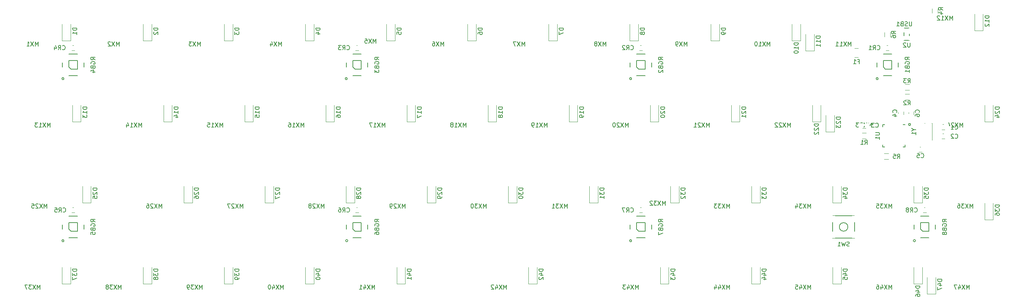
<source format=gbo>
%TF.GenerationSoftware,KiCad,Pcbnew,(5.0.0)*%
%TF.CreationDate,2019-01-28T22:54:31-08:00*%
%TF.ProjectId,UT47.2,555434372E322E6B696361645F706362,rev?*%
%TF.SameCoordinates,Original*%
%TF.FileFunction,Legend,Bot*%
%TF.FilePolarity,Positive*%
%FSLAX46Y46*%
G04 Gerber Fmt 4.6, Leading zero omitted, Abs format (unit mm)*
G04 Created by KiCad (PCBNEW (5.0.0)) date 01/28/19 22:54:31*
%MOMM*%
%LPD*%
G01*
G04 APERTURE LIST*
%ADD10C,0.200000*%
%ADD11C,0.120000*%
%ADD12C,0.150000*%
%ADD13C,0.300000*%
%ADD14C,0.010000*%
%ADD15C,4.800000*%
%ADD16C,1.100000*%
%ADD17C,4.387800*%
%ADD18C,3.448000*%
%ADD19R,2.950000X2.900000*%
%ADD20C,2.150000*%
%ADD21C,3.400000*%
%ADD22R,1.600000X1.300000*%
%ADD23R,2.200000X1.800000*%
%ADD24R,2.200000X1.500000*%
%ADD25R,1.100000X1.400000*%
%ADD26R,1.100000X1.000000*%
%ADD27R,1.000000X1.850000*%
%ADD28R,0.700000X1.850000*%
%ADD29C,1.050000*%
%ADD30O,1.400000X2.500000*%
%ADD31O,1.400000X2.000000*%
%ADD32R,1.600000X1.800000*%
%ADD33R,1.200000X1.150000*%
%ADD34R,1.150000X1.200000*%
%ADD35R,0.900000X1.300000*%
%ADD36R,1.300000X0.900000*%
%ADD37R,1.100000X0.650000*%
%ADD38R,0.650000X1.100000*%
%ADD39R,2.125000X2.125000*%
%ADD40R,1.540000X2.430000*%
G04 APERTURE END LIST*
D10*
X48641000Y-90551000D02*
G75*
G03X48641000Y-90551000I-254000J0D01*
G01*
X115316000Y-90551000D02*
G75*
G03X115316000Y-90551000I-254000J0D01*
G01*
X181991000Y-90551000D02*
G75*
G03X181991000Y-90551000I-254000J0D01*
G01*
X248666000Y-90551000D02*
G75*
G03X248666000Y-90551000I-254000J0D01*
G01*
X48641000Y-52451000D02*
G75*
G03X48641000Y-52451000I-254000J0D01*
G01*
X115189000Y-52451000D02*
G75*
G03X115189000Y-52451000I-254000J0D01*
G01*
X181991000Y-52451000D02*
G75*
G03X181991000Y-52451000I-254000J0D01*
G01*
X239903000Y-52451000D02*
G75*
G03X239903000Y-52451000I-254000J0D01*
G01*
X247523000Y-63246000D02*
G75*
G03X247523000Y-63246000I-254000J0D01*
G01*
D11*
X50212500Y-43525000D02*
X48212500Y-43525000D01*
X48212500Y-43525000D02*
X48212500Y-39625000D01*
X50212500Y-43525000D02*
X50212500Y-39625000D01*
X69262500Y-43525000D02*
X67262500Y-43525000D01*
X67262500Y-43525000D02*
X67262500Y-39625000D01*
X69262500Y-43525000D02*
X69262500Y-39625000D01*
X88312500Y-43525000D02*
X86312500Y-43525000D01*
X86312500Y-43525000D02*
X86312500Y-39625000D01*
X88312500Y-43525000D02*
X88312500Y-39625000D01*
X107362500Y-43525000D02*
X105362500Y-43525000D01*
X105362500Y-43525000D02*
X105362500Y-39625000D01*
X107362500Y-43525000D02*
X107362500Y-39625000D01*
X126412500Y-43525000D02*
X124412500Y-43525000D01*
X124412500Y-43525000D02*
X124412500Y-39625000D01*
X126412500Y-43525000D02*
X126412500Y-39625000D01*
X145462500Y-43525000D02*
X143462500Y-43525000D01*
X143462500Y-43525000D02*
X143462500Y-39625000D01*
X145462500Y-43525000D02*
X145462500Y-39625000D01*
X164512500Y-43525000D02*
X162512500Y-43525000D01*
X162512500Y-43525000D02*
X162512500Y-39625000D01*
X164512500Y-43525000D02*
X164512500Y-39625000D01*
X183562500Y-43525000D02*
X181562500Y-43525000D01*
X181562500Y-43525000D02*
X181562500Y-39625000D01*
X183562500Y-43525000D02*
X183562500Y-39625000D01*
X202612500Y-43525000D02*
X200612500Y-43525000D01*
X200612500Y-43525000D02*
X200612500Y-39625000D01*
X202612500Y-43525000D02*
X202612500Y-39625000D01*
X221662500Y-43525000D02*
X219662500Y-43525000D01*
X219662500Y-43525000D02*
X219662500Y-39625000D01*
X221662500Y-43525000D02*
X221662500Y-39625000D01*
X224837500Y-45906250D02*
X222837500Y-45906250D01*
X222837500Y-45906250D02*
X222837500Y-42006250D01*
X224837500Y-45906250D02*
X224837500Y-42006250D01*
X264525000Y-41143750D02*
X262525000Y-41143750D01*
X262525000Y-41143750D02*
X262525000Y-37243750D01*
X264525000Y-41143750D02*
X264525000Y-37243750D01*
X52593750Y-62575000D02*
X50593750Y-62575000D01*
X50593750Y-62575000D02*
X50593750Y-58675000D01*
X52593750Y-62575000D02*
X52593750Y-58675000D01*
X74025000Y-62575000D02*
X72025000Y-62575000D01*
X72025000Y-62575000D02*
X72025000Y-58675000D01*
X74025000Y-62575000D02*
X74025000Y-58675000D01*
X93075000Y-62575000D02*
X91075000Y-62575000D01*
X91075000Y-62575000D02*
X91075000Y-58675000D01*
X93075000Y-62575000D02*
X93075000Y-58675000D01*
X112125000Y-62575000D02*
X110125000Y-62575000D01*
X110125000Y-62575000D02*
X110125000Y-58675000D01*
X112125000Y-62575000D02*
X112125000Y-58675000D01*
X131175000Y-62575000D02*
X129175000Y-62575000D01*
X129175000Y-62575000D02*
X129175000Y-58675000D01*
X131175000Y-62575000D02*
X131175000Y-58675000D01*
X150225000Y-62575000D02*
X148225000Y-62575000D01*
X148225000Y-62575000D02*
X148225000Y-58675000D01*
X150225000Y-62575000D02*
X150225000Y-58675000D01*
X169275000Y-62575000D02*
X167275000Y-62575000D01*
X167275000Y-62575000D02*
X167275000Y-58675000D01*
X169275000Y-62575000D02*
X169275000Y-58675000D01*
X188325000Y-62575000D02*
X186325000Y-62575000D01*
X186325000Y-62575000D02*
X186325000Y-58675000D01*
X188325000Y-62575000D02*
X188325000Y-58675000D01*
X207375000Y-62575000D02*
X205375000Y-62575000D01*
X205375000Y-62575000D02*
X205375000Y-58675000D01*
X207375000Y-62575000D02*
X207375000Y-58675000D01*
X226425000Y-62575000D02*
X224425000Y-62575000D01*
X224425000Y-62575000D02*
X224425000Y-58675000D01*
X226425000Y-62575000D02*
X226425000Y-58675000D01*
X229600000Y-64956250D02*
X227600000Y-64956250D01*
X227600000Y-64956250D02*
X227600000Y-61056250D01*
X229600000Y-64956250D02*
X229600000Y-61056250D01*
X266906250Y-62575000D02*
X264906250Y-62575000D01*
X264906250Y-62575000D02*
X264906250Y-58675000D01*
X266906250Y-62575000D02*
X266906250Y-58675000D01*
X54975000Y-81625000D02*
X52975000Y-81625000D01*
X52975000Y-81625000D02*
X52975000Y-77725000D01*
X54975000Y-81625000D02*
X54975000Y-77725000D01*
X78787500Y-81625000D02*
X76787500Y-81625000D01*
X76787500Y-81625000D02*
X76787500Y-77725000D01*
X78787500Y-81625000D02*
X78787500Y-77725000D01*
X97837500Y-81625000D02*
X95837500Y-81625000D01*
X95837500Y-81625000D02*
X95837500Y-77725000D01*
X97837500Y-81625000D02*
X97837500Y-77725000D01*
X116887500Y-81625000D02*
X114887500Y-81625000D01*
X114887500Y-81625000D02*
X114887500Y-77725000D01*
X116887500Y-81625000D02*
X116887500Y-77725000D01*
X135937500Y-81625000D02*
X133937500Y-81625000D01*
X133937500Y-81625000D02*
X133937500Y-77725000D01*
X135937500Y-81625000D02*
X135937500Y-77725000D01*
X154987500Y-81625000D02*
X152987500Y-81625000D01*
X152987500Y-81625000D02*
X152987500Y-77725000D01*
X154987500Y-81625000D02*
X154987500Y-77725000D01*
X174037500Y-81625000D02*
X172037500Y-81625000D01*
X172037500Y-81625000D02*
X172037500Y-77725000D01*
X174037500Y-81625000D02*
X174037500Y-77725000D01*
X193087500Y-81625000D02*
X191087500Y-81625000D01*
X191087500Y-81625000D02*
X191087500Y-77725000D01*
X193087500Y-81625000D02*
X193087500Y-77725000D01*
X212137500Y-81625000D02*
X210137500Y-81625000D01*
X210137500Y-81625000D02*
X210137500Y-77725000D01*
X212137500Y-81625000D02*
X212137500Y-77725000D01*
X231187500Y-81625000D02*
X229187500Y-81625000D01*
X229187500Y-81625000D02*
X229187500Y-77725000D01*
X231187500Y-81625000D02*
X231187500Y-77725000D01*
X250237500Y-81625000D02*
X248237500Y-81625000D01*
X248237500Y-81625000D02*
X248237500Y-77725000D01*
X250237500Y-81625000D02*
X250237500Y-77725000D01*
X266906250Y-85593750D02*
X266906250Y-81693750D01*
X264906250Y-85593750D02*
X264906250Y-81693750D01*
X266906250Y-85593750D02*
X264906250Y-85593750D01*
X50212500Y-100675000D02*
X48212500Y-100675000D01*
X48212500Y-100675000D02*
X48212500Y-96775000D01*
X50212500Y-100675000D02*
X50212500Y-96775000D01*
X69262500Y-100675000D02*
X67262500Y-100675000D01*
X67262500Y-100675000D02*
X67262500Y-96775000D01*
X69262500Y-100675000D02*
X69262500Y-96775000D01*
X88312500Y-100675000D02*
X86312500Y-100675000D01*
X86312500Y-100675000D02*
X86312500Y-96775000D01*
X88312500Y-100675000D02*
X88312500Y-96775000D01*
X107362500Y-100675000D02*
X105362500Y-100675000D01*
X105362500Y-100675000D02*
X105362500Y-96775000D01*
X107362500Y-100675000D02*
X107362500Y-96775000D01*
X128793750Y-100675000D02*
X126793750Y-100675000D01*
X126793750Y-100675000D02*
X126793750Y-96775000D01*
X128793750Y-100675000D02*
X128793750Y-96775000D01*
X159750000Y-100675000D02*
X157750000Y-100675000D01*
X157750000Y-100675000D02*
X157750000Y-96775000D01*
X159750000Y-100675000D02*
X159750000Y-96775000D01*
X190706250Y-100675000D02*
X188706250Y-100675000D01*
X188706250Y-100675000D02*
X188706250Y-96775000D01*
X190706250Y-100675000D02*
X190706250Y-96775000D01*
X212137500Y-100675000D02*
X210137500Y-100675000D01*
X210137500Y-100675000D02*
X210137500Y-96775000D01*
X212137500Y-100675000D02*
X212137500Y-96775000D01*
X231187500Y-100675000D02*
X229187500Y-100675000D01*
X229187500Y-100675000D02*
X229187500Y-96775000D01*
X231187500Y-100675000D02*
X231187500Y-96775000D01*
X250237500Y-100675000D02*
X248237500Y-100675000D01*
X248237500Y-100675000D02*
X248237500Y-96775000D01*
X250237500Y-100675000D02*
X250237500Y-96775000D01*
X253412500Y-103056250D02*
X251412500Y-103056250D01*
X251412500Y-103056250D02*
X251412500Y-99156250D01*
X253412500Y-103056250D02*
X253412500Y-99156250D01*
D10*
X244593750Y-49712500D02*
X244593750Y-48712500D01*
X243093750Y-46712500D02*
X241093750Y-46712500D01*
X239593750Y-49712500D02*
X239593750Y-48712500D01*
X243093750Y-51712500D02*
X241093750Y-51712500D01*
X241593750Y-50212500D02*
X243093750Y-50212500D01*
X241093750Y-49712500D02*
X241593750Y-50212500D01*
X241093750Y-48212500D02*
X241093750Y-49712500D01*
X243093750Y-48212500D02*
X241093750Y-48212500D01*
X243093750Y-50212500D02*
X243093750Y-48212500D01*
X186650000Y-49712500D02*
X186650000Y-48712500D01*
X185150000Y-46712500D02*
X183150000Y-46712500D01*
X181650000Y-49712500D02*
X181650000Y-48712500D01*
X185150000Y-51712500D02*
X183150000Y-51712500D01*
X183650000Y-50212500D02*
X185150000Y-50212500D01*
X183150000Y-49712500D02*
X183650000Y-50212500D01*
X183150000Y-48212500D02*
X183150000Y-49712500D01*
X185150000Y-48212500D02*
X183150000Y-48212500D01*
X185150000Y-50212500D02*
X185150000Y-48212500D01*
X119975000Y-49712500D02*
X119975000Y-48712500D01*
X118475000Y-46712500D02*
X116475000Y-46712500D01*
X114975000Y-49712500D02*
X114975000Y-48712500D01*
X118475000Y-51712500D02*
X116475000Y-51712500D01*
X116975000Y-50212500D02*
X118475000Y-50212500D01*
X116475000Y-49712500D02*
X116975000Y-50212500D01*
X116475000Y-48212500D02*
X116475000Y-49712500D01*
X118475000Y-48212500D02*
X116475000Y-48212500D01*
X118475000Y-50212500D02*
X118475000Y-48212500D01*
X53300000Y-49712500D02*
X53300000Y-48712500D01*
X51800000Y-46712500D02*
X49800000Y-46712500D01*
X48300000Y-49712500D02*
X48300000Y-48712500D01*
X51800000Y-51712500D02*
X49800000Y-51712500D01*
X50300000Y-50212500D02*
X51800000Y-50212500D01*
X49800000Y-49712500D02*
X50300000Y-50212500D01*
X49800000Y-48212500D02*
X49800000Y-49712500D01*
X51800000Y-48212500D02*
X49800000Y-48212500D01*
X51800000Y-50212500D02*
X51800000Y-48212500D01*
X53300000Y-87812500D02*
X53300000Y-86812500D01*
X51800000Y-84812500D02*
X49800000Y-84812500D01*
X48300000Y-87812500D02*
X48300000Y-86812500D01*
X51800000Y-89812500D02*
X49800000Y-89812500D01*
X50300000Y-88312500D02*
X51800000Y-88312500D01*
X49800000Y-87812500D02*
X50300000Y-88312500D01*
X49800000Y-86312500D02*
X49800000Y-87812500D01*
X51800000Y-86312500D02*
X49800000Y-86312500D01*
X51800000Y-88312500D02*
X51800000Y-86312500D01*
X119975000Y-87812500D02*
X119975000Y-86812500D01*
X118475000Y-84812500D02*
X116475000Y-84812500D01*
X114975000Y-87812500D02*
X114975000Y-86812500D01*
X118475000Y-89812500D02*
X116475000Y-89812500D01*
X116975000Y-88312500D02*
X118475000Y-88312500D01*
X116475000Y-87812500D02*
X116975000Y-88312500D01*
X116475000Y-86312500D02*
X116475000Y-87812500D01*
X118475000Y-86312500D02*
X116475000Y-86312500D01*
X118475000Y-88312500D02*
X118475000Y-86312500D01*
X186650000Y-87812500D02*
X186650000Y-86812500D01*
X185150000Y-84812500D02*
X183150000Y-84812500D01*
X181650000Y-87812500D02*
X181650000Y-86812500D01*
X185150000Y-89812500D02*
X183150000Y-89812500D01*
X183650000Y-88312500D02*
X185150000Y-88312500D01*
X183150000Y-87812500D02*
X183650000Y-88312500D01*
X183150000Y-86312500D02*
X183150000Y-87812500D01*
X185150000Y-86312500D02*
X183150000Y-86312500D01*
X185150000Y-88312500D02*
X185150000Y-86312500D01*
X253325000Y-87812500D02*
X253325000Y-86812500D01*
X251825000Y-84812500D02*
X249825000Y-84812500D01*
X248325000Y-87812500D02*
X248325000Y-86812500D01*
X251825000Y-89812500D02*
X249825000Y-89812500D01*
X250325000Y-88312500D02*
X251825000Y-88312500D01*
X249825000Y-87812500D02*
X250325000Y-88312500D01*
X249825000Y-86312500D02*
X249825000Y-87812500D01*
X251825000Y-86312500D02*
X249825000Y-86312500D01*
X251825000Y-88312500D02*
X251825000Y-86312500D01*
D12*
X234375000Y-84712500D02*
X229175000Y-84712500D01*
X229175000Y-84712500D02*
X229175000Y-89912500D01*
X229175000Y-89912500D02*
X234375000Y-89912500D01*
X234375000Y-89912500D02*
X234375000Y-84712500D01*
X232775000Y-87312500D02*
G75*
G03X232775000Y-87312500I-1000000J0D01*
G01*
X245920500Y-40587000D02*
X245920500Y-43487000D01*
X245920500Y-40587000D02*
X247220500Y-40587000D01*
X247220500Y-40587000D02*
X247220500Y-43487000D01*
X247220500Y-43487000D02*
X245920500Y-43487000D01*
D11*
X249238500Y-62897000D02*
X252538500Y-62897000D01*
X252538500Y-62897000D02*
X252538500Y-66897000D01*
X255524750Y-63217500D02*
X254824750Y-63217500D01*
X254824750Y-64417500D02*
X255524750Y-64417500D01*
X255524750Y-65376500D02*
X254824750Y-65376500D01*
X254824750Y-66576500D02*
X255524750Y-66576500D01*
X236251000Y-64100000D02*
X236951000Y-64100000D01*
X236951000Y-62900000D02*
X236251000Y-62900000D01*
X244637000Y-60229000D02*
X244637000Y-60929000D01*
X245837000Y-60929000D02*
X245837000Y-60229000D01*
X250159000Y-68488000D02*
X249459000Y-68488000D01*
X249459000Y-69688000D02*
X250159000Y-69688000D01*
X247050000Y-60229000D02*
X247050000Y-60929000D01*
X248250000Y-60929000D02*
X248250000Y-60229000D01*
X241743750Y-45843750D02*
X242443750Y-45843750D01*
X242443750Y-44643750D02*
X241743750Y-44643750D01*
X183800000Y-45843750D02*
X184500000Y-45843750D01*
X184500000Y-44643750D02*
X183800000Y-44643750D01*
X117125000Y-45843750D02*
X117825000Y-45843750D01*
X117825000Y-44643750D02*
X117125000Y-44643750D01*
X50450000Y-45843750D02*
X51150000Y-45843750D01*
X51150000Y-44643750D02*
X50450000Y-44643750D01*
X50450000Y-83943750D02*
X51150000Y-83943750D01*
X51150000Y-82743750D02*
X50450000Y-82743750D01*
X117125000Y-83943750D02*
X117825000Y-83943750D01*
X117825000Y-82743750D02*
X117125000Y-82743750D01*
X183800000Y-83943750D02*
X184500000Y-83943750D01*
X184500000Y-82743750D02*
X183800000Y-82743750D01*
X250475000Y-83943750D02*
X251175000Y-83943750D01*
X251175000Y-82743750D02*
X250475000Y-82743750D01*
X237101000Y-65233000D02*
X236101000Y-65233000D01*
X236101000Y-66593000D02*
X237101000Y-66593000D01*
X247197500Y-56057250D02*
X246197500Y-56057250D01*
X246197500Y-57417250D02*
X247197500Y-57417250D01*
X246197500Y-55131250D02*
X247197500Y-55131250D01*
X247197500Y-53771250D02*
X246197500Y-53771250D01*
X252526250Y-36012500D02*
X252526250Y-37012500D01*
X253886250Y-37012500D02*
X253886250Y-36012500D01*
X242308000Y-70059000D02*
X241308000Y-70059000D01*
X241308000Y-71419000D02*
X242308000Y-71419000D01*
X241413750Y-41568750D02*
X241413750Y-42568750D01*
X242773750Y-42568750D02*
X242773750Y-41568750D01*
D12*
X240961000Y-63288000D02*
X240961000Y-63813000D01*
X246211000Y-68538000D02*
X246211000Y-68013000D01*
X240961000Y-68538000D02*
X240961000Y-68013000D01*
X246211000Y-63288000D02*
X245686000Y-63288000D01*
X246211000Y-68538000D02*
X245686000Y-68538000D01*
X240961000Y-68538000D02*
X241486000Y-68538000D01*
X240961000Y-63288000D02*
X241486000Y-63288000D01*
D11*
X235823000Y-45285000D02*
X233823000Y-45285000D01*
X233823000Y-47425000D02*
X235823000Y-47425000D01*
D12*
X152574404Y-101925380D02*
X152574404Y-100925380D01*
X152241071Y-101639666D01*
X151907738Y-100925380D01*
X151907738Y-101925380D01*
X151526785Y-100925380D02*
X150860119Y-101925380D01*
X150860119Y-100925380D02*
X151526785Y-101925380D01*
X150050595Y-101258714D02*
X150050595Y-101925380D01*
X150288690Y-100877761D02*
X150526785Y-101592047D01*
X149907738Y-101592047D01*
X149574404Y-101020619D02*
X149526785Y-100973000D01*
X149431547Y-100925380D01*
X149193452Y-100925380D01*
X149098214Y-100973000D01*
X149050595Y-101020619D01*
X149002976Y-101115857D01*
X149002976Y-101211095D01*
X149050595Y-101353952D01*
X149622023Y-101925380D01*
X149002976Y-101925380D01*
X257349404Y-38679380D02*
X257349404Y-37679380D01*
X257016071Y-38393666D01*
X256682738Y-37679380D01*
X256682738Y-38679380D01*
X256301785Y-37679380D02*
X255635119Y-38679380D01*
X255635119Y-37679380D02*
X256301785Y-38679380D01*
X254730357Y-38679380D02*
X255301785Y-38679380D01*
X255016071Y-38679380D02*
X255016071Y-37679380D01*
X255111309Y-37822238D01*
X255206547Y-37917476D01*
X255301785Y-37965095D01*
X254349404Y-37774619D02*
X254301785Y-37727000D01*
X254206547Y-37679380D01*
X253968452Y-37679380D01*
X253873214Y-37727000D01*
X253825595Y-37774619D01*
X253777976Y-37869857D01*
X253777976Y-37965095D01*
X253825595Y-38107952D01*
X254397023Y-38679380D01*
X253777976Y-38679380D01*
X44624404Y-82875380D02*
X44624404Y-81875380D01*
X44291071Y-82589666D01*
X43957738Y-81875380D01*
X43957738Y-82875380D01*
X43576785Y-81875380D02*
X42910119Y-82875380D01*
X42910119Y-81875380D02*
X43576785Y-82875380D01*
X42576785Y-81970619D02*
X42529166Y-81923000D01*
X42433928Y-81875380D01*
X42195833Y-81875380D01*
X42100595Y-81923000D01*
X42052976Y-81970619D01*
X42005357Y-82065857D01*
X42005357Y-82161095D01*
X42052976Y-82303952D01*
X42624404Y-82875380D01*
X42005357Y-82875380D01*
X41100595Y-81875380D02*
X41576785Y-81875380D01*
X41624404Y-82351571D01*
X41576785Y-82303952D01*
X41481547Y-82256333D01*
X41243452Y-82256333D01*
X41148214Y-82303952D01*
X41100595Y-82351571D01*
X41052976Y-82446809D01*
X41052976Y-82684904D01*
X41100595Y-82780142D01*
X41148214Y-82827761D01*
X41243452Y-82875380D01*
X41481547Y-82875380D01*
X41576785Y-82827761D01*
X41624404Y-82780142D01*
X45418154Y-63825380D02*
X45418154Y-62825380D01*
X45084821Y-63539666D01*
X44751488Y-62825380D01*
X44751488Y-63825380D01*
X44370535Y-62825380D02*
X43703869Y-63825380D01*
X43703869Y-62825380D02*
X44370535Y-63825380D01*
X42799107Y-63825380D02*
X43370535Y-63825380D01*
X43084821Y-63825380D02*
X43084821Y-62825380D01*
X43180059Y-62968238D01*
X43275297Y-63063476D01*
X43370535Y-63111095D01*
X42465773Y-62825380D02*
X41846726Y-62825380D01*
X42180059Y-63206333D01*
X42037202Y-63206333D01*
X41941964Y-63253952D01*
X41894345Y-63301571D01*
X41846726Y-63396809D01*
X41846726Y-63634904D01*
X41894345Y-63730142D01*
X41941964Y-63777761D01*
X42037202Y-63825380D01*
X42322916Y-63825380D01*
X42418154Y-63777761D01*
X42465773Y-63730142D01*
X259730654Y-63825380D02*
X259730654Y-62825380D01*
X259397321Y-63539666D01*
X259063988Y-62825380D01*
X259063988Y-63825380D01*
X258683035Y-62825380D02*
X258016369Y-63825380D01*
X258016369Y-62825380D02*
X258683035Y-63825380D01*
X257683035Y-62920619D02*
X257635416Y-62873000D01*
X257540178Y-62825380D01*
X257302083Y-62825380D01*
X257206845Y-62873000D01*
X257159226Y-62920619D01*
X257111607Y-63015857D01*
X257111607Y-63111095D01*
X257159226Y-63253952D01*
X257730654Y-63825380D01*
X257111607Y-63825380D01*
X256254464Y-63158714D02*
X256254464Y-63825380D01*
X256492559Y-62777761D02*
X256730654Y-63492047D01*
X256111607Y-63492047D01*
X121618154Y-101925380D02*
X121618154Y-100925380D01*
X121284821Y-101639666D01*
X120951488Y-100925380D01*
X120951488Y-101925380D01*
X120570535Y-100925380D02*
X119903869Y-101925380D01*
X119903869Y-100925380D02*
X120570535Y-101925380D01*
X119094345Y-101258714D02*
X119094345Y-101925380D01*
X119332440Y-100877761D02*
X119570535Y-101592047D01*
X118951488Y-101592047D01*
X118046726Y-101925380D02*
X118618154Y-101925380D01*
X118332440Y-101925380D02*
X118332440Y-100925380D01*
X118427678Y-101068238D01*
X118522916Y-101163476D01*
X118618154Y-101211095D01*
X183530654Y-101925380D02*
X183530654Y-100925380D01*
X183197321Y-101639666D01*
X182863988Y-100925380D01*
X182863988Y-101925380D01*
X182483035Y-100925380D02*
X181816369Y-101925380D01*
X181816369Y-100925380D02*
X182483035Y-101925380D01*
X181006845Y-101258714D02*
X181006845Y-101925380D01*
X181244940Y-100877761D02*
X181483035Y-101592047D01*
X180863988Y-101592047D01*
X180578273Y-100925380D02*
X179959226Y-100925380D01*
X180292559Y-101306333D01*
X180149702Y-101306333D01*
X180054464Y-101353952D01*
X180006845Y-101401571D01*
X179959226Y-101496809D01*
X179959226Y-101734904D01*
X180006845Y-101830142D01*
X180054464Y-101877761D01*
X180149702Y-101925380D01*
X180435416Y-101925380D01*
X180530654Y-101877761D01*
X180578273Y-101830142D01*
X42560714Y-44775380D02*
X42560714Y-43775380D01*
X42227380Y-44489666D01*
X41894047Y-43775380D01*
X41894047Y-44775380D01*
X41513095Y-43775380D02*
X40846428Y-44775380D01*
X40846428Y-43775380D02*
X41513095Y-44775380D01*
X39941666Y-44775380D02*
X40513095Y-44775380D01*
X40227380Y-44775380D02*
X40227380Y-43775380D01*
X40322619Y-43918238D01*
X40417857Y-44013476D01*
X40513095Y-44061095D01*
X61610714Y-44775380D02*
X61610714Y-43775380D01*
X61277380Y-44489666D01*
X60944047Y-43775380D01*
X60944047Y-44775380D01*
X60563095Y-43775380D02*
X59896428Y-44775380D01*
X59896428Y-43775380D02*
X60563095Y-44775380D01*
X59563095Y-43870619D02*
X59515476Y-43823000D01*
X59420238Y-43775380D01*
X59182142Y-43775380D01*
X59086904Y-43823000D01*
X59039285Y-43870619D01*
X58991666Y-43965857D01*
X58991666Y-44061095D01*
X59039285Y-44203952D01*
X59610714Y-44775380D01*
X58991666Y-44775380D01*
X80660714Y-44775380D02*
X80660714Y-43775380D01*
X80327380Y-44489666D01*
X79994047Y-43775380D01*
X79994047Y-44775380D01*
X79613095Y-43775380D02*
X78946428Y-44775380D01*
X78946428Y-43775380D02*
X79613095Y-44775380D01*
X78660714Y-43775380D02*
X78041666Y-43775380D01*
X78375000Y-44156333D01*
X78232142Y-44156333D01*
X78136904Y-44203952D01*
X78089285Y-44251571D01*
X78041666Y-44346809D01*
X78041666Y-44584904D01*
X78089285Y-44680142D01*
X78136904Y-44727761D01*
X78232142Y-44775380D01*
X78517857Y-44775380D01*
X78613095Y-44727761D01*
X78660714Y-44680142D01*
X99710714Y-44775380D02*
X99710714Y-43775380D01*
X99377380Y-44489666D01*
X99044047Y-43775380D01*
X99044047Y-44775380D01*
X98663095Y-43775380D02*
X97996428Y-44775380D01*
X97996428Y-43775380D02*
X98663095Y-44775380D01*
X97186904Y-44108714D02*
X97186904Y-44775380D01*
X97425000Y-43727761D02*
X97663095Y-44442047D01*
X97044047Y-44442047D01*
X121935714Y-44108630D02*
X121935714Y-43108630D01*
X121602380Y-43822916D01*
X121269047Y-43108630D01*
X121269047Y-44108630D01*
X120888095Y-43108630D02*
X120221428Y-44108630D01*
X120221428Y-43108630D02*
X120888095Y-44108630D01*
X119364285Y-43108630D02*
X119840476Y-43108630D01*
X119888095Y-43584821D01*
X119840476Y-43537202D01*
X119745238Y-43489583D01*
X119507142Y-43489583D01*
X119411904Y-43537202D01*
X119364285Y-43584821D01*
X119316666Y-43680059D01*
X119316666Y-43918154D01*
X119364285Y-44013392D01*
X119411904Y-44061011D01*
X119507142Y-44108630D01*
X119745238Y-44108630D01*
X119840476Y-44061011D01*
X119888095Y-44013392D01*
X137810714Y-44775380D02*
X137810714Y-43775380D01*
X137477380Y-44489666D01*
X137144047Y-43775380D01*
X137144047Y-44775380D01*
X136763095Y-43775380D02*
X136096428Y-44775380D01*
X136096428Y-43775380D02*
X136763095Y-44775380D01*
X135286904Y-43775380D02*
X135477380Y-43775380D01*
X135572619Y-43823000D01*
X135620238Y-43870619D01*
X135715476Y-44013476D01*
X135763095Y-44203952D01*
X135763095Y-44584904D01*
X135715476Y-44680142D01*
X135667857Y-44727761D01*
X135572619Y-44775380D01*
X135382142Y-44775380D01*
X135286904Y-44727761D01*
X135239285Y-44680142D01*
X135191666Y-44584904D01*
X135191666Y-44346809D01*
X135239285Y-44251571D01*
X135286904Y-44203952D01*
X135382142Y-44156333D01*
X135572619Y-44156333D01*
X135667857Y-44203952D01*
X135715476Y-44251571D01*
X135763095Y-44346809D01*
X156860714Y-44775380D02*
X156860714Y-43775380D01*
X156527380Y-44489666D01*
X156194047Y-43775380D01*
X156194047Y-44775380D01*
X155813095Y-43775380D02*
X155146428Y-44775380D01*
X155146428Y-43775380D02*
X155813095Y-44775380D01*
X154860714Y-43775380D02*
X154194047Y-43775380D01*
X154622619Y-44775380D01*
X175910714Y-44775380D02*
X175910714Y-43775380D01*
X175577380Y-44489666D01*
X175244047Y-43775380D01*
X175244047Y-44775380D01*
X174863095Y-43775380D02*
X174196428Y-44775380D01*
X174196428Y-43775380D02*
X174863095Y-44775380D01*
X173672619Y-44203952D02*
X173767857Y-44156333D01*
X173815476Y-44108714D01*
X173863095Y-44013476D01*
X173863095Y-43965857D01*
X173815476Y-43870619D01*
X173767857Y-43823000D01*
X173672619Y-43775380D01*
X173482142Y-43775380D01*
X173386904Y-43823000D01*
X173339285Y-43870619D01*
X173291666Y-43965857D01*
X173291666Y-44013476D01*
X173339285Y-44108714D01*
X173386904Y-44156333D01*
X173482142Y-44203952D01*
X173672619Y-44203952D01*
X173767857Y-44251571D01*
X173815476Y-44299190D01*
X173863095Y-44394428D01*
X173863095Y-44584904D01*
X173815476Y-44680142D01*
X173767857Y-44727761D01*
X173672619Y-44775380D01*
X173482142Y-44775380D01*
X173386904Y-44727761D01*
X173339285Y-44680142D01*
X173291666Y-44584904D01*
X173291666Y-44394428D01*
X173339285Y-44299190D01*
X173386904Y-44251571D01*
X173482142Y-44203952D01*
X194960714Y-44775380D02*
X194960714Y-43775380D01*
X194627380Y-44489666D01*
X194294047Y-43775380D01*
X194294047Y-44775380D01*
X193913095Y-43775380D02*
X193246428Y-44775380D01*
X193246428Y-43775380D02*
X193913095Y-44775380D01*
X192817857Y-44775380D02*
X192627380Y-44775380D01*
X192532142Y-44727761D01*
X192484523Y-44680142D01*
X192389285Y-44537285D01*
X192341666Y-44346809D01*
X192341666Y-43965857D01*
X192389285Y-43870619D01*
X192436904Y-43823000D01*
X192532142Y-43775380D01*
X192722619Y-43775380D01*
X192817857Y-43823000D01*
X192865476Y-43870619D01*
X192913095Y-43965857D01*
X192913095Y-44203952D01*
X192865476Y-44299190D01*
X192817857Y-44346809D01*
X192722619Y-44394428D01*
X192532142Y-44394428D01*
X192436904Y-44346809D01*
X192389285Y-44299190D01*
X192341666Y-44203952D01*
X214486904Y-44775380D02*
X214486904Y-43775380D01*
X214153571Y-44489666D01*
X213820238Y-43775380D01*
X213820238Y-44775380D01*
X213439285Y-43775380D02*
X212772619Y-44775380D01*
X212772619Y-43775380D02*
X213439285Y-44775380D01*
X211867857Y-44775380D02*
X212439285Y-44775380D01*
X212153571Y-44775380D02*
X212153571Y-43775380D01*
X212248809Y-43918238D01*
X212344047Y-44013476D01*
X212439285Y-44061095D01*
X211248809Y-43775380D02*
X211153571Y-43775380D01*
X211058333Y-43823000D01*
X211010714Y-43870619D01*
X210963095Y-43965857D01*
X210915476Y-44156333D01*
X210915476Y-44394428D01*
X210963095Y-44584904D01*
X211010714Y-44680142D01*
X211058333Y-44727761D01*
X211153571Y-44775380D01*
X211248809Y-44775380D01*
X211344047Y-44727761D01*
X211391666Y-44680142D01*
X211439285Y-44584904D01*
X211486904Y-44394428D01*
X211486904Y-44156333D01*
X211439285Y-43965857D01*
X211391666Y-43870619D01*
X211344047Y-43823000D01*
X211248809Y-43775380D01*
X233536904Y-44775380D02*
X233536904Y-43775380D01*
X233203571Y-44489666D01*
X232870238Y-43775380D01*
X232870238Y-44775380D01*
X232489285Y-43775380D02*
X231822619Y-44775380D01*
X231822619Y-43775380D02*
X232489285Y-44775380D01*
X230917857Y-44775380D02*
X231489285Y-44775380D01*
X231203571Y-44775380D02*
X231203571Y-43775380D01*
X231298809Y-43918238D01*
X231394047Y-44013476D01*
X231489285Y-44061095D01*
X229965476Y-44775380D02*
X230536904Y-44775380D01*
X230251190Y-44775380D02*
X230251190Y-43775380D01*
X230346428Y-43918238D01*
X230441666Y-44013476D01*
X230536904Y-44061095D01*
X66849404Y-63825380D02*
X66849404Y-62825380D01*
X66516071Y-63539666D01*
X66182738Y-62825380D01*
X66182738Y-63825380D01*
X65801785Y-62825380D02*
X65135119Y-63825380D01*
X65135119Y-62825380D02*
X65801785Y-63825380D01*
X64230357Y-63825380D02*
X64801785Y-63825380D01*
X64516071Y-63825380D02*
X64516071Y-62825380D01*
X64611309Y-62968238D01*
X64706547Y-63063476D01*
X64801785Y-63111095D01*
X63373214Y-63158714D02*
X63373214Y-63825380D01*
X63611309Y-62777761D02*
X63849404Y-63492047D01*
X63230357Y-63492047D01*
X85899404Y-63825380D02*
X85899404Y-62825380D01*
X85566071Y-63539666D01*
X85232738Y-62825380D01*
X85232738Y-63825380D01*
X84851785Y-62825380D02*
X84185119Y-63825380D01*
X84185119Y-62825380D02*
X84851785Y-63825380D01*
X83280357Y-63825380D02*
X83851785Y-63825380D01*
X83566071Y-63825380D02*
X83566071Y-62825380D01*
X83661309Y-62968238D01*
X83756547Y-63063476D01*
X83851785Y-63111095D01*
X82375595Y-62825380D02*
X82851785Y-62825380D01*
X82899404Y-63301571D01*
X82851785Y-63253952D01*
X82756547Y-63206333D01*
X82518452Y-63206333D01*
X82423214Y-63253952D01*
X82375595Y-63301571D01*
X82327976Y-63396809D01*
X82327976Y-63634904D01*
X82375595Y-63730142D01*
X82423214Y-63777761D01*
X82518452Y-63825380D01*
X82756547Y-63825380D01*
X82851785Y-63777761D01*
X82899404Y-63730142D01*
X104949404Y-63825380D02*
X104949404Y-62825380D01*
X104616071Y-63539666D01*
X104282738Y-62825380D01*
X104282738Y-63825380D01*
X103901785Y-62825380D02*
X103235119Y-63825380D01*
X103235119Y-62825380D02*
X103901785Y-63825380D01*
X102330357Y-63825380D02*
X102901785Y-63825380D01*
X102616071Y-63825380D02*
X102616071Y-62825380D01*
X102711309Y-62968238D01*
X102806547Y-63063476D01*
X102901785Y-63111095D01*
X101473214Y-62825380D02*
X101663690Y-62825380D01*
X101758928Y-62873000D01*
X101806547Y-62920619D01*
X101901785Y-63063476D01*
X101949404Y-63253952D01*
X101949404Y-63634904D01*
X101901785Y-63730142D01*
X101854166Y-63777761D01*
X101758928Y-63825380D01*
X101568452Y-63825380D01*
X101473214Y-63777761D01*
X101425595Y-63730142D01*
X101377976Y-63634904D01*
X101377976Y-63396809D01*
X101425595Y-63301571D01*
X101473214Y-63253952D01*
X101568452Y-63206333D01*
X101758928Y-63206333D01*
X101854166Y-63253952D01*
X101901785Y-63301571D01*
X101949404Y-63396809D01*
X123999404Y-63825380D02*
X123999404Y-62825380D01*
X123666071Y-63539666D01*
X123332738Y-62825380D01*
X123332738Y-63825380D01*
X122951785Y-62825380D02*
X122285119Y-63825380D01*
X122285119Y-62825380D02*
X122951785Y-63825380D01*
X121380357Y-63825380D02*
X121951785Y-63825380D01*
X121666071Y-63825380D02*
X121666071Y-62825380D01*
X121761309Y-62968238D01*
X121856547Y-63063476D01*
X121951785Y-63111095D01*
X121047023Y-62825380D02*
X120380357Y-62825380D01*
X120808928Y-63825380D01*
X143049404Y-63825380D02*
X143049404Y-62825380D01*
X142716071Y-63539666D01*
X142382738Y-62825380D01*
X142382738Y-63825380D01*
X142001785Y-62825380D02*
X141335119Y-63825380D01*
X141335119Y-62825380D02*
X142001785Y-63825380D01*
X140430357Y-63825380D02*
X141001785Y-63825380D01*
X140716071Y-63825380D02*
X140716071Y-62825380D01*
X140811309Y-62968238D01*
X140906547Y-63063476D01*
X141001785Y-63111095D01*
X139858928Y-63253952D02*
X139954166Y-63206333D01*
X140001785Y-63158714D01*
X140049404Y-63063476D01*
X140049404Y-63015857D01*
X140001785Y-62920619D01*
X139954166Y-62873000D01*
X139858928Y-62825380D01*
X139668452Y-62825380D01*
X139573214Y-62873000D01*
X139525595Y-62920619D01*
X139477976Y-63015857D01*
X139477976Y-63063476D01*
X139525595Y-63158714D01*
X139573214Y-63206333D01*
X139668452Y-63253952D01*
X139858928Y-63253952D01*
X139954166Y-63301571D01*
X140001785Y-63349190D01*
X140049404Y-63444428D01*
X140049404Y-63634904D01*
X140001785Y-63730142D01*
X139954166Y-63777761D01*
X139858928Y-63825380D01*
X139668452Y-63825380D01*
X139573214Y-63777761D01*
X139525595Y-63730142D01*
X139477976Y-63634904D01*
X139477976Y-63444428D01*
X139525595Y-63349190D01*
X139573214Y-63301571D01*
X139668452Y-63253952D01*
X162099404Y-63825380D02*
X162099404Y-62825380D01*
X161766071Y-63539666D01*
X161432738Y-62825380D01*
X161432738Y-63825380D01*
X161051785Y-62825380D02*
X160385119Y-63825380D01*
X160385119Y-62825380D02*
X161051785Y-63825380D01*
X159480357Y-63825380D02*
X160051785Y-63825380D01*
X159766071Y-63825380D02*
X159766071Y-62825380D01*
X159861309Y-62968238D01*
X159956547Y-63063476D01*
X160051785Y-63111095D01*
X159004166Y-63825380D02*
X158813690Y-63825380D01*
X158718452Y-63777761D01*
X158670833Y-63730142D01*
X158575595Y-63587285D01*
X158527976Y-63396809D01*
X158527976Y-63015857D01*
X158575595Y-62920619D01*
X158623214Y-62873000D01*
X158718452Y-62825380D01*
X158908928Y-62825380D01*
X159004166Y-62873000D01*
X159051785Y-62920619D01*
X159099404Y-63015857D01*
X159099404Y-63253952D01*
X159051785Y-63349190D01*
X159004166Y-63396809D01*
X158908928Y-63444428D01*
X158718452Y-63444428D01*
X158623214Y-63396809D01*
X158575595Y-63349190D01*
X158527976Y-63253952D01*
X181149404Y-63825380D02*
X181149404Y-62825380D01*
X180816071Y-63539666D01*
X180482738Y-62825380D01*
X180482738Y-63825380D01*
X180101785Y-62825380D02*
X179435119Y-63825380D01*
X179435119Y-62825380D02*
X180101785Y-63825380D01*
X179101785Y-62920619D02*
X179054166Y-62873000D01*
X178958928Y-62825380D01*
X178720833Y-62825380D01*
X178625595Y-62873000D01*
X178577976Y-62920619D01*
X178530357Y-63015857D01*
X178530357Y-63111095D01*
X178577976Y-63253952D01*
X179149404Y-63825380D01*
X178530357Y-63825380D01*
X177911309Y-62825380D02*
X177816071Y-62825380D01*
X177720833Y-62873000D01*
X177673214Y-62920619D01*
X177625595Y-63015857D01*
X177577976Y-63206333D01*
X177577976Y-63444428D01*
X177625595Y-63634904D01*
X177673214Y-63730142D01*
X177720833Y-63777761D01*
X177816071Y-63825380D01*
X177911309Y-63825380D01*
X178006547Y-63777761D01*
X178054166Y-63730142D01*
X178101785Y-63634904D01*
X178149404Y-63444428D01*
X178149404Y-63206333D01*
X178101785Y-63015857D01*
X178054166Y-62920619D01*
X178006547Y-62873000D01*
X177911309Y-62825380D01*
X200199404Y-63825380D02*
X200199404Y-62825380D01*
X199866071Y-63539666D01*
X199532738Y-62825380D01*
X199532738Y-63825380D01*
X199151785Y-62825380D02*
X198485119Y-63825380D01*
X198485119Y-62825380D02*
X199151785Y-63825380D01*
X198151785Y-62920619D02*
X198104166Y-62873000D01*
X198008928Y-62825380D01*
X197770833Y-62825380D01*
X197675595Y-62873000D01*
X197627976Y-62920619D01*
X197580357Y-63015857D01*
X197580357Y-63111095D01*
X197627976Y-63253952D01*
X198199404Y-63825380D01*
X197580357Y-63825380D01*
X196627976Y-63825380D02*
X197199404Y-63825380D01*
X196913690Y-63825380D02*
X196913690Y-62825380D01*
X197008928Y-62968238D01*
X197104166Y-63063476D01*
X197199404Y-63111095D01*
X219249404Y-63825380D02*
X219249404Y-62825380D01*
X218916071Y-63539666D01*
X218582738Y-62825380D01*
X218582738Y-63825380D01*
X218201785Y-62825380D02*
X217535119Y-63825380D01*
X217535119Y-62825380D02*
X218201785Y-63825380D01*
X217201785Y-62920619D02*
X217154166Y-62873000D01*
X217058928Y-62825380D01*
X216820833Y-62825380D01*
X216725595Y-62873000D01*
X216677976Y-62920619D01*
X216630357Y-63015857D01*
X216630357Y-63111095D01*
X216677976Y-63253952D01*
X217249404Y-63825380D01*
X216630357Y-63825380D01*
X216249404Y-62920619D02*
X216201785Y-62873000D01*
X216106547Y-62825380D01*
X215868452Y-62825380D01*
X215773214Y-62873000D01*
X215725595Y-62920619D01*
X215677976Y-63015857D01*
X215677976Y-63111095D01*
X215725595Y-63253952D01*
X216297023Y-63825380D01*
X215677976Y-63825380D01*
X238299404Y-63825380D02*
X238299404Y-62825380D01*
X237966071Y-63539666D01*
X237632738Y-62825380D01*
X237632738Y-63825380D01*
X237251785Y-62825380D02*
X236585119Y-63825380D01*
X236585119Y-62825380D02*
X237251785Y-63825380D01*
X236251785Y-62920619D02*
X236204166Y-62873000D01*
X236108928Y-62825380D01*
X235870833Y-62825380D01*
X235775595Y-62873000D01*
X235727976Y-62920619D01*
X235680357Y-63015857D01*
X235680357Y-63111095D01*
X235727976Y-63253952D01*
X236299404Y-63825380D01*
X235680357Y-63825380D01*
X235347023Y-62825380D02*
X234727976Y-62825380D01*
X235061309Y-63206333D01*
X234918452Y-63206333D01*
X234823214Y-63253952D01*
X234775595Y-63301571D01*
X234727976Y-63396809D01*
X234727976Y-63634904D01*
X234775595Y-63730142D01*
X234823214Y-63777761D01*
X234918452Y-63825380D01*
X235204166Y-63825380D01*
X235299404Y-63777761D01*
X235347023Y-63730142D01*
X71611904Y-82875380D02*
X71611904Y-81875380D01*
X71278571Y-82589666D01*
X70945238Y-81875380D01*
X70945238Y-82875380D01*
X70564285Y-81875380D02*
X69897619Y-82875380D01*
X69897619Y-81875380D02*
X70564285Y-82875380D01*
X69564285Y-81970619D02*
X69516666Y-81923000D01*
X69421428Y-81875380D01*
X69183333Y-81875380D01*
X69088095Y-81923000D01*
X69040476Y-81970619D01*
X68992857Y-82065857D01*
X68992857Y-82161095D01*
X69040476Y-82303952D01*
X69611904Y-82875380D01*
X68992857Y-82875380D01*
X68135714Y-81875380D02*
X68326190Y-81875380D01*
X68421428Y-81923000D01*
X68469047Y-81970619D01*
X68564285Y-82113476D01*
X68611904Y-82303952D01*
X68611904Y-82684904D01*
X68564285Y-82780142D01*
X68516666Y-82827761D01*
X68421428Y-82875380D01*
X68230952Y-82875380D01*
X68135714Y-82827761D01*
X68088095Y-82780142D01*
X68040476Y-82684904D01*
X68040476Y-82446809D01*
X68088095Y-82351571D01*
X68135714Y-82303952D01*
X68230952Y-82256333D01*
X68421428Y-82256333D01*
X68516666Y-82303952D01*
X68564285Y-82351571D01*
X68611904Y-82446809D01*
X90661904Y-82875380D02*
X90661904Y-81875380D01*
X90328571Y-82589666D01*
X89995238Y-81875380D01*
X89995238Y-82875380D01*
X89614285Y-81875380D02*
X88947619Y-82875380D01*
X88947619Y-81875380D02*
X89614285Y-82875380D01*
X88614285Y-81970619D02*
X88566666Y-81923000D01*
X88471428Y-81875380D01*
X88233333Y-81875380D01*
X88138095Y-81923000D01*
X88090476Y-81970619D01*
X88042857Y-82065857D01*
X88042857Y-82161095D01*
X88090476Y-82303952D01*
X88661904Y-82875380D01*
X88042857Y-82875380D01*
X87709523Y-81875380D02*
X87042857Y-81875380D01*
X87471428Y-82875380D01*
X109711904Y-82875380D02*
X109711904Y-81875380D01*
X109378571Y-82589666D01*
X109045238Y-81875380D01*
X109045238Y-82875380D01*
X108664285Y-81875380D02*
X107997619Y-82875380D01*
X107997619Y-81875380D02*
X108664285Y-82875380D01*
X107664285Y-81970619D02*
X107616666Y-81923000D01*
X107521428Y-81875380D01*
X107283333Y-81875380D01*
X107188095Y-81923000D01*
X107140476Y-81970619D01*
X107092857Y-82065857D01*
X107092857Y-82161095D01*
X107140476Y-82303952D01*
X107711904Y-82875380D01*
X107092857Y-82875380D01*
X106521428Y-82303952D02*
X106616666Y-82256333D01*
X106664285Y-82208714D01*
X106711904Y-82113476D01*
X106711904Y-82065857D01*
X106664285Y-81970619D01*
X106616666Y-81923000D01*
X106521428Y-81875380D01*
X106330952Y-81875380D01*
X106235714Y-81923000D01*
X106188095Y-81970619D01*
X106140476Y-82065857D01*
X106140476Y-82113476D01*
X106188095Y-82208714D01*
X106235714Y-82256333D01*
X106330952Y-82303952D01*
X106521428Y-82303952D01*
X106616666Y-82351571D01*
X106664285Y-82399190D01*
X106711904Y-82494428D01*
X106711904Y-82684904D01*
X106664285Y-82780142D01*
X106616666Y-82827761D01*
X106521428Y-82875380D01*
X106330952Y-82875380D01*
X106235714Y-82827761D01*
X106188095Y-82780142D01*
X106140476Y-82684904D01*
X106140476Y-82494428D01*
X106188095Y-82399190D01*
X106235714Y-82351571D01*
X106330952Y-82303952D01*
X128761904Y-82875380D02*
X128761904Y-81875380D01*
X128428571Y-82589666D01*
X128095238Y-81875380D01*
X128095238Y-82875380D01*
X127714285Y-81875380D02*
X127047619Y-82875380D01*
X127047619Y-81875380D02*
X127714285Y-82875380D01*
X126714285Y-81970619D02*
X126666666Y-81923000D01*
X126571428Y-81875380D01*
X126333333Y-81875380D01*
X126238095Y-81923000D01*
X126190476Y-81970619D01*
X126142857Y-82065857D01*
X126142857Y-82161095D01*
X126190476Y-82303952D01*
X126761904Y-82875380D01*
X126142857Y-82875380D01*
X125666666Y-82875380D02*
X125476190Y-82875380D01*
X125380952Y-82827761D01*
X125333333Y-82780142D01*
X125238095Y-82637285D01*
X125190476Y-82446809D01*
X125190476Y-82065857D01*
X125238095Y-81970619D01*
X125285714Y-81923000D01*
X125380952Y-81875380D01*
X125571428Y-81875380D01*
X125666666Y-81923000D01*
X125714285Y-81970619D01*
X125761904Y-82065857D01*
X125761904Y-82303952D01*
X125714285Y-82399190D01*
X125666666Y-82446809D01*
X125571428Y-82494428D01*
X125380952Y-82494428D01*
X125285714Y-82446809D01*
X125238095Y-82399190D01*
X125190476Y-82303952D01*
X147811904Y-82875380D02*
X147811904Y-81875380D01*
X147478571Y-82589666D01*
X147145238Y-81875380D01*
X147145238Y-82875380D01*
X146764285Y-81875380D02*
X146097619Y-82875380D01*
X146097619Y-81875380D02*
X146764285Y-82875380D01*
X145811904Y-81875380D02*
X145192857Y-81875380D01*
X145526190Y-82256333D01*
X145383333Y-82256333D01*
X145288095Y-82303952D01*
X145240476Y-82351571D01*
X145192857Y-82446809D01*
X145192857Y-82684904D01*
X145240476Y-82780142D01*
X145288095Y-82827761D01*
X145383333Y-82875380D01*
X145669047Y-82875380D01*
X145764285Y-82827761D01*
X145811904Y-82780142D01*
X144573809Y-81875380D02*
X144478571Y-81875380D01*
X144383333Y-81923000D01*
X144335714Y-81970619D01*
X144288095Y-82065857D01*
X144240476Y-82256333D01*
X144240476Y-82494428D01*
X144288095Y-82684904D01*
X144335714Y-82780142D01*
X144383333Y-82827761D01*
X144478571Y-82875380D01*
X144573809Y-82875380D01*
X144669047Y-82827761D01*
X144716666Y-82780142D01*
X144764285Y-82684904D01*
X144811904Y-82494428D01*
X144811904Y-82256333D01*
X144764285Y-82065857D01*
X144716666Y-81970619D01*
X144669047Y-81923000D01*
X144573809Y-81875380D01*
X166861904Y-82875380D02*
X166861904Y-81875380D01*
X166528571Y-82589666D01*
X166195238Y-81875380D01*
X166195238Y-82875380D01*
X165814285Y-81875380D02*
X165147619Y-82875380D01*
X165147619Y-81875380D02*
X165814285Y-82875380D01*
X164861904Y-81875380D02*
X164242857Y-81875380D01*
X164576190Y-82256333D01*
X164433333Y-82256333D01*
X164338095Y-82303952D01*
X164290476Y-82351571D01*
X164242857Y-82446809D01*
X164242857Y-82684904D01*
X164290476Y-82780142D01*
X164338095Y-82827761D01*
X164433333Y-82875380D01*
X164719047Y-82875380D01*
X164814285Y-82827761D01*
X164861904Y-82780142D01*
X163290476Y-82875380D02*
X163861904Y-82875380D01*
X163576190Y-82875380D02*
X163576190Y-81875380D01*
X163671428Y-82018238D01*
X163766666Y-82113476D01*
X163861904Y-82161095D01*
X189880654Y-82208630D02*
X189880654Y-81208630D01*
X189547321Y-81922916D01*
X189213988Y-81208630D01*
X189213988Y-82208630D01*
X188833035Y-81208630D02*
X188166369Y-82208630D01*
X188166369Y-81208630D02*
X188833035Y-82208630D01*
X187880654Y-81208630D02*
X187261607Y-81208630D01*
X187594940Y-81589583D01*
X187452083Y-81589583D01*
X187356845Y-81637202D01*
X187309226Y-81684821D01*
X187261607Y-81780059D01*
X187261607Y-82018154D01*
X187309226Y-82113392D01*
X187356845Y-82161011D01*
X187452083Y-82208630D01*
X187737797Y-82208630D01*
X187833035Y-82161011D01*
X187880654Y-82113392D01*
X186880654Y-81303869D02*
X186833035Y-81256250D01*
X186737797Y-81208630D01*
X186499702Y-81208630D01*
X186404464Y-81256250D01*
X186356845Y-81303869D01*
X186309226Y-81399107D01*
X186309226Y-81494345D01*
X186356845Y-81637202D01*
X186928273Y-82208630D01*
X186309226Y-82208630D01*
X204961904Y-82875380D02*
X204961904Y-81875380D01*
X204628571Y-82589666D01*
X204295238Y-81875380D01*
X204295238Y-82875380D01*
X203914285Y-81875380D02*
X203247619Y-82875380D01*
X203247619Y-81875380D02*
X203914285Y-82875380D01*
X202961904Y-81875380D02*
X202342857Y-81875380D01*
X202676190Y-82256333D01*
X202533333Y-82256333D01*
X202438095Y-82303952D01*
X202390476Y-82351571D01*
X202342857Y-82446809D01*
X202342857Y-82684904D01*
X202390476Y-82780142D01*
X202438095Y-82827761D01*
X202533333Y-82875380D01*
X202819047Y-82875380D01*
X202914285Y-82827761D01*
X202961904Y-82780142D01*
X202009523Y-81875380D02*
X201390476Y-81875380D01*
X201723809Y-82256333D01*
X201580952Y-82256333D01*
X201485714Y-82303952D01*
X201438095Y-82351571D01*
X201390476Y-82446809D01*
X201390476Y-82684904D01*
X201438095Y-82780142D01*
X201485714Y-82827761D01*
X201580952Y-82875380D01*
X201866666Y-82875380D01*
X201961904Y-82827761D01*
X202009523Y-82780142D01*
X224011904Y-82875380D02*
X224011904Y-81875380D01*
X223678571Y-82589666D01*
X223345238Y-81875380D01*
X223345238Y-82875380D01*
X222964285Y-81875380D02*
X222297619Y-82875380D01*
X222297619Y-81875380D02*
X222964285Y-82875380D01*
X222011904Y-81875380D02*
X221392857Y-81875380D01*
X221726190Y-82256333D01*
X221583333Y-82256333D01*
X221488095Y-82303952D01*
X221440476Y-82351571D01*
X221392857Y-82446809D01*
X221392857Y-82684904D01*
X221440476Y-82780142D01*
X221488095Y-82827761D01*
X221583333Y-82875380D01*
X221869047Y-82875380D01*
X221964285Y-82827761D01*
X222011904Y-82780142D01*
X220535714Y-82208714D02*
X220535714Y-82875380D01*
X220773809Y-81827761D02*
X221011904Y-82542047D01*
X220392857Y-82542047D01*
X243061904Y-82875380D02*
X243061904Y-81875380D01*
X242728571Y-82589666D01*
X242395238Y-81875380D01*
X242395238Y-82875380D01*
X242014285Y-81875380D02*
X241347619Y-82875380D01*
X241347619Y-81875380D02*
X242014285Y-82875380D01*
X241061904Y-81875380D02*
X240442857Y-81875380D01*
X240776190Y-82256333D01*
X240633333Y-82256333D01*
X240538095Y-82303952D01*
X240490476Y-82351571D01*
X240442857Y-82446809D01*
X240442857Y-82684904D01*
X240490476Y-82780142D01*
X240538095Y-82827761D01*
X240633333Y-82875380D01*
X240919047Y-82875380D01*
X241014285Y-82827761D01*
X241061904Y-82780142D01*
X239538095Y-81875380D02*
X240014285Y-81875380D01*
X240061904Y-82351571D01*
X240014285Y-82303952D01*
X239919047Y-82256333D01*
X239680952Y-82256333D01*
X239585714Y-82303952D01*
X239538095Y-82351571D01*
X239490476Y-82446809D01*
X239490476Y-82684904D01*
X239538095Y-82780142D01*
X239585714Y-82827761D01*
X239680952Y-82875380D01*
X239919047Y-82875380D01*
X240014285Y-82827761D01*
X240061904Y-82780142D01*
X262111904Y-82875380D02*
X262111904Y-81875380D01*
X261778571Y-82589666D01*
X261445238Y-81875380D01*
X261445238Y-82875380D01*
X261064285Y-81875380D02*
X260397619Y-82875380D01*
X260397619Y-81875380D02*
X261064285Y-82875380D01*
X260111904Y-81875380D02*
X259492857Y-81875380D01*
X259826190Y-82256333D01*
X259683333Y-82256333D01*
X259588095Y-82303952D01*
X259540476Y-82351571D01*
X259492857Y-82446809D01*
X259492857Y-82684904D01*
X259540476Y-82780142D01*
X259588095Y-82827761D01*
X259683333Y-82875380D01*
X259969047Y-82875380D01*
X260064285Y-82827761D01*
X260111904Y-82780142D01*
X258635714Y-81875380D02*
X258826190Y-81875380D01*
X258921428Y-81923000D01*
X258969047Y-81970619D01*
X259064285Y-82113476D01*
X259111904Y-82303952D01*
X259111904Y-82684904D01*
X259064285Y-82780142D01*
X259016666Y-82827761D01*
X258921428Y-82875380D01*
X258730952Y-82875380D01*
X258635714Y-82827761D01*
X258588095Y-82780142D01*
X258540476Y-82684904D01*
X258540476Y-82446809D01*
X258588095Y-82351571D01*
X258635714Y-82303952D01*
X258730952Y-82256333D01*
X258921428Y-82256333D01*
X259016666Y-82303952D01*
X259064285Y-82351571D01*
X259111904Y-82446809D01*
X43036904Y-101925380D02*
X43036904Y-100925380D01*
X42703571Y-101639666D01*
X42370238Y-100925380D01*
X42370238Y-101925380D01*
X41989285Y-100925380D02*
X41322619Y-101925380D01*
X41322619Y-100925380D02*
X41989285Y-101925380D01*
X41036904Y-100925380D02*
X40417857Y-100925380D01*
X40751190Y-101306333D01*
X40608333Y-101306333D01*
X40513095Y-101353952D01*
X40465476Y-101401571D01*
X40417857Y-101496809D01*
X40417857Y-101734904D01*
X40465476Y-101830142D01*
X40513095Y-101877761D01*
X40608333Y-101925380D01*
X40894047Y-101925380D01*
X40989285Y-101877761D01*
X41036904Y-101830142D01*
X40084523Y-100925380D02*
X39417857Y-100925380D01*
X39846428Y-101925380D01*
X62086904Y-101925380D02*
X62086904Y-100925380D01*
X61753571Y-101639666D01*
X61420238Y-100925380D01*
X61420238Y-101925380D01*
X61039285Y-100925380D02*
X60372619Y-101925380D01*
X60372619Y-100925380D02*
X61039285Y-101925380D01*
X60086904Y-100925380D02*
X59467857Y-100925380D01*
X59801190Y-101306333D01*
X59658333Y-101306333D01*
X59563095Y-101353952D01*
X59515476Y-101401571D01*
X59467857Y-101496809D01*
X59467857Y-101734904D01*
X59515476Y-101830142D01*
X59563095Y-101877761D01*
X59658333Y-101925380D01*
X59944047Y-101925380D01*
X60039285Y-101877761D01*
X60086904Y-101830142D01*
X58896428Y-101353952D02*
X58991666Y-101306333D01*
X59039285Y-101258714D01*
X59086904Y-101163476D01*
X59086904Y-101115857D01*
X59039285Y-101020619D01*
X58991666Y-100973000D01*
X58896428Y-100925380D01*
X58705952Y-100925380D01*
X58610714Y-100973000D01*
X58563095Y-101020619D01*
X58515476Y-101115857D01*
X58515476Y-101163476D01*
X58563095Y-101258714D01*
X58610714Y-101306333D01*
X58705952Y-101353952D01*
X58896428Y-101353952D01*
X58991666Y-101401571D01*
X59039285Y-101449190D01*
X59086904Y-101544428D01*
X59086904Y-101734904D01*
X59039285Y-101830142D01*
X58991666Y-101877761D01*
X58896428Y-101925380D01*
X58705952Y-101925380D01*
X58610714Y-101877761D01*
X58563095Y-101830142D01*
X58515476Y-101734904D01*
X58515476Y-101544428D01*
X58563095Y-101449190D01*
X58610714Y-101401571D01*
X58705952Y-101353952D01*
X81136904Y-101925380D02*
X81136904Y-100925380D01*
X80803571Y-101639666D01*
X80470238Y-100925380D01*
X80470238Y-101925380D01*
X80089285Y-100925380D02*
X79422619Y-101925380D01*
X79422619Y-100925380D02*
X80089285Y-101925380D01*
X79136904Y-100925380D02*
X78517857Y-100925380D01*
X78851190Y-101306333D01*
X78708333Y-101306333D01*
X78613095Y-101353952D01*
X78565476Y-101401571D01*
X78517857Y-101496809D01*
X78517857Y-101734904D01*
X78565476Y-101830142D01*
X78613095Y-101877761D01*
X78708333Y-101925380D01*
X78994047Y-101925380D01*
X79089285Y-101877761D01*
X79136904Y-101830142D01*
X78041666Y-101925380D02*
X77851190Y-101925380D01*
X77755952Y-101877761D01*
X77708333Y-101830142D01*
X77613095Y-101687285D01*
X77565476Y-101496809D01*
X77565476Y-101115857D01*
X77613095Y-101020619D01*
X77660714Y-100973000D01*
X77755952Y-100925380D01*
X77946428Y-100925380D01*
X78041666Y-100973000D01*
X78089285Y-101020619D01*
X78136904Y-101115857D01*
X78136904Y-101353952D01*
X78089285Y-101449190D01*
X78041666Y-101496809D01*
X77946428Y-101544428D01*
X77755952Y-101544428D01*
X77660714Y-101496809D01*
X77613095Y-101449190D01*
X77565476Y-101353952D01*
X100186904Y-101925380D02*
X100186904Y-100925380D01*
X99853571Y-101639666D01*
X99520238Y-100925380D01*
X99520238Y-101925380D01*
X99139285Y-100925380D02*
X98472619Y-101925380D01*
X98472619Y-100925380D02*
X99139285Y-101925380D01*
X97663095Y-101258714D02*
X97663095Y-101925380D01*
X97901190Y-100877761D02*
X98139285Y-101592047D01*
X97520238Y-101592047D01*
X96948809Y-100925380D02*
X96853571Y-100925380D01*
X96758333Y-100973000D01*
X96710714Y-101020619D01*
X96663095Y-101115857D01*
X96615476Y-101306333D01*
X96615476Y-101544428D01*
X96663095Y-101734904D01*
X96710714Y-101830142D01*
X96758333Y-101877761D01*
X96853571Y-101925380D01*
X96948809Y-101925380D01*
X97044047Y-101877761D01*
X97091666Y-101830142D01*
X97139285Y-101734904D01*
X97186904Y-101544428D01*
X97186904Y-101306333D01*
X97139285Y-101115857D01*
X97091666Y-101020619D01*
X97044047Y-100973000D01*
X96948809Y-100925380D01*
X204961904Y-101925380D02*
X204961904Y-100925380D01*
X204628571Y-101639666D01*
X204295238Y-100925380D01*
X204295238Y-101925380D01*
X203914285Y-100925380D02*
X203247619Y-101925380D01*
X203247619Y-100925380D02*
X203914285Y-101925380D01*
X202438095Y-101258714D02*
X202438095Y-101925380D01*
X202676190Y-100877761D02*
X202914285Y-101592047D01*
X202295238Y-101592047D01*
X201485714Y-101258714D02*
X201485714Y-101925380D01*
X201723809Y-100877761D02*
X201961904Y-101592047D01*
X201342857Y-101592047D01*
X224011904Y-101925380D02*
X224011904Y-100925380D01*
X223678571Y-101639666D01*
X223345238Y-100925380D01*
X223345238Y-101925380D01*
X222964285Y-100925380D02*
X222297619Y-101925380D01*
X222297619Y-100925380D02*
X222964285Y-101925380D01*
X221488095Y-101258714D02*
X221488095Y-101925380D01*
X221726190Y-100877761D02*
X221964285Y-101592047D01*
X221345238Y-101592047D01*
X220488095Y-100925380D02*
X220964285Y-100925380D01*
X221011904Y-101401571D01*
X220964285Y-101353952D01*
X220869047Y-101306333D01*
X220630952Y-101306333D01*
X220535714Y-101353952D01*
X220488095Y-101401571D01*
X220440476Y-101496809D01*
X220440476Y-101734904D01*
X220488095Y-101830142D01*
X220535714Y-101877761D01*
X220630952Y-101925380D01*
X220869047Y-101925380D01*
X220964285Y-101877761D01*
X221011904Y-101830142D01*
X243061904Y-101925380D02*
X243061904Y-100925380D01*
X242728571Y-101639666D01*
X242395238Y-100925380D01*
X242395238Y-101925380D01*
X242014285Y-100925380D02*
X241347619Y-101925380D01*
X241347619Y-100925380D02*
X242014285Y-101925380D01*
X240538095Y-101258714D02*
X240538095Y-101925380D01*
X240776190Y-100877761D02*
X241014285Y-101592047D01*
X240395238Y-101592047D01*
X239585714Y-100925380D02*
X239776190Y-100925380D01*
X239871428Y-100973000D01*
X239919047Y-101020619D01*
X240014285Y-101163476D01*
X240061904Y-101353952D01*
X240061904Y-101734904D01*
X240014285Y-101830142D01*
X239966666Y-101877761D01*
X239871428Y-101925380D01*
X239680952Y-101925380D01*
X239585714Y-101877761D01*
X239538095Y-101830142D01*
X239490476Y-101734904D01*
X239490476Y-101496809D01*
X239538095Y-101401571D01*
X239585714Y-101353952D01*
X239680952Y-101306333D01*
X239871428Y-101306333D01*
X239966666Y-101353952D01*
X240014285Y-101401571D01*
X240061904Y-101496809D01*
X261318154Y-101925380D02*
X261318154Y-100925380D01*
X260984821Y-101639666D01*
X260651488Y-100925380D01*
X260651488Y-101925380D01*
X260270535Y-100925380D02*
X259603869Y-101925380D01*
X259603869Y-100925380D02*
X260270535Y-101925380D01*
X258794345Y-101258714D02*
X258794345Y-101925380D01*
X259032440Y-100877761D02*
X259270535Y-101592047D01*
X258651488Y-101592047D01*
X258365773Y-100925380D02*
X257699107Y-100925380D01*
X258127678Y-101925380D01*
X51664880Y-40536904D02*
X50664880Y-40536904D01*
X50664880Y-40775000D01*
X50712500Y-40917857D01*
X50807738Y-41013095D01*
X50902976Y-41060714D01*
X51093452Y-41108333D01*
X51236309Y-41108333D01*
X51426785Y-41060714D01*
X51522023Y-41013095D01*
X51617261Y-40917857D01*
X51664880Y-40775000D01*
X51664880Y-40536904D01*
X51664880Y-42060714D02*
X51664880Y-41489285D01*
X51664880Y-41775000D02*
X50664880Y-41775000D01*
X50807738Y-41679761D01*
X50902976Y-41584523D01*
X50950595Y-41489285D01*
X70714880Y-40536904D02*
X69714880Y-40536904D01*
X69714880Y-40775000D01*
X69762500Y-40917857D01*
X69857738Y-41013095D01*
X69952976Y-41060714D01*
X70143452Y-41108333D01*
X70286309Y-41108333D01*
X70476785Y-41060714D01*
X70572023Y-41013095D01*
X70667261Y-40917857D01*
X70714880Y-40775000D01*
X70714880Y-40536904D01*
X69810119Y-41489285D02*
X69762500Y-41536904D01*
X69714880Y-41632142D01*
X69714880Y-41870238D01*
X69762500Y-41965476D01*
X69810119Y-42013095D01*
X69905357Y-42060714D01*
X70000595Y-42060714D01*
X70143452Y-42013095D01*
X70714880Y-41441666D01*
X70714880Y-42060714D01*
X89764880Y-40536904D02*
X88764880Y-40536904D01*
X88764880Y-40775000D01*
X88812500Y-40917857D01*
X88907738Y-41013095D01*
X89002976Y-41060714D01*
X89193452Y-41108333D01*
X89336309Y-41108333D01*
X89526785Y-41060714D01*
X89622023Y-41013095D01*
X89717261Y-40917857D01*
X89764880Y-40775000D01*
X89764880Y-40536904D01*
X88764880Y-41441666D02*
X88764880Y-42060714D01*
X89145833Y-41727380D01*
X89145833Y-41870238D01*
X89193452Y-41965476D01*
X89241071Y-42013095D01*
X89336309Y-42060714D01*
X89574404Y-42060714D01*
X89669642Y-42013095D01*
X89717261Y-41965476D01*
X89764880Y-41870238D01*
X89764880Y-41584523D01*
X89717261Y-41489285D01*
X89669642Y-41441666D01*
X108814880Y-40536904D02*
X107814880Y-40536904D01*
X107814880Y-40775000D01*
X107862500Y-40917857D01*
X107957738Y-41013095D01*
X108052976Y-41060714D01*
X108243452Y-41108333D01*
X108386309Y-41108333D01*
X108576785Y-41060714D01*
X108672023Y-41013095D01*
X108767261Y-40917857D01*
X108814880Y-40775000D01*
X108814880Y-40536904D01*
X108148214Y-41965476D02*
X108814880Y-41965476D01*
X107767261Y-41727380D02*
X108481547Y-41489285D01*
X108481547Y-42108333D01*
X127864880Y-40536904D02*
X126864880Y-40536904D01*
X126864880Y-40775000D01*
X126912500Y-40917857D01*
X127007738Y-41013095D01*
X127102976Y-41060714D01*
X127293452Y-41108333D01*
X127436309Y-41108333D01*
X127626785Y-41060714D01*
X127722023Y-41013095D01*
X127817261Y-40917857D01*
X127864880Y-40775000D01*
X127864880Y-40536904D01*
X126864880Y-42013095D02*
X126864880Y-41536904D01*
X127341071Y-41489285D01*
X127293452Y-41536904D01*
X127245833Y-41632142D01*
X127245833Y-41870238D01*
X127293452Y-41965476D01*
X127341071Y-42013095D01*
X127436309Y-42060714D01*
X127674404Y-42060714D01*
X127769642Y-42013095D01*
X127817261Y-41965476D01*
X127864880Y-41870238D01*
X127864880Y-41632142D01*
X127817261Y-41536904D01*
X127769642Y-41489285D01*
X146914880Y-40536904D02*
X145914880Y-40536904D01*
X145914880Y-40775000D01*
X145962500Y-40917857D01*
X146057738Y-41013095D01*
X146152976Y-41060714D01*
X146343452Y-41108333D01*
X146486309Y-41108333D01*
X146676785Y-41060714D01*
X146772023Y-41013095D01*
X146867261Y-40917857D01*
X146914880Y-40775000D01*
X146914880Y-40536904D01*
X145914880Y-41965476D02*
X145914880Y-41775000D01*
X145962500Y-41679761D01*
X146010119Y-41632142D01*
X146152976Y-41536904D01*
X146343452Y-41489285D01*
X146724404Y-41489285D01*
X146819642Y-41536904D01*
X146867261Y-41584523D01*
X146914880Y-41679761D01*
X146914880Y-41870238D01*
X146867261Y-41965476D01*
X146819642Y-42013095D01*
X146724404Y-42060714D01*
X146486309Y-42060714D01*
X146391071Y-42013095D01*
X146343452Y-41965476D01*
X146295833Y-41870238D01*
X146295833Y-41679761D01*
X146343452Y-41584523D01*
X146391071Y-41536904D01*
X146486309Y-41489285D01*
X165964880Y-40536904D02*
X164964880Y-40536904D01*
X164964880Y-40775000D01*
X165012500Y-40917857D01*
X165107738Y-41013095D01*
X165202976Y-41060714D01*
X165393452Y-41108333D01*
X165536309Y-41108333D01*
X165726785Y-41060714D01*
X165822023Y-41013095D01*
X165917261Y-40917857D01*
X165964880Y-40775000D01*
X165964880Y-40536904D01*
X164964880Y-41441666D02*
X164964880Y-42108333D01*
X165964880Y-41679761D01*
X185014880Y-40536904D02*
X184014880Y-40536904D01*
X184014880Y-40775000D01*
X184062500Y-40917857D01*
X184157738Y-41013095D01*
X184252976Y-41060714D01*
X184443452Y-41108333D01*
X184586309Y-41108333D01*
X184776785Y-41060714D01*
X184872023Y-41013095D01*
X184967261Y-40917857D01*
X185014880Y-40775000D01*
X185014880Y-40536904D01*
X184443452Y-41679761D02*
X184395833Y-41584523D01*
X184348214Y-41536904D01*
X184252976Y-41489285D01*
X184205357Y-41489285D01*
X184110119Y-41536904D01*
X184062500Y-41584523D01*
X184014880Y-41679761D01*
X184014880Y-41870238D01*
X184062500Y-41965476D01*
X184110119Y-42013095D01*
X184205357Y-42060714D01*
X184252976Y-42060714D01*
X184348214Y-42013095D01*
X184395833Y-41965476D01*
X184443452Y-41870238D01*
X184443452Y-41679761D01*
X184491071Y-41584523D01*
X184538690Y-41536904D01*
X184633928Y-41489285D01*
X184824404Y-41489285D01*
X184919642Y-41536904D01*
X184967261Y-41584523D01*
X185014880Y-41679761D01*
X185014880Y-41870238D01*
X184967261Y-41965476D01*
X184919642Y-42013095D01*
X184824404Y-42060714D01*
X184633928Y-42060714D01*
X184538690Y-42013095D01*
X184491071Y-41965476D01*
X184443452Y-41870238D01*
X204064880Y-40536904D02*
X203064880Y-40536904D01*
X203064880Y-40775000D01*
X203112500Y-40917857D01*
X203207738Y-41013095D01*
X203302976Y-41060714D01*
X203493452Y-41108333D01*
X203636309Y-41108333D01*
X203826785Y-41060714D01*
X203922023Y-41013095D01*
X204017261Y-40917857D01*
X204064880Y-40775000D01*
X204064880Y-40536904D01*
X204064880Y-41584523D02*
X204064880Y-41775000D01*
X204017261Y-41870238D01*
X203969642Y-41917857D01*
X203826785Y-42013095D01*
X203636309Y-42060714D01*
X203255357Y-42060714D01*
X203160119Y-42013095D01*
X203112500Y-41965476D01*
X203064880Y-41870238D01*
X203064880Y-41679761D01*
X203112500Y-41584523D01*
X203160119Y-41536904D01*
X203255357Y-41489285D01*
X203493452Y-41489285D01*
X203588690Y-41536904D01*
X203636309Y-41584523D01*
X203683928Y-41679761D01*
X203683928Y-41870238D01*
X203636309Y-41965476D01*
X203588690Y-42013095D01*
X203493452Y-42060714D01*
X221114880Y-44029464D02*
X220114880Y-44029464D01*
X220114880Y-44267559D01*
X220162500Y-44410416D01*
X220257738Y-44505654D01*
X220352976Y-44553273D01*
X220543452Y-44600892D01*
X220686309Y-44600892D01*
X220876785Y-44553273D01*
X220972023Y-44505654D01*
X221067261Y-44410416D01*
X221114880Y-44267559D01*
X221114880Y-44029464D01*
X221114880Y-45553273D02*
X221114880Y-44981845D01*
X221114880Y-45267559D02*
X220114880Y-45267559D01*
X220257738Y-45172321D01*
X220352976Y-45077083D01*
X220400595Y-44981845D01*
X220114880Y-46172321D02*
X220114880Y-46267559D01*
X220162500Y-46362797D01*
X220210119Y-46410416D01*
X220305357Y-46458035D01*
X220495833Y-46505654D01*
X220733928Y-46505654D01*
X220924404Y-46458035D01*
X221019642Y-46410416D01*
X221067261Y-46362797D01*
X221114880Y-46267559D01*
X221114880Y-46172321D01*
X221067261Y-46077083D01*
X221019642Y-46029464D01*
X220924404Y-45981845D01*
X220733928Y-45934226D01*
X220495833Y-45934226D01*
X220305357Y-45981845D01*
X220210119Y-46029464D01*
X220162500Y-46077083D01*
X220114880Y-46172321D01*
X226289880Y-42441964D02*
X225289880Y-42441964D01*
X225289880Y-42680059D01*
X225337500Y-42822916D01*
X225432738Y-42918154D01*
X225527976Y-42965773D01*
X225718452Y-43013392D01*
X225861309Y-43013392D01*
X226051785Y-42965773D01*
X226147023Y-42918154D01*
X226242261Y-42822916D01*
X226289880Y-42680059D01*
X226289880Y-42441964D01*
X226289880Y-43965773D02*
X226289880Y-43394345D01*
X226289880Y-43680059D02*
X225289880Y-43680059D01*
X225432738Y-43584821D01*
X225527976Y-43489583D01*
X225575595Y-43394345D01*
X226289880Y-44918154D02*
X226289880Y-44346726D01*
X226289880Y-44632440D02*
X225289880Y-44632440D01*
X225432738Y-44537202D01*
X225527976Y-44441964D01*
X225575595Y-44346726D01*
X265977380Y-37679464D02*
X264977380Y-37679464D01*
X264977380Y-37917559D01*
X265025000Y-38060416D01*
X265120238Y-38155654D01*
X265215476Y-38203273D01*
X265405952Y-38250892D01*
X265548809Y-38250892D01*
X265739285Y-38203273D01*
X265834523Y-38155654D01*
X265929761Y-38060416D01*
X265977380Y-37917559D01*
X265977380Y-37679464D01*
X265977380Y-39203273D02*
X265977380Y-38631845D01*
X265977380Y-38917559D02*
X264977380Y-38917559D01*
X265120238Y-38822321D01*
X265215476Y-38727083D01*
X265263095Y-38631845D01*
X265072619Y-39584226D02*
X265025000Y-39631845D01*
X264977380Y-39727083D01*
X264977380Y-39965178D01*
X265025000Y-40060416D01*
X265072619Y-40108035D01*
X265167857Y-40155654D01*
X265263095Y-40155654D01*
X265405952Y-40108035D01*
X265977380Y-39536607D01*
X265977380Y-40155654D01*
X54046130Y-59110714D02*
X53046130Y-59110714D01*
X53046130Y-59348809D01*
X53093750Y-59491666D01*
X53188988Y-59586904D01*
X53284226Y-59634523D01*
X53474702Y-59682142D01*
X53617559Y-59682142D01*
X53808035Y-59634523D01*
X53903273Y-59586904D01*
X53998511Y-59491666D01*
X54046130Y-59348809D01*
X54046130Y-59110714D01*
X54046130Y-60634523D02*
X54046130Y-60063095D01*
X54046130Y-60348809D02*
X53046130Y-60348809D01*
X53188988Y-60253571D01*
X53284226Y-60158333D01*
X53331845Y-60063095D01*
X53046130Y-60967857D02*
X53046130Y-61586904D01*
X53427083Y-61253571D01*
X53427083Y-61396428D01*
X53474702Y-61491666D01*
X53522321Y-61539285D01*
X53617559Y-61586904D01*
X53855654Y-61586904D01*
X53950892Y-61539285D01*
X53998511Y-61491666D01*
X54046130Y-61396428D01*
X54046130Y-61110714D01*
X53998511Y-61015476D01*
X53950892Y-60967857D01*
X75477380Y-59110714D02*
X74477380Y-59110714D01*
X74477380Y-59348809D01*
X74525000Y-59491666D01*
X74620238Y-59586904D01*
X74715476Y-59634523D01*
X74905952Y-59682142D01*
X75048809Y-59682142D01*
X75239285Y-59634523D01*
X75334523Y-59586904D01*
X75429761Y-59491666D01*
X75477380Y-59348809D01*
X75477380Y-59110714D01*
X75477380Y-60634523D02*
X75477380Y-60063095D01*
X75477380Y-60348809D02*
X74477380Y-60348809D01*
X74620238Y-60253571D01*
X74715476Y-60158333D01*
X74763095Y-60063095D01*
X74810714Y-61491666D02*
X75477380Y-61491666D01*
X74429761Y-61253571D02*
X75144047Y-61015476D01*
X75144047Y-61634523D01*
X94527380Y-59110714D02*
X93527380Y-59110714D01*
X93527380Y-59348809D01*
X93575000Y-59491666D01*
X93670238Y-59586904D01*
X93765476Y-59634523D01*
X93955952Y-59682142D01*
X94098809Y-59682142D01*
X94289285Y-59634523D01*
X94384523Y-59586904D01*
X94479761Y-59491666D01*
X94527380Y-59348809D01*
X94527380Y-59110714D01*
X94527380Y-60634523D02*
X94527380Y-60063095D01*
X94527380Y-60348809D02*
X93527380Y-60348809D01*
X93670238Y-60253571D01*
X93765476Y-60158333D01*
X93813095Y-60063095D01*
X93527380Y-61539285D02*
X93527380Y-61063095D01*
X94003571Y-61015476D01*
X93955952Y-61063095D01*
X93908333Y-61158333D01*
X93908333Y-61396428D01*
X93955952Y-61491666D01*
X94003571Y-61539285D01*
X94098809Y-61586904D01*
X94336904Y-61586904D01*
X94432142Y-61539285D01*
X94479761Y-61491666D01*
X94527380Y-61396428D01*
X94527380Y-61158333D01*
X94479761Y-61063095D01*
X94432142Y-61015476D01*
X113577380Y-59110714D02*
X112577380Y-59110714D01*
X112577380Y-59348809D01*
X112625000Y-59491666D01*
X112720238Y-59586904D01*
X112815476Y-59634523D01*
X113005952Y-59682142D01*
X113148809Y-59682142D01*
X113339285Y-59634523D01*
X113434523Y-59586904D01*
X113529761Y-59491666D01*
X113577380Y-59348809D01*
X113577380Y-59110714D01*
X113577380Y-60634523D02*
X113577380Y-60063095D01*
X113577380Y-60348809D02*
X112577380Y-60348809D01*
X112720238Y-60253571D01*
X112815476Y-60158333D01*
X112863095Y-60063095D01*
X112577380Y-61491666D02*
X112577380Y-61301190D01*
X112625000Y-61205952D01*
X112672619Y-61158333D01*
X112815476Y-61063095D01*
X113005952Y-61015476D01*
X113386904Y-61015476D01*
X113482142Y-61063095D01*
X113529761Y-61110714D01*
X113577380Y-61205952D01*
X113577380Y-61396428D01*
X113529761Y-61491666D01*
X113482142Y-61539285D01*
X113386904Y-61586904D01*
X113148809Y-61586904D01*
X113053571Y-61539285D01*
X113005952Y-61491666D01*
X112958333Y-61396428D01*
X112958333Y-61205952D01*
X113005952Y-61110714D01*
X113053571Y-61063095D01*
X113148809Y-61015476D01*
X132627380Y-59110714D02*
X131627380Y-59110714D01*
X131627380Y-59348809D01*
X131675000Y-59491666D01*
X131770238Y-59586904D01*
X131865476Y-59634523D01*
X132055952Y-59682142D01*
X132198809Y-59682142D01*
X132389285Y-59634523D01*
X132484523Y-59586904D01*
X132579761Y-59491666D01*
X132627380Y-59348809D01*
X132627380Y-59110714D01*
X132627380Y-60634523D02*
X132627380Y-60063095D01*
X132627380Y-60348809D02*
X131627380Y-60348809D01*
X131770238Y-60253571D01*
X131865476Y-60158333D01*
X131913095Y-60063095D01*
X131627380Y-60967857D02*
X131627380Y-61634523D01*
X132627380Y-61205952D01*
X151677380Y-59110714D02*
X150677380Y-59110714D01*
X150677380Y-59348809D01*
X150725000Y-59491666D01*
X150820238Y-59586904D01*
X150915476Y-59634523D01*
X151105952Y-59682142D01*
X151248809Y-59682142D01*
X151439285Y-59634523D01*
X151534523Y-59586904D01*
X151629761Y-59491666D01*
X151677380Y-59348809D01*
X151677380Y-59110714D01*
X151677380Y-60634523D02*
X151677380Y-60063095D01*
X151677380Y-60348809D02*
X150677380Y-60348809D01*
X150820238Y-60253571D01*
X150915476Y-60158333D01*
X150963095Y-60063095D01*
X151105952Y-61205952D02*
X151058333Y-61110714D01*
X151010714Y-61063095D01*
X150915476Y-61015476D01*
X150867857Y-61015476D01*
X150772619Y-61063095D01*
X150725000Y-61110714D01*
X150677380Y-61205952D01*
X150677380Y-61396428D01*
X150725000Y-61491666D01*
X150772619Y-61539285D01*
X150867857Y-61586904D01*
X150915476Y-61586904D01*
X151010714Y-61539285D01*
X151058333Y-61491666D01*
X151105952Y-61396428D01*
X151105952Y-61205952D01*
X151153571Y-61110714D01*
X151201190Y-61063095D01*
X151296428Y-61015476D01*
X151486904Y-61015476D01*
X151582142Y-61063095D01*
X151629761Y-61110714D01*
X151677380Y-61205952D01*
X151677380Y-61396428D01*
X151629761Y-61491666D01*
X151582142Y-61539285D01*
X151486904Y-61586904D01*
X151296428Y-61586904D01*
X151201190Y-61539285D01*
X151153571Y-61491666D01*
X151105952Y-61396428D01*
X170727380Y-59110714D02*
X169727380Y-59110714D01*
X169727380Y-59348809D01*
X169775000Y-59491666D01*
X169870238Y-59586904D01*
X169965476Y-59634523D01*
X170155952Y-59682142D01*
X170298809Y-59682142D01*
X170489285Y-59634523D01*
X170584523Y-59586904D01*
X170679761Y-59491666D01*
X170727380Y-59348809D01*
X170727380Y-59110714D01*
X170727380Y-60634523D02*
X170727380Y-60063095D01*
X170727380Y-60348809D02*
X169727380Y-60348809D01*
X169870238Y-60253571D01*
X169965476Y-60158333D01*
X170013095Y-60063095D01*
X170727380Y-61110714D02*
X170727380Y-61301190D01*
X170679761Y-61396428D01*
X170632142Y-61444047D01*
X170489285Y-61539285D01*
X170298809Y-61586904D01*
X169917857Y-61586904D01*
X169822619Y-61539285D01*
X169775000Y-61491666D01*
X169727380Y-61396428D01*
X169727380Y-61205952D01*
X169775000Y-61110714D01*
X169822619Y-61063095D01*
X169917857Y-61015476D01*
X170155952Y-61015476D01*
X170251190Y-61063095D01*
X170298809Y-61110714D01*
X170346428Y-61205952D01*
X170346428Y-61396428D01*
X170298809Y-61491666D01*
X170251190Y-61539285D01*
X170155952Y-61586904D01*
X189777380Y-59110714D02*
X188777380Y-59110714D01*
X188777380Y-59348809D01*
X188825000Y-59491666D01*
X188920238Y-59586904D01*
X189015476Y-59634523D01*
X189205952Y-59682142D01*
X189348809Y-59682142D01*
X189539285Y-59634523D01*
X189634523Y-59586904D01*
X189729761Y-59491666D01*
X189777380Y-59348809D01*
X189777380Y-59110714D01*
X188872619Y-60063095D02*
X188825000Y-60110714D01*
X188777380Y-60205952D01*
X188777380Y-60444047D01*
X188825000Y-60539285D01*
X188872619Y-60586904D01*
X188967857Y-60634523D01*
X189063095Y-60634523D01*
X189205952Y-60586904D01*
X189777380Y-60015476D01*
X189777380Y-60634523D01*
X188777380Y-61253571D02*
X188777380Y-61348809D01*
X188825000Y-61444047D01*
X188872619Y-61491666D01*
X188967857Y-61539285D01*
X189158333Y-61586904D01*
X189396428Y-61586904D01*
X189586904Y-61539285D01*
X189682142Y-61491666D01*
X189729761Y-61444047D01*
X189777380Y-61348809D01*
X189777380Y-61253571D01*
X189729761Y-61158333D01*
X189682142Y-61110714D01*
X189586904Y-61063095D01*
X189396428Y-61015476D01*
X189158333Y-61015476D01*
X188967857Y-61063095D01*
X188872619Y-61110714D01*
X188825000Y-61158333D01*
X188777380Y-61253571D01*
X208827380Y-59110714D02*
X207827380Y-59110714D01*
X207827380Y-59348809D01*
X207875000Y-59491666D01*
X207970238Y-59586904D01*
X208065476Y-59634523D01*
X208255952Y-59682142D01*
X208398809Y-59682142D01*
X208589285Y-59634523D01*
X208684523Y-59586904D01*
X208779761Y-59491666D01*
X208827380Y-59348809D01*
X208827380Y-59110714D01*
X207922619Y-60063095D02*
X207875000Y-60110714D01*
X207827380Y-60205952D01*
X207827380Y-60444047D01*
X207875000Y-60539285D01*
X207922619Y-60586904D01*
X208017857Y-60634523D01*
X208113095Y-60634523D01*
X208255952Y-60586904D01*
X208827380Y-60015476D01*
X208827380Y-60634523D01*
X208827380Y-61586904D02*
X208827380Y-61015476D01*
X208827380Y-61301190D02*
X207827380Y-61301190D01*
X207970238Y-61205952D01*
X208065476Y-61110714D01*
X208113095Y-61015476D01*
X225877380Y-63079464D02*
X224877380Y-63079464D01*
X224877380Y-63317559D01*
X224925000Y-63460416D01*
X225020238Y-63555654D01*
X225115476Y-63603273D01*
X225305952Y-63650892D01*
X225448809Y-63650892D01*
X225639285Y-63603273D01*
X225734523Y-63555654D01*
X225829761Y-63460416D01*
X225877380Y-63317559D01*
X225877380Y-63079464D01*
X224972619Y-64031845D02*
X224925000Y-64079464D01*
X224877380Y-64174702D01*
X224877380Y-64412797D01*
X224925000Y-64508035D01*
X224972619Y-64555654D01*
X225067857Y-64603273D01*
X225163095Y-64603273D01*
X225305952Y-64555654D01*
X225877380Y-63984226D01*
X225877380Y-64603273D01*
X224972619Y-64984226D02*
X224925000Y-65031845D01*
X224877380Y-65127083D01*
X224877380Y-65365178D01*
X224925000Y-65460416D01*
X224972619Y-65508035D01*
X225067857Y-65555654D01*
X225163095Y-65555654D01*
X225305952Y-65508035D01*
X225877380Y-64936607D01*
X225877380Y-65555654D01*
X231052380Y-61491964D02*
X230052380Y-61491964D01*
X230052380Y-61730059D01*
X230100000Y-61872916D01*
X230195238Y-61968154D01*
X230290476Y-62015773D01*
X230480952Y-62063392D01*
X230623809Y-62063392D01*
X230814285Y-62015773D01*
X230909523Y-61968154D01*
X231004761Y-61872916D01*
X231052380Y-61730059D01*
X231052380Y-61491964D01*
X230147619Y-62444345D02*
X230100000Y-62491964D01*
X230052380Y-62587202D01*
X230052380Y-62825297D01*
X230100000Y-62920535D01*
X230147619Y-62968154D01*
X230242857Y-63015773D01*
X230338095Y-63015773D01*
X230480952Y-62968154D01*
X231052380Y-62396726D01*
X231052380Y-63015773D01*
X230052380Y-63349107D02*
X230052380Y-63968154D01*
X230433333Y-63634821D01*
X230433333Y-63777678D01*
X230480952Y-63872916D01*
X230528571Y-63920535D01*
X230623809Y-63968154D01*
X230861904Y-63968154D01*
X230957142Y-63920535D01*
X231004761Y-63872916D01*
X231052380Y-63777678D01*
X231052380Y-63491964D01*
X231004761Y-63396726D01*
X230957142Y-63349107D01*
X268358630Y-59110714D02*
X267358630Y-59110714D01*
X267358630Y-59348809D01*
X267406250Y-59491666D01*
X267501488Y-59586904D01*
X267596726Y-59634523D01*
X267787202Y-59682142D01*
X267930059Y-59682142D01*
X268120535Y-59634523D01*
X268215773Y-59586904D01*
X268311011Y-59491666D01*
X268358630Y-59348809D01*
X268358630Y-59110714D01*
X267453869Y-60063095D02*
X267406250Y-60110714D01*
X267358630Y-60205952D01*
X267358630Y-60444047D01*
X267406250Y-60539285D01*
X267453869Y-60586904D01*
X267549107Y-60634523D01*
X267644345Y-60634523D01*
X267787202Y-60586904D01*
X268358630Y-60015476D01*
X268358630Y-60634523D01*
X267691964Y-61491666D02*
X268358630Y-61491666D01*
X267311011Y-61253571D02*
X268025297Y-61015476D01*
X268025297Y-61634523D01*
X56427380Y-78160714D02*
X55427380Y-78160714D01*
X55427380Y-78398809D01*
X55475000Y-78541666D01*
X55570238Y-78636904D01*
X55665476Y-78684523D01*
X55855952Y-78732142D01*
X55998809Y-78732142D01*
X56189285Y-78684523D01*
X56284523Y-78636904D01*
X56379761Y-78541666D01*
X56427380Y-78398809D01*
X56427380Y-78160714D01*
X55522619Y-79113095D02*
X55475000Y-79160714D01*
X55427380Y-79255952D01*
X55427380Y-79494047D01*
X55475000Y-79589285D01*
X55522619Y-79636904D01*
X55617857Y-79684523D01*
X55713095Y-79684523D01*
X55855952Y-79636904D01*
X56427380Y-79065476D01*
X56427380Y-79684523D01*
X55427380Y-80589285D02*
X55427380Y-80113095D01*
X55903571Y-80065476D01*
X55855952Y-80113095D01*
X55808333Y-80208333D01*
X55808333Y-80446428D01*
X55855952Y-80541666D01*
X55903571Y-80589285D01*
X55998809Y-80636904D01*
X56236904Y-80636904D01*
X56332142Y-80589285D01*
X56379761Y-80541666D01*
X56427380Y-80446428D01*
X56427380Y-80208333D01*
X56379761Y-80113095D01*
X56332142Y-80065476D01*
X80239880Y-78160714D02*
X79239880Y-78160714D01*
X79239880Y-78398809D01*
X79287500Y-78541666D01*
X79382738Y-78636904D01*
X79477976Y-78684523D01*
X79668452Y-78732142D01*
X79811309Y-78732142D01*
X80001785Y-78684523D01*
X80097023Y-78636904D01*
X80192261Y-78541666D01*
X80239880Y-78398809D01*
X80239880Y-78160714D01*
X79335119Y-79113095D02*
X79287500Y-79160714D01*
X79239880Y-79255952D01*
X79239880Y-79494047D01*
X79287500Y-79589285D01*
X79335119Y-79636904D01*
X79430357Y-79684523D01*
X79525595Y-79684523D01*
X79668452Y-79636904D01*
X80239880Y-79065476D01*
X80239880Y-79684523D01*
X79239880Y-80541666D02*
X79239880Y-80351190D01*
X79287500Y-80255952D01*
X79335119Y-80208333D01*
X79477976Y-80113095D01*
X79668452Y-80065476D01*
X80049404Y-80065476D01*
X80144642Y-80113095D01*
X80192261Y-80160714D01*
X80239880Y-80255952D01*
X80239880Y-80446428D01*
X80192261Y-80541666D01*
X80144642Y-80589285D01*
X80049404Y-80636904D01*
X79811309Y-80636904D01*
X79716071Y-80589285D01*
X79668452Y-80541666D01*
X79620833Y-80446428D01*
X79620833Y-80255952D01*
X79668452Y-80160714D01*
X79716071Y-80113095D01*
X79811309Y-80065476D01*
X99289880Y-78160714D02*
X98289880Y-78160714D01*
X98289880Y-78398809D01*
X98337500Y-78541666D01*
X98432738Y-78636904D01*
X98527976Y-78684523D01*
X98718452Y-78732142D01*
X98861309Y-78732142D01*
X99051785Y-78684523D01*
X99147023Y-78636904D01*
X99242261Y-78541666D01*
X99289880Y-78398809D01*
X99289880Y-78160714D01*
X98385119Y-79113095D02*
X98337500Y-79160714D01*
X98289880Y-79255952D01*
X98289880Y-79494047D01*
X98337500Y-79589285D01*
X98385119Y-79636904D01*
X98480357Y-79684523D01*
X98575595Y-79684523D01*
X98718452Y-79636904D01*
X99289880Y-79065476D01*
X99289880Y-79684523D01*
X98289880Y-80017857D02*
X98289880Y-80684523D01*
X99289880Y-80255952D01*
X118339880Y-78160714D02*
X117339880Y-78160714D01*
X117339880Y-78398809D01*
X117387500Y-78541666D01*
X117482738Y-78636904D01*
X117577976Y-78684523D01*
X117768452Y-78732142D01*
X117911309Y-78732142D01*
X118101785Y-78684523D01*
X118197023Y-78636904D01*
X118292261Y-78541666D01*
X118339880Y-78398809D01*
X118339880Y-78160714D01*
X117435119Y-79113095D02*
X117387500Y-79160714D01*
X117339880Y-79255952D01*
X117339880Y-79494047D01*
X117387500Y-79589285D01*
X117435119Y-79636904D01*
X117530357Y-79684523D01*
X117625595Y-79684523D01*
X117768452Y-79636904D01*
X118339880Y-79065476D01*
X118339880Y-79684523D01*
X117768452Y-80255952D02*
X117720833Y-80160714D01*
X117673214Y-80113095D01*
X117577976Y-80065476D01*
X117530357Y-80065476D01*
X117435119Y-80113095D01*
X117387500Y-80160714D01*
X117339880Y-80255952D01*
X117339880Y-80446428D01*
X117387500Y-80541666D01*
X117435119Y-80589285D01*
X117530357Y-80636904D01*
X117577976Y-80636904D01*
X117673214Y-80589285D01*
X117720833Y-80541666D01*
X117768452Y-80446428D01*
X117768452Y-80255952D01*
X117816071Y-80160714D01*
X117863690Y-80113095D01*
X117958928Y-80065476D01*
X118149404Y-80065476D01*
X118244642Y-80113095D01*
X118292261Y-80160714D01*
X118339880Y-80255952D01*
X118339880Y-80446428D01*
X118292261Y-80541666D01*
X118244642Y-80589285D01*
X118149404Y-80636904D01*
X117958928Y-80636904D01*
X117863690Y-80589285D01*
X117816071Y-80541666D01*
X117768452Y-80446428D01*
X137389880Y-78160714D02*
X136389880Y-78160714D01*
X136389880Y-78398809D01*
X136437500Y-78541666D01*
X136532738Y-78636904D01*
X136627976Y-78684523D01*
X136818452Y-78732142D01*
X136961309Y-78732142D01*
X137151785Y-78684523D01*
X137247023Y-78636904D01*
X137342261Y-78541666D01*
X137389880Y-78398809D01*
X137389880Y-78160714D01*
X136485119Y-79113095D02*
X136437500Y-79160714D01*
X136389880Y-79255952D01*
X136389880Y-79494047D01*
X136437500Y-79589285D01*
X136485119Y-79636904D01*
X136580357Y-79684523D01*
X136675595Y-79684523D01*
X136818452Y-79636904D01*
X137389880Y-79065476D01*
X137389880Y-79684523D01*
X137389880Y-80160714D02*
X137389880Y-80351190D01*
X137342261Y-80446428D01*
X137294642Y-80494047D01*
X137151785Y-80589285D01*
X136961309Y-80636904D01*
X136580357Y-80636904D01*
X136485119Y-80589285D01*
X136437500Y-80541666D01*
X136389880Y-80446428D01*
X136389880Y-80255952D01*
X136437500Y-80160714D01*
X136485119Y-80113095D01*
X136580357Y-80065476D01*
X136818452Y-80065476D01*
X136913690Y-80113095D01*
X136961309Y-80160714D01*
X137008928Y-80255952D01*
X137008928Y-80446428D01*
X136961309Y-80541666D01*
X136913690Y-80589285D01*
X136818452Y-80636904D01*
X156439880Y-78160714D02*
X155439880Y-78160714D01*
X155439880Y-78398809D01*
X155487500Y-78541666D01*
X155582738Y-78636904D01*
X155677976Y-78684523D01*
X155868452Y-78732142D01*
X156011309Y-78732142D01*
X156201785Y-78684523D01*
X156297023Y-78636904D01*
X156392261Y-78541666D01*
X156439880Y-78398809D01*
X156439880Y-78160714D01*
X155439880Y-79065476D02*
X155439880Y-79684523D01*
X155820833Y-79351190D01*
X155820833Y-79494047D01*
X155868452Y-79589285D01*
X155916071Y-79636904D01*
X156011309Y-79684523D01*
X156249404Y-79684523D01*
X156344642Y-79636904D01*
X156392261Y-79589285D01*
X156439880Y-79494047D01*
X156439880Y-79208333D01*
X156392261Y-79113095D01*
X156344642Y-79065476D01*
X155439880Y-80303571D02*
X155439880Y-80398809D01*
X155487500Y-80494047D01*
X155535119Y-80541666D01*
X155630357Y-80589285D01*
X155820833Y-80636904D01*
X156058928Y-80636904D01*
X156249404Y-80589285D01*
X156344642Y-80541666D01*
X156392261Y-80494047D01*
X156439880Y-80398809D01*
X156439880Y-80303571D01*
X156392261Y-80208333D01*
X156344642Y-80160714D01*
X156249404Y-80113095D01*
X156058928Y-80065476D01*
X155820833Y-80065476D01*
X155630357Y-80113095D01*
X155535119Y-80160714D01*
X155487500Y-80208333D01*
X155439880Y-80303571D01*
X175489880Y-78160714D02*
X174489880Y-78160714D01*
X174489880Y-78398809D01*
X174537500Y-78541666D01*
X174632738Y-78636904D01*
X174727976Y-78684523D01*
X174918452Y-78732142D01*
X175061309Y-78732142D01*
X175251785Y-78684523D01*
X175347023Y-78636904D01*
X175442261Y-78541666D01*
X175489880Y-78398809D01*
X175489880Y-78160714D01*
X174489880Y-79065476D02*
X174489880Y-79684523D01*
X174870833Y-79351190D01*
X174870833Y-79494047D01*
X174918452Y-79589285D01*
X174966071Y-79636904D01*
X175061309Y-79684523D01*
X175299404Y-79684523D01*
X175394642Y-79636904D01*
X175442261Y-79589285D01*
X175489880Y-79494047D01*
X175489880Y-79208333D01*
X175442261Y-79113095D01*
X175394642Y-79065476D01*
X175489880Y-80636904D02*
X175489880Y-80065476D01*
X175489880Y-80351190D02*
X174489880Y-80351190D01*
X174632738Y-80255952D01*
X174727976Y-80160714D01*
X174775595Y-80065476D01*
X194539880Y-78160714D02*
X193539880Y-78160714D01*
X193539880Y-78398809D01*
X193587500Y-78541666D01*
X193682738Y-78636904D01*
X193777976Y-78684523D01*
X193968452Y-78732142D01*
X194111309Y-78732142D01*
X194301785Y-78684523D01*
X194397023Y-78636904D01*
X194492261Y-78541666D01*
X194539880Y-78398809D01*
X194539880Y-78160714D01*
X193539880Y-79065476D02*
X193539880Y-79684523D01*
X193920833Y-79351190D01*
X193920833Y-79494047D01*
X193968452Y-79589285D01*
X194016071Y-79636904D01*
X194111309Y-79684523D01*
X194349404Y-79684523D01*
X194444642Y-79636904D01*
X194492261Y-79589285D01*
X194539880Y-79494047D01*
X194539880Y-79208333D01*
X194492261Y-79113095D01*
X194444642Y-79065476D01*
X193635119Y-80065476D02*
X193587500Y-80113095D01*
X193539880Y-80208333D01*
X193539880Y-80446428D01*
X193587500Y-80541666D01*
X193635119Y-80589285D01*
X193730357Y-80636904D01*
X193825595Y-80636904D01*
X193968452Y-80589285D01*
X194539880Y-80017857D01*
X194539880Y-80636904D01*
X213589880Y-78160714D02*
X212589880Y-78160714D01*
X212589880Y-78398809D01*
X212637500Y-78541666D01*
X212732738Y-78636904D01*
X212827976Y-78684523D01*
X213018452Y-78732142D01*
X213161309Y-78732142D01*
X213351785Y-78684523D01*
X213447023Y-78636904D01*
X213542261Y-78541666D01*
X213589880Y-78398809D01*
X213589880Y-78160714D01*
X212589880Y-79065476D02*
X212589880Y-79684523D01*
X212970833Y-79351190D01*
X212970833Y-79494047D01*
X213018452Y-79589285D01*
X213066071Y-79636904D01*
X213161309Y-79684523D01*
X213399404Y-79684523D01*
X213494642Y-79636904D01*
X213542261Y-79589285D01*
X213589880Y-79494047D01*
X213589880Y-79208333D01*
X213542261Y-79113095D01*
X213494642Y-79065476D01*
X212589880Y-80017857D02*
X212589880Y-80636904D01*
X212970833Y-80303571D01*
X212970833Y-80446428D01*
X213018452Y-80541666D01*
X213066071Y-80589285D01*
X213161309Y-80636904D01*
X213399404Y-80636904D01*
X213494642Y-80589285D01*
X213542261Y-80541666D01*
X213589880Y-80446428D01*
X213589880Y-80160714D01*
X213542261Y-80065476D01*
X213494642Y-80017857D01*
X232639880Y-78160714D02*
X231639880Y-78160714D01*
X231639880Y-78398809D01*
X231687500Y-78541666D01*
X231782738Y-78636904D01*
X231877976Y-78684523D01*
X232068452Y-78732142D01*
X232211309Y-78732142D01*
X232401785Y-78684523D01*
X232497023Y-78636904D01*
X232592261Y-78541666D01*
X232639880Y-78398809D01*
X232639880Y-78160714D01*
X231639880Y-79065476D02*
X231639880Y-79684523D01*
X232020833Y-79351190D01*
X232020833Y-79494047D01*
X232068452Y-79589285D01*
X232116071Y-79636904D01*
X232211309Y-79684523D01*
X232449404Y-79684523D01*
X232544642Y-79636904D01*
X232592261Y-79589285D01*
X232639880Y-79494047D01*
X232639880Y-79208333D01*
X232592261Y-79113095D01*
X232544642Y-79065476D01*
X231973214Y-80541666D02*
X232639880Y-80541666D01*
X231592261Y-80303571D02*
X232306547Y-80065476D01*
X232306547Y-80684523D01*
X251689880Y-78160714D02*
X250689880Y-78160714D01*
X250689880Y-78398809D01*
X250737500Y-78541666D01*
X250832738Y-78636904D01*
X250927976Y-78684523D01*
X251118452Y-78732142D01*
X251261309Y-78732142D01*
X251451785Y-78684523D01*
X251547023Y-78636904D01*
X251642261Y-78541666D01*
X251689880Y-78398809D01*
X251689880Y-78160714D01*
X250689880Y-79065476D02*
X250689880Y-79684523D01*
X251070833Y-79351190D01*
X251070833Y-79494047D01*
X251118452Y-79589285D01*
X251166071Y-79636904D01*
X251261309Y-79684523D01*
X251499404Y-79684523D01*
X251594642Y-79636904D01*
X251642261Y-79589285D01*
X251689880Y-79494047D01*
X251689880Y-79208333D01*
X251642261Y-79113095D01*
X251594642Y-79065476D01*
X250689880Y-80589285D02*
X250689880Y-80113095D01*
X251166071Y-80065476D01*
X251118452Y-80113095D01*
X251070833Y-80208333D01*
X251070833Y-80446428D01*
X251118452Y-80541666D01*
X251166071Y-80589285D01*
X251261309Y-80636904D01*
X251499404Y-80636904D01*
X251594642Y-80589285D01*
X251642261Y-80541666D01*
X251689880Y-80446428D01*
X251689880Y-80208333D01*
X251642261Y-80113095D01*
X251594642Y-80065476D01*
X268358630Y-82129464D02*
X267358630Y-82129464D01*
X267358630Y-82367559D01*
X267406250Y-82510416D01*
X267501488Y-82605654D01*
X267596726Y-82653273D01*
X267787202Y-82700892D01*
X267930059Y-82700892D01*
X268120535Y-82653273D01*
X268215773Y-82605654D01*
X268311011Y-82510416D01*
X268358630Y-82367559D01*
X268358630Y-82129464D01*
X267358630Y-83034226D02*
X267358630Y-83653273D01*
X267739583Y-83319940D01*
X267739583Y-83462797D01*
X267787202Y-83558035D01*
X267834821Y-83605654D01*
X267930059Y-83653273D01*
X268168154Y-83653273D01*
X268263392Y-83605654D01*
X268311011Y-83558035D01*
X268358630Y-83462797D01*
X268358630Y-83177083D01*
X268311011Y-83081845D01*
X268263392Y-83034226D01*
X267358630Y-84510416D02*
X267358630Y-84319940D01*
X267406250Y-84224702D01*
X267453869Y-84177083D01*
X267596726Y-84081845D01*
X267787202Y-84034226D01*
X268168154Y-84034226D01*
X268263392Y-84081845D01*
X268311011Y-84129464D01*
X268358630Y-84224702D01*
X268358630Y-84415178D01*
X268311011Y-84510416D01*
X268263392Y-84558035D01*
X268168154Y-84605654D01*
X267930059Y-84605654D01*
X267834821Y-84558035D01*
X267787202Y-84510416D01*
X267739583Y-84415178D01*
X267739583Y-84224702D01*
X267787202Y-84129464D01*
X267834821Y-84081845D01*
X267930059Y-84034226D01*
X51664880Y-97210714D02*
X50664880Y-97210714D01*
X50664880Y-97448809D01*
X50712500Y-97591666D01*
X50807738Y-97686904D01*
X50902976Y-97734523D01*
X51093452Y-97782142D01*
X51236309Y-97782142D01*
X51426785Y-97734523D01*
X51522023Y-97686904D01*
X51617261Y-97591666D01*
X51664880Y-97448809D01*
X51664880Y-97210714D01*
X50664880Y-98115476D02*
X50664880Y-98734523D01*
X51045833Y-98401190D01*
X51045833Y-98544047D01*
X51093452Y-98639285D01*
X51141071Y-98686904D01*
X51236309Y-98734523D01*
X51474404Y-98734523D01*
X51569642Y-98686904D01*
X51617261Y-98639285D01*
X51664880Y-98544047D01*
X51664880Y-98258333D01*
X51617261Y-98163095D01*
X51569642Y-98115476D01*
X50664880Y-99067857D02*
X50664880Y-99734523D01*
X51664880Y-99305952D01*
X70714880Y-97210714D02*
X69714880Y-97210714D01*
X69714880Y-97448809D01*
X69762500Y-97591666D01*
X69857738Y-97686904D01*
X69952976Y-97734523D01*
X70143452Y-97782142D01*
X70286309Y-97782142D01*
X70476785Y-97734523D01*
X70572023Y-97686904D01*
X70667261Y-97591666D01*
X70714880Y-97448809D01*
X70714880Y-97210714D01*
X69714880Y-98115476D02*
X69714880Y-98734523D01*
X70095833Y-98401190D01*
X70095833Y-98544047D01*
X70143452Y-98639285D01*
X70191071Y-98686904D01*
X70286309Y-98734523D01*
X70524404Y-98734523D01*
X70619642Y-98686904D01*
X70667261Y-98639285D01*
X70714880Y-98544047D01*
X70714880Y-98258333D01*
X70667261Y-98163095D01*
X70619642Y-98115476D01*
X70143452Y-99305952D02*
X70095833Y-99210714D01*
X70048214Y-99163095D01*
X69952976Y-99115476D01*
X69905357Y-99115476D01*
X69810119Y-99163095D01*
X69762500Y-99210714D01*
X69714880Y-99305952D01*
X69714880Y-99496428D01*
X69762500Y-99591666D01*
X69810119Y-99639285D01*
X69905357Y-99686904D01*
X69952976Y-99686904D01*
X70048214Y-99639285D01*
X70095833Y-99591666D01*
X70143452Y-99496428D01*
X70143452Y-99305952D01*
X70191071Y-99210714D01*
X70238690Y-99163095D01*
X70333928Y-99115476D01*
X70524404Y-99115476D01*
X70619642Y-99163095D01*
X70667261Y-99210714D01*
X70714880Y-99305952D01*
X70714880Y-99496428D01*
X70667261Y-99591666D01*
X70619642Y-99639285D01*
X70524404Y-99686904D01*
X70333928Y-99686904D01*
X70238690Y-99639285D01*
X70191071Y-99591666D01*
X70143452Y-99496428D01*
X89764880Y-97210714D02*
X88764880Y-97210714D01*
X88764880Y-97448809D01*
X88812500Y-97591666D01*
X88907738Y-97686904D01*
X89002976Y-97734523D01*
X89193452Y-97782142D01*
X89336309Y-97782142D01*
X89526785Y-97734523D01*
X89622023Y-97686904D01*
X89717261Y-97591666D01*
X89764880Y-97448809D01*
X89764880Y-97210714D01*
X88764880Y-98115476D02*
X88764880Y-98734523D01*
X89145833Y-98401190D01*
X89145833Y-98544047D01*
X89193452Y-98639285D01*
X89241071Y-98686904D01*
X89336309Y-98734523D01*
X89574404Y-98734523D01*
X89669642Y-98686904D01*
X89717261Y-98639285D01*
X89764880Y-98544047D01*
X89764880Y-98258333D01*
X89717261Y-98163095D01*
X89669642Y-98115476D01*
X89764880Y-99210714D02*
X89764880Y-99401190D01*
X89717261Y-99496428D01*
X89669642Y-99544047D01*
X89526785Y-99639285D01*
X89336309Y-99686904D01*
X88955357Y-99686904D01*
X88860119Y-99639285D01*
X88812500Y-99591666D01*
X88764880Y-99496428D01*
X88764880Y-99305952D01*
X88812500Y-99210714D01*
X88860119Y-99163095D01*
X88955357Y-99115476D01*
X89193452Y-99115476D01*
X89288690Y-99163095D01*
X89336309Y-99210714D01*
X89383928Y-99305952D01*
X89383928Y-99496428D01*
X89336309Y-99591666D01*
X89288690Y-99639285D01*
X89193452Y-99686904D01*
X108814880Y-97210714D02*
X107814880Y-97210714D01*
X107814880Y-97448809D01*
X107862500Y-97591666D01*
X107957738Y-97686904D01*
X108052976Y-97734523D01*
X108243452Y-97782142D01*
X108386309Y-97782142D01*
X108576785Y-97734523D01*
X108672023Y-97686904D01*
X108767261Y-97591666D01*
X108814880Y-97448809D01*
X108814880Y-97210714D01*
X108148214Y-98639285D02*
X108814880Y-98639285D01*
X107767261Y-98401190D02*
X108481547Y-98163095D01*
X108481547Y-98782142D01*
X107814880Y-99353571D02*
X107814880Y-99448809D01*
X107862500Y-99544047D01*
X107910119Y-99591666D01*
X108005357Y-99639285D01*
X108195833Y-99686904D01*
X108433928Y-99686904D01*
X108624404Y-99639285D01*
X108719642Y-99591666D01*
X108767261Y-99544047D01*
X108814880Y-99448809D01*
X108814880Y-99353571D01*
X108767261Y-99258333D01*
X108719642Y-99210714D01*
X108624404Y-99163095D01*
X108433928Y-99115476D01*
X108195833Y-99115476D01*
X108005357Y-99163095D01*
X107910119Y-99210714D01*
X107862500Y-99258333D01*
X107814880Y-99353571D01*
X130246130Y-97210714D02*
X129246130Y-97210714D01*
X129246130Y-97448809D01*
X129293750Y-97591666D01*
X129388988Y-97686904D01*
X129484226Y-97734523D01*
X129674702Y-97782142D01*
X129817559Y-97782142D01*
X130008035Y-97734523D01*
X130103273Y-97686904D01*
X130198511Y-97591666D01*
X130246130Y-97448809D01*
X130246130Y-97210714D01*
X129579464Y-98639285D02*
X130246130Y-98639285D01*
X129198511Y-98401190D02*
X129912797Y-98163095D01*
X129912797Y-98782142D01*
X130246130Y-99686904D02*
X130246130Y-99115476D01*
X130246130Y-99401190D02*
X129246130Y-99401190D01*
X129388988Y-99305952D01*
X129484226Y-99210714D01*
X129531845Y-99115476D01*
X161202380Y-97210714D02*
X160202380Y-97210714D01*
X160202380Y-97448809D01*
X160250000Y-97591666D01*
X160345238Y-97686904D01*
X160440476Y-97734523D01*
X160630952Y-97782142D01*
X160773809Y-97782142D01*
X160964285Y-97734523D01*
X161059523Y-97686904D01*
X161154761Y-97591666D01*
X161202380Y-97448809D01*
X161202380Y-97210714D01*
X160535714Y-98639285D02*
X161202380Y-98639285D01*
X160154761Y-98401190D02*
X160869047Y-98163095D01*
X160869047Y-98782142D01*
X160297619Y-99115476D02*
X160250000Y-99163095D01*
X160202380Y-99258333D01*
X160202380Y-99496428D01*
X160250000Y-99591666D01*
X160297619Y-99639285D01*
X160392857Y-99686904D01*
X160488095Y-99686904D01*
X160630952Y-99639285D01*
X161202380Y-99067857D01*
X161202380Y-99686904D01*
X192158630Y-97210714D02*
X191158630Y-97210714D01*
X191158630Y-97448809D01*
X191206250Y-97591666D01*
X191301488Y-97686904D01*
X191396726Y-97734523D01*
X191587202Y-97782142D01*
X191730059Y-97782142D01*
X191920535Y-97734523D01*
X192015773Y-97686904D01*
X192111011Y-97591666D01*
X192158630Y-97448809D01*
X192158630Y-97210714D01*
X191491964Y-98639285D02*
X192158630Y-98639285D01*
X191111011Y-98401190D02*
X191825297Y-98163095D01*
X191825297Y-98782142D01*
X191158630Y-99067857D02*
X191158630Y-99686904D01*
X191539583Y-99353571D01*
X191539583Y-99496428D01*
X191587202Y-99591666D01*
X191634821Y-99639285D01*
X191730059Y-99686904D01*
X191968154Y-99686904D01*
X192063392Y-99639285D01*
X192111011Y-99591666D01*
X192158630Y-99496428D01*
X192158630Y-99210714D01*
X192111011Y-99115476D01*
X192063392Y-99067857D01*
X213589880Y-97210714D02*
X212589880Y-97210714D01*
X212589880Y-97448809D01*
X212637500Y-97591666D01*
X212732738Y-97686904D01*
X212827976Y-97734523D01*
X213018452Y-97782142D01*
X213161309Y-97782142D01*
X213351785Y-97734523D01*
X213447023Y-97686904D01*
X213542261Y-97591666D01*
X213589880Y-97448809D01*
X213589880Y-97210714D01*
X212923214Y-98639285D02*
X213589880Y-98639285D01*
X212542261Y-98401190D02*
X213256547Y-98163095D01*
X213256547Y-98782142D01*
X212923214Y-99591666D02*
X213589880Y-99591666D01*
X212542261Y-99353571D02*
X213256547Y-99115476D01*
X213256547Y-99734523D01*
X232639880Y-97210714D02*
X231639880Y-97210714D01*
X231639880Y-97448809D01*
X231687500Y-97591666D01*
X231782738Y-97686904D01*
X231877976Y-97734523D01*
X232068452Y-97782142D01*
X232211309Y-97782142D01*
X232401785Y-97734523D01*
X232497023Y-97686904D01*
X232592261Y-97591666D01*
X232639880Y-97448809D01*
X232639880Y-97210714D01*
X231973214Y-98639285D02*
X232639880Y-98639285D01*
X231592261Y-98401190D02*
X232306547Y-98163095D01*
X232306547Y-98782142D01*
X231639880Y-99639285D02*
X231639880Y-99163095D01*
X232116071Y-99115476D01*
X232068452Y-99163095D01*
X232020833Y-99258333D01*
X232020833Y-99496428D01*
X232068452Y-99591666D01*
X232116071Y-99639285D01*
X232211309Y-99686904D01*
X232449404Y-99686904D01*
X232544642Y-99639285D01*
X232592261Y-99591666D01*
X232639880Y-99496428D01*
X232639880Y-99258333D01*
X232592261Y-99163095D01*
X232544642Y-99115476D01*
X249689880Y-101179464D02*
X248689880Y-101179464D01*
X248689880Y-101417559D01*
X248737500Y-101560416D01*
X248832738Y-101655654D01*
X248927976Y-101703273D01*
X249118452Y-101750892D01*
X249261309Y-101750892D01*
X249451785Y-101703273D01*
X249547023Y-101655654D01*
X249642261Y-101560416D01*
X249689880Y-101417559D01*
X249689880Y-101179464D01*
X249023214Y-102608035D02*
X249689880Y-102608035D01*
X248642261Y-102369940D02*
X249356547Y-102131845D01*
X249356547Y-102750892D01*
X248689880Y-103560416D02*
X248689880Y-103369940D01*
X248737500Y-103274702D01*
X248785119Y-103227083D01*
X248927976Y-103131845D01*
X249118452Y-103084226D01*
X249499404Y-103084226D01*
X249594642Y-103131845D01*
X249642261Y-103179464D01*
X249689880Y-103274702D01*
X249689880Y-103465178D01*
X249642261Y-103560416D01*
X249594642Y-103608035D01*
X249499404Y-103655654D01*
X249261309Y-103655654D01*
X249166071Y-103608035D01*
X249118452Y-103560416D01*
X249070833Y-103465178D01*
X249070833Y-103274702D01*
X249118452Y-103179464D01*
X249166071Y-103131845D01*
X249261309Y-103084226D01*
X254864880Y-99591964D02*
X253864880Y-99591964D01*
X253864880Y-99830059D01*
X253912500Y-99972916D01*
X254007738Y-100068154D01*
X254102976Y-100115773D01*
X254293452Y-100163392D01*
X254436309Y-100163392D01*
X254626785Y-100115773D01*
X254722023Y-100068154D01*
X254817261Y-99972916D01*
X254864880Y-99830059D01*
X254864880Y-99591964D01*
X254198214Y-101020535D02*
X254864880Y-101020535D01*
X253817261Y-100782440D02*
X254531547Y-100544345D01*
X254531547Y-101163392D01*
X253864880Y-101449107D02*
X253864880Y-102115773D01*
X254864880Y-101687202D01*
D10*
X247246130Y-48045833D02*
X246769940Y-47712500D01*
X247246130Y-47474404D02*
X246246130Y-47474404D01*
X246246130Y-47855357D01*
X246293750Y-47950595D01*
X246341369Y-47998214D01*
X246436607Y-48045833D01*
X246579464Y-48045833D01*
X246674702Y-47998214D01*
X246722321Y-47950595D01*
X246769940Y-47855357D01*
X246769940Y-47474404D01*
X246293750Y-48998214D02*
X246246130Y-48902976D01*
X246246130Y-48760119D01*
X246293750Y-48617261D01*
X246388988Y-48522023D01*
X246484226Y-48474404D01*
X246674702Y-48426785D01*
X246817559Y-48426785D01*
X247008035Y-48474404D01*
X247103273Y-48522023D01*
X247198511Y-48617261D01*
X247246130Y-48760119D01*
X247246130Y-48855357D01*
X247198511Y-48998214D01*
X247150892Y-49045833D01*
X246817559Y-49045833D01*
X246817559Y-48855357D01*
X246722321Y-49807738D02*
X246769940Y-49950595D01*
X246817559Y-49998214D01*
X246912797Y-50045833D01*
X247055654Y-50045833D01*
X247150892Y-49998214D01*
X247198511Y-49950595D01*
X247246130Y-49855357D01*
X247246130Y-49474404D01*
X246246130Y-49474404D01*
X246246130Y-49807738D01*
X246293750Y-49902976D01*
X246341369Y-49950595D01*
X246436607Y-49998214D01*
X246531845Y-49998214D01*
X246627083Y-49950595D01*
X246674702Y-49902976D01*
X246722321Y-49807738D01*
X246722321Y-49474404D01*
X247246130Y-50998214D02*
X247246130Y-50426785D01*
X247246130Y-50712500D02*
X246246130Y-50712500D01*
X246388988Y-50617261D01*
X246484226Y-50522023D01*
X246531845Y-50426785D01*
X189302380Y-48045833D02*
X188826190Y-47712500D01*
X189302380Y-47474404D02*
X188302380Y-47474404D01*
X188302380Y-47855357D01*
X188350000Y-47950595D01*
X188397619Y-47998214D01*
X188492857Y-48045833D01*
X188635714Y-48045833D01*
X188730952Y-47998214D01*
X188778571Y-47950595D01*
X188826190Y-47855357D01*
X188826190Y-47474404D01*
X188350000Y-48998214D02*
X188302380Y-48902976D01*
X188302380Y-48760119D01*
X188350000Y-48617261D01*
X188445238Y-48522023D01*
X188540476Y-48474404D01*
X188730952Y-48426785D01*
X188873809Y-48426785D01*
X189064285Y-48474404D01*
X189159523Y-48522023D01*
X189254761Y-48617261D01*
X189302380Y-48760119D01*
X189302380Y-48855357D01*
X189254761Y-48998214D01*
X189207142Y-49045833D01*
X188873809Y-49045833D01*
X188873809Y-48855357D01*
X188778571Y-49807738D02*
X188826190Y-49950595D01*
X188873809Y-49998214D01*
X188969047Y-50045833D01*
X189111904Y-50045833D01*
X189207142Y-49998214D01*
X189254761Y-49950595D01*
X189302380Y-49855357D01*
X189302380Y-49474404D01*
X188302380Y-49474404D01*
X188302380Y-49807738D01*
X188350000Y-49902976D01*
X188397619Y-49950595D01*
X188492857Y-49998214D01*
X188588095Y-49998214D01*
X188683333Y-49950595D01*
X188730952Y-49902976D01*
X188778571Y-49807738D01*
X188778571Y-49474404D01*
X188397619Y-50426785D02*
X188350000Y-50474404D01*
X188302380Y-50569642D01*
X188302380Y-50807738D01*
X188350000Y-50902976D01*
X188397619Y-50950595D01*
X188492857Y-50998214D01*
X188588095Y-50998214D01*
X188730952Y-50950595D01*
X189302380Y-50379166D01*
X189302380Y-50998214D01*
X122627380Y-48045833D02*
X122151190Y-47712500D01*
X122627380Y-47474404D02*
X121627380Y-47474404D01*
X121627380Y-47855357D01*
X121675000Y-47950595D01*
X121722619Y-47998214D01*
X121817857Y-48045833D01*
X121960714Y-48045833D01*
X122055952Y-47998214D01*
X122103571Y-47950595D01*
X122151190Y-47855357D01*
X122151190Y-47474404D01*
X121675000Y-48998214D02*
X121627380Y-48902976D01*
X121627380Y-48760119D01*
X121675000Y-48617261D01*
X121770238Y-48522023D01*
X121865476Y-48474404D01*
X122055952Y-48426785D01*
X122198809Y-48426785D01*
X122389285Y-48474404D01*
X122484523Y-48522023D01*
X122579761Y-48617261D01*
X122627380Y-48760119D01*
X122627380Y-48855357D01*
X122579761Y-48998214D01*
X122532142Y-49045833D01*
X122198809Y-49045833D01*
X122198809Y-48855357D01*
X122103571Y-49807738D02*
X122151190Y-49950595D01*
X122198809Y-49998214D01*
X122294047Y-50045833D01*
X122436904Y-50045833D01*
X122532142Y-49998214D01*
X122579761Y-49950595D01*
X122627380Y-49855357D01*
X122627380Y-49474404D01*
X121627380Y-49474404D01*
X121627380Y-49807738D01*
X121675000Y-49902976D01*
X121722619Y-49950595D01*
X121817857Y-49998214D01*
X121913095Y-49998214D01*
X122008333Y-49950595D01*
X122055952Y-49902976D01*
X122103571Y-49807738D01*
X122103571Y-49474404D01*
X121627380Y-50379166D02*
X121627380Y-50998214D01*
X122008333Y-50664880D01*
X122008333Y-50807738D01*
X122055952Y-50902976D01*
X122103571Y-50950595D01*
X122198809Y-50998214D01*
X122436904Y-50998214D01*
X122532142Y-50950595D01*
X122579761Y-50902976D01*
X122627380Y-50807738D01*
X122627380Y-50522023D01*
X122579761Y-50426785D01*
X122532142Y-50379166D01*
X55952380Y-48045833D02*
X55476190Y-47712500D01*
X55952380Y-47474404D02*
X54952380Y-47474404D01*
X54952380Y-47855357D01*
X55000000Y-47950595D01*
X55047619Y-47998214D01*
X55142857Y-48045833D01*
X55285714Y-48045833D01*
X55380952Y-47998214D01*
X55428571Y-47950595D01*
X55476190Y-47855357D01*
X55476190Y-47474404D01*
X55000000Y-48998214D02*
X54952380Y-48902976D01*
X54952380Y-48760119D01*
X55000000Y-48617261D01*
X55095238Y-48522023D01*
X55190476Y-48474404D01*
X55380952Y-48426785D01*
X55523809Y-48426785D01*
X55714285Y-48474404D01*
X55809523Y-48522023D01*
X55904761Y-48617261D01*
X55952380Y-48760119D01*
X55952380Y-48855357D01*
X55904761Y-48998214D01*
X55857142Y-49045833D01*
X55523809Y-49045833D01*
X55523809Y-48855357D01*
X55428571Y-49807738D02*
X55476190Y-49950595D01*
X55523809Y-49998214D01*
X55619047Y-50045833D01*
X55761904Y-50045833D01*
X55857142Y-49998214D01*
X55904761Y-49950595D01*
X55952380Y-49855357D01*
X55952380Y-49474404D01*
X54952380Y-49474404D01*
X54952380Y-49807738D01*
X55000000Y-49902976D01*
X55047619Y-49950595D01*
X55142857Y-49998214D01*
X55238095Y-49998214D01*
X55333333Y-49950595D01*
X55380952Y-49902976D01*
X55428571Y-49807738D01*
X55428571Y-49474404D01*
X55285714Y-50902976D02*
X55952380Y-50902976D01*
X54904761Y-50664880D02*
X55619047Y-50426785D01*
X55619047Y-51045833D01*
X55952380Y-86145833D02*
X55476190Y-85812500D01*
X55952380Y-85574404D02*
X54952380Y-85574404D01*
X54952380Y-85955357D01*
X55000000Y-86050595D01*
X55047619Y-86098214D01*
X55142857Y-86145833D01*
X55285714Y-86145833D01*
X55380952Y-86098214D01*
X55428571Y-86050595D01*
X55476190Y-85955357D01*
X55476190Y-85574404D01*
X55000000Y-87098214D02*
X54952380Y-87002976D01*
X54952380Y-86860119D01*
X55000000Y-86717261D01*
X55095238Y-86622023D01*
X55190476Y-86574404D01*
X55380952Y-86526785D01*
X55523809Y-86526785D01*
X55714285Y-86574404D01*
X55809523Y-86622023D01*
X55904761Y-86717261D01*
X55952380Y-86860119D01*
X55952380Y-86955357D01*
X55904761Y-87098214D01*
X55857142Y-87145833D01*
X55523809Y-87145833D01*
X55523809Y-86955357D01*
X55428571Y-87907738D02*
X55476190Y-88050595D01*
X55523809Y-88098214D01*
X55619047Y-88145833D01*
X55761904Y-88145833D01*
X55857142Y-88098214D01*
X55904761Y-88050595D01*
X55952380Y-87955357D01*
X55952380Y-87574404D01*
X54952380Y-87574404D01*
X54952380Y-87907738D01*
X55000000Y-88002976D01*
X55047619Y-88050595D01*
X55142857Y-88098214D01*
X55238095Y-88098214D01*
X55333333Y-88050595D01*
X55380952Y-88002976D01*
X55428571Y-87907738D01*
X55428571Y-87574404D01*
X54952380Y-89050595D02*
X54952380Y-88574404D01*
X55428571Y-88526785D01*
X55380952Y-88574404D01*
X55333333Y-88669642D01*
X55333333Y-88907738D01*
X55380952Y-89002976D01*
X55428571Y-89050595D01*
X55523809Y-89098214D01*
X55761904Y-89098214D01*
X55857142Y-89050595D01*
X55904761Y-89002976D01*
X55952380Y-88907738D01*
X55952380Y-88669642D01*
X55904761Y-88574404D01*
X55857142Y-88526785D01*
X122627380Y-86145833D02*
X122151190Y-85812500D01*
X122627380Y-85574404D02*
X121627380Y-85574404D01*
X121627380Y-85955357D01*
X121675000Y-86050595D01*
X121722619Y-86098214D01*
X121817857Y-86145833D01*
X121960714Y-86145833D01*
X122055952Y-86098214D01*
X122103571Y-86050595D01*
X122151190Y-85955357D01*
X122151190Y-85574404D01*
X121675000Y-87098214D02*
X121627380Y-87002976D01*
X121627380Y-86860119D01*
X121675000Y-86717261D01*
X121770238Y-86622023D01*
X121865476Y-86574404D01*
X122055952Y-86526785D01*
X122198809Y-86526785D01*
X122389285Y-86574404D01*
X122484523Y-86622023D01*
X122579761Y-86717261D01*
X122627380Y-86860119D01*
X122627380Y-86955357D01*
X122579761Y-87098214D01*
X122532142Y-87145833D01*
X122198809Y-87145833D01*
X122198809Y-86955357D01*
X122103571Y-87907738D02*
X122151190Y-88050595D01*
X122198809Y-88098214D01*
X122294047Y-88145833D01*
X122436904Y-88145833D01*
X122532142Y-88098214D01*
X122579761Y-88050595D01*
X122627380Y-87955357D01*
X122627380Y-87574404D01*
X121627380Y-87574404D01*
X121627380Y-87907738D01*
X121675000Y-88002976D01*
X121722619Y-88050595D01*
X121817857Y-88098214D01*
X121913095Y-88098214D01*
X122008333Y-88050595D01*
X122055952Y-88002976D01*
X122103571Y-87907738D01*
X122103571Y-87574404D01*
X121627380Y-89002976D02*
X121627380Y-88812500D01*
X121675000Y-88717261D01*
X121722619Y-88669642D01*
X121865476Y-88574404D01*
X122055952Y-88526785D01*
X122436904Y-88526785D01*
X122532142Y-88574404D01*
X122579761Y-88622023D01*
X122627380Y-88717261D01*
X122627380Y-88907738D01*
X122579761Y-89002976D01*
X122532142Y-89050595D01*
X122436904Y-89098214D01*
X122198809Y-89098214D01*
X122103571Y-89050595D01*
X122055952Y-89002976D01*
X122008333Y-88907738D01*
X122008333Y-88717261D01*
X122055952Y-88622023D01*
X122103571Y-88574404D01*
X122198809Y-88526785D01*
X189302380Y-86145833D02*
X188826190Y-85812500D01*
X189302380Y-85574404D02*
X188302380Y-85574404D01*
X188302380Y-85955357D01*
X188350000Y-86050595D01*
X188397619Y-86098214D01*
X188492857Y-86145833D01*
X188635714Y-86145833D01*
X188730952Y-86098214D01*
X188778571Y-86050595D01*
X188826190Y-85955357D01*
X188826190Y-85574404D01*
X188350000Y-87098214D02*
X188302380Y-87002976D01*
X188302380Y-86860119D01*
X188350000Y-86717261D01*
X188445238Y-86622023D01*
X188540476Y-86574404D01*
X188730952Y-86526785D01*
X188873809Y-86526785D01*
X189064285Y-86574404D01*
X189159523Y-86622023D01*
X189254761Y-86717261D01*
X189302380Y-86860119D01*
X189302380Y-86955357D01*
X189254761Y-87098214D01*
X189207142Y-87145833D01*
X188873809Y-87145833D01*
X188873809Y-86955357D01*
X188778571Y-87907738D02*
X188826190Y-88050595D01*
X188873809Y-88098214D01*
X188969047Y-88145833D01*
X189111904Y-88145833D01*
X189207142Y-88098214D01*
X189254761Y-88050595D01*
X189302380Y-87955357D01*
X189302380Y-87574404D01*
X188302380Y-87574404D01*
X188302380Y-87907738D01*
X188350000Y-88002976D01*
X188397619Y-88050595D01*
X188492857Y-88098214D01*
X188588095Y-88098214D01*
X188683333Y-88050595D01*
X188730952Y-88002976D01*
X188778571Y-87907738D01*
X188778571Y-87574404D01*
X188302380Y-88479166D02*
X188302380Y-89145833D01*
X189302380Y-88717261D01*
X255977380Y-86145833D02*
X255501190Y-85812500D01*
X255977380Y-85574404D02*
X254977380Y-85574404D01*
X254977380Y-85955357D01*
X255025000Y-86050595D01*
X255072619Y-86098214D01*
X255167857Y-86145833D01*
X255310714Y-86145833D01*
X255405952Y-86098214D01*
X255453571Y-86050595D01*
X255501190Y-85955357D01*
X255501190Y-85574404D01*
X255025000Y-87098214D02*
X254977380Y-87002976D01*
X254977380Y-86860119D01*
X255025000Y-86717261D01*
X255120238Y-86622023D01*
X255215476Y-86574404D01*
X255405952Y-86526785D01*
X255548809Y-86526785D01*
X255739285Y-86574404D01*
X255834523Y-86622023D01*
X255929761Y-86717261D01*
X255977380Y-86860119D01*
X255977380Y-86955357D01*
X255929761Y-87098214D01*
X255882142Y-87145833D01*
X255548809Y-87145833D01*
X255548809Y-86955357D01*
X255453571Y-87907738D02*
X255501190Y-88050595D01*
X255548809Y-88098214D01*
X255644047Y-88145833D01*
X255786904Y-88145833D01*
X255882142Y-88098214D01*
X255929761Y-88050595D01*
X255977380Y-87955357D01*
X255977380Y-87574404D01*
X254977380Y-87574404D01*
X254977380Y-87907738D01*
X255025000Y-88002976D01*
X255072619Y-88050595D01*
X255167857Y-88098214D01*
X255263095Y-88098214D01*
X255358333Y-88050595D01*
X255405952Y-88002976D01*
X255453571Y-87907738D01*
X255453571Y-87574404D01*
X255405952Y-88717261D02*
X255358333Y-88622023D01*
X255310714Y-88574404D01*
X255215476Y-88526785D01*
X255167857Y-88526785D01*
X255072619Y-88574404D01*
X255025000Y-88622023D01*
X254977380Y-88717261D01*
X254977380Y-88907738D01*
X255025000Y-89002976D01*
X255072619Y-89050595D01*
X255167857Y-89098214D01*
X255215476Y-89098214D01*
X255310714Y-89050595D01*
X255358333Y-89002976D01*
X255405952Y-88907738D01*
X255405952Y-88717261D01*
X255453571Y-88622023D01*
X255501190Y-88574404D01*
X255596428Y-88526785D01*
X255786904Y-88526785D01*
X255882142Y-88574404D01*
X255929761Y-88622023D01*
X255977380Y-88717261D01*
X255977380Y-88907738D01*
X255929761Y-89002976D01*
X255882142Y-89050595D01*
X255786904Y-89098214D01*
X255596428Y-89098214D01*
X255501190Y-89050595D01*
X255453571Y-89002976D01*
X255405952Y-88907738D01*
D12*
X233108333Y-91781261D02*
X232965476Y-91828880D01*
X232727380Y-91828880D01*
X232632142Y-91781261D01*
X232584523Y-91733642D01*
X232536904Y-91638404D01*
X232536904Y-91543166D01*
X232584523Y-91447928D01*
X232632142Y-91400309D01*
X232727380Y-91352690D01*
X232917857Y-91305071D01*
X233013095Y-91257452D01*
X233060714Y-91209833D01*
X233108333Y-91114595D01*
X233108333Y-91019357D01*
X233060714Y-90924119D01*
X233013095Y-90876500D01*
X232917857Y-90828880D01*
X232679761Y-90828880D01*
X232536904Y-90876500D01*
X232203571Y-90828880D02*
X231965476Y-91828880D01*
X231775000Y-91114595D01*
X231584523Y-91828880D01*
X231346428Y-90828880D01*
X230441666Y-91828880D02*
X231013095Y-91828880D01*
X230727380Y-91828880D02*
X230727380Y-90828880D01*
X230822619Y-90971738D01*
X230917857Y-91066976D01*
X231013095Y-91114595D01*
X247395904Y-44029380D02*
X247395904Y-44838904D01*
X247348285Y-44934142D01*
X247300666Y-44981761D01*
X247205428Y-45029380D01*
X247014952Y-45029380D01*
X246919714Y-44981761D01*
X246872095Y-44934142D01*
X246824476Y-44838904D01*
X246824476Y-44029380D01*
X246395904Y-44124619D02*
X246348285Y-44077000D01*
X246253047Y-44029380D01*
X246014952Y-44029380D01*
X245919714Y-44077000D01*
X245872095Y-44124619D01*
X245824476Y-44219857D01*
X245824476Y-44315095D01*
X245872095Y-44457952D01*
X246443523Y-45029380D01*
X245824476Y-45029380D01*
X247768845Y-39076380D02*
X247768845Y-39885904D01*
X247721226Y-39981142D01*
X247673607Y-40028761D01*
X247578369Y-40076380D01*
X247387892Y-40076380D01*
X247292654Y-40028761D01*
X247245035Y-39981142D01*
X247197416Y-39885904D01*
X247197416Y-39076380D01*
X246768845Y-40028761D02*
X246625988Y-40076380D01*
X246387892Y-40076380D01*
X246292654Y-40028761D01*
X246245035Y-39981142D01*
X246197416Y-39885904D01*
X246197416Y-39790666D01*
X246245035Y-39695428D01*
X246292654Y-39647809D01*
X246387892Y-39600190D01*
X246578369Y-39552571D01*
X246673607Y-39504952D01*
X246721226Y-39457333D01*
X246768845Y-39362095D01*
X246768845Y-39266857D01*
X246721226Y-39171619D01*
X246673607Y-39124000D01*
X246578369Y-39076380D01*
X246340273Y-39076380D01*
X246197416Y-39124000D01*
X245435511Y-39552571D02*
X245292654Y-39600190D01*
X245245035Y-39647809D01*
X245197416Y-39743047D01*
X245197416Y-39885904D01*
X245245035Y-39981142D01*
X245292654Y-40028761D01*
X245387892Y-40076380D01*
X245768845Y-40076380D01*
X245768845Y-39076380D01*
X245435511Y-39076380D01*
X245340273Y-39124000D01*
X245292654Y-39171619D01*
X245245035Y-39266857D01*
X245245035Y-39362095D01*
X245292654Y-39457333D01*
X245340273Y-39504952D01*
X245435511Y-39552571D01*
X245768845Y-39552571D01*
X244245035Y-40076380D02*
X244816464Y-40076380D01*
X244530750Y-40076380D02*
X244530750Y-39076380D01*
X244625988Y-39219238D01*
X244721226Y-39314476D01*
X244816464Y-39362095D01*
X248261190Y-64420809D02*
X248737380Y-64420809D01*
X247737380Y-64087476D02*
X248261190Y-64420809D01*
X247737380Y-64754142D01*
X248737380Y-65611285D02*
X248737380Y-65039857D01*
X248737380Y-65325571D02*
X247737380Y-65325571D01*
X247880238Y-65230333D01*
X247975476Y-65135095D01*
X248023095Y-65039857D01*
X257976666Y-64245892D02*
X258024285Y-64293511D01*
X258167142Y-64341130D01*
X258262380Y-64341130D01*
X258405238Y-64293511D01*
X258500476Y-64198273D01*
X258548095Y-64103035D01*
X258595714Y-63912559D01*
X258595714Y-63769702D01*
X258548095Y-63579226D01*
X258500476Y-63483988D01*
X258405238Y-63388750D01*
X258262380Y-63341130D01*
X258167142Y-63341130D01*
X258024285Y-63388750D01*
X257976666Y-63436369D01*
X257024285Y-64341130D02*
X257595714Y-64341130D01*
X257310000Y-64341130D02*
X257310000Y-63341130D01*
X257405238Y-63483988D01*
X257500476Y-63579226D01*
X257595714Y-63626845D01*
X257976666Y-66404892D02*
X258024285Y-66452511D01*
X258167142Y-66500130D01*
X258262380Y-66500130D01*
X258405238Y-66452511D01*
X258500476Y-66357273D01*
X258548095Y-66262035D01*
X258595714Y-66071559D01*
X258595714Y-65928702D01*
X258548095Y-65738226D01*
X258500476Y-65642988D01*
X258405238Y-65547750D01*
X258262380Y-65500130D01*
X258167142Y-65500130D01*
X258024285Y-65547750D01*
X257976666Y-65595369D01*
X257595714Y-65595369D02*
X257548095Y-65547750D01*
X257452857Y-65500130D01*
X257214761Y-65500130D01*
X257119523Y-65547750D01*
X257071904Y-65595369D01*
X257024285Y-65690607D01*
X257024285Y-65785845D01*
X257071904Y-65928702D01*
X257643333Y-66500130D01*
X257024285Y-66500130D01*
X239307666Y-63793642D02*
X239355285Y-63841261D01*
X239498142Y-63888880D01*
X239593380Y-63888880D01*
X239736238Y-63841261D01*
X239831476Y-63746023D01*
X239879095Y-63650785D01*
X239926714Y-63460309D01*
X239926714Y-63317452D01*
X239879095Y-63126976D01*
X239831476Y-63031738D01*
X239736238Y-62936500D01*
X239593380Y-62888880D01*
X239498142Y-62888880D01*
X239355285Y-62936500D01*
X239307666Y-62984119D01*
X238974333Y-62888880D02*
X238355285Y-62888880D01*
X238688619Y-63269833D01*
X238545761Y-63269833D01*
X238450523Y-63317452D01*
X238402904Y-63365071D01*
X238355285Y-63460309D01*
X238355285Y-63698404D01*
X238402904Y-63793642D01*
X238450523Y-63841261D01*
X238545761Y-63888880D01*
X238831476Y-63888880D01*
X238926714Y-63841261D01*
X238974333Y-63793642D01*
X244197142Y-60412333D02*
X244244761Y-60364714D01*
X244292380Y-60221857D01*
X244292380Y-60126619D01*
X244244761Y-59983761D01*
X244149523Y-59888523D01*
X244054285Y-59840904D01*
X243863809Y-59793285D01*
X243720952Y-59793285D01*
X243530476Y-59840904D01*
X243435238Y-59888523D01*
X243340000Y-59983761D01*
X243292380Y-60126619D01*
X243292380Y-60221857D01*
X243340000Y-60364714D01*
X243387619Y-60412333D01*
X243625714Y-61269476D02*
X244292380Y-61269476D01*
X243244761Y-61031380D02*
X243959047Y-60793285D01*
X243959047Y-61412333D01*
X249975666Y-70945142D02*
X250023285Y-70992761D01*
X250166142Y-71040380D01*
X250261380Y-71040380D01*
X250404238Y-70992761D01*
X250499476Y-70897523D01*
X250547095Y-70802285D01*
X250594714Y-70611809D01*
X250594714Y-70468952D01*
X250547095Y-70278476D01*
X250499476Y-70183238D01*
X250404238Y-70088000D01*
X250261380Y-70040380D01*
X250166142Y-70040380D01*
X250023285Y-70088000D01*
X249975666Y-70135619D01*
X249070904Y-70040380D02*
X249547095Y-70040380D01*
X249594714Y-70516571D01*
X249547095Y-70468952D01*
X249451857Y-70421333D01*
X249213761Y-70421333D01*
X249118523Y-70468952D01*
X249070904Y-70516571D01*
X249023285Y-70611809D01*
X249023285Y-70849904D01*
X249070904Y-70945142D01*
X249118523Y-70992761D01*
X249213761Y-71040380D01*
X249451857Y-71040380D01*
X249547095Y-70992761D01*
X249594714Y-70945142D01*
X249507142Y-60412333D02*
X249554761Y-60364714D01*
X249602380Y-60221857D01*
X249602380Y-60126619D01*
X249554761Y-59983761D01*
X249459523Y-59888523D01*
X249364285Y-59840904D01*
X249173809Y-59793285D01*
X249030952Y-59793285D01*
X248840476Y-59840904D01*
X248745238Y-59888523D01*
X248650000Y-59983761D01*
X248602380Y-60126619D01*
X248602380Y-60221857D01*
X248650000Y-60364714D01*
X248697619Y-60412333D01*
X248602380Y-61269476D02*
X248602380Y-61079000D01*
X248650000Y-60983761D01*
X248697619Y-60936142D01*
X248840476Y-60840904D01*
X249030952Y-60793285D01*
X249411904Y-60793285D01*
X249507142Y-60840904D01*
X249554761Y-60888523D01*
X249602380Y-60983761D01*
X249602380Y-61174238D01*
X249554761Y-61269476D01*
X249507142Y-61317095D01*
X249411904Y-61364714D01*
X249173809Y-61364714D01*
X249078571Y-61317095D01*
X249030952Y-61269476D01*
X248983333Y-61174238D01*
X248983333Y-60983761D01*
X249030952Y-60888523D01*
X249078571Y-60840904D01*
X249173809Y-60793285D01*
X239680666Y-45569142D02*
X239728285Y-45616761D01*
X239871142Y-45664380D01*
X239966380Y-45664380D01*
X240109238Y-45616761D01*
X240204476Y-45521523D01*
X240252095Y-45426285D01*
X240299714Y-45235809D01*
X240299714Y-45092952D01*
X240252095Y-44902476D01*
X240204476Y-44807238D01*
X240109238Y-44712000D01*
X239966380Y-44664380D01*
X239871142Y-44664380D01*
X239728285Y-44712000D01*
X239680666Y-44759619D01*
X238680666Y-45664380D02*
X239014000Y-45188190D01*
X239252095Y-45664380D02*
X239252095Y-44664380D01*
X238871142Y-44664380D01*
X238775904Y-44712000D01*
X238728285Y-44759619D01*
X238680666Y-44854857D01*
X238680666Y-44997714D01*
X238728285Y-45092952D01*
X238775904Y-45140571D01*
X238871142Y-45188190D01*
X239252095Y-45188190D01*
X237728285Y-45664380D02*
X238299714Y-45664380D01*
X238014000Y-45664380D02*
X238014000Y-44664380D01*
X238109238Y-44807238D01*
X238204476Y-44902476D01*
X238299714Y-44950095D01*
X181768666Y-45569142D02*
X181816285Y-45616761D01*
X181959142Y-45664380D01*
X182054380Y-45664380D01*
X182197238Y-45616761D01*
X182292476Y-45521523D01*
X182340095Y-45426285D01*
X182387714Y-45235809D01*
X182387714Y-45092952D01*
X182340095Y-44902476D01*
X182292476Y-44807238D01*
X182197238Y-44712000D01*
X182054380Y-44664380D01*
X181959142Y-44664380D01*
X181816285Y-44712000D01*
X181768666Y-44759619D01*
X180768666Y-45664380D02*
X181102000Y-45188190D01*
X181340095Y-45664380D02*
X181340095Y-44664380D01*
X180959142Y-44664380D01*
X180863904Y-44712000D01*
X180816285Y-44759619D01*
X180768666Y-44854857D01*
X180768666Y-44997714D01*
X180816285Y-45092952D01*
X180863904Y-45140571D01*
X180959142Y-45188190D01*
X181340095Y-45188190D01*
X180387714Y-44759619D02*
X180340095Y-44712000D01*
X180244857Y-44664380D01*
X180006761Y-44664380D01*
X179911523Y-44712000D01*
X179863904Y-44759619D01*
X179816285Y-44854857D01*
X179816285Y-44950095D01*
X179863904Y-45092952D01*
X180435333Y-45664380D01*
X179816285Y-45664380D01*
X115093666Y-45569142D02*
X115141285Y-45616761D01*
X115284142Y-45664380D01*
X115379380Y-45664380D01*
X115522238Y-45616761D01*
X115617476Y-45521523D01*
X115665095Y-45426285D01*
X115712714Y-45235809D01*
X115712714Y-45092952D01*
X115665095Y-44902476D01*
X115617476Y-44807238D01*
X115522238Y-44712000D01*
X115379380Y-44664380D01*
X115284142Y-44664380D01*
X115141285Y-44712000D01*
X115093666Y-44759619D01*
X114093666Y-45664380D02*
X114427000Y-45188190D01*
X114665095Y-45664380D02*
X114665095Y-44664380D01*
X114284142Y-44664380D01*
X114188904Y-44712000D01*
X114141285Y-44759619D01*
X114093666Y-44854857D01*
X114093666Y-44997714D01*
X114141285Y-45092952D01*
X114188904Y-45140571D01*
X114284142Y-45188190D01*
X114665095Y-45188190D01*
X113760333Y-44664380D02*
X113141285Y-44664380D01*
X113474619Y-45045333D01*
X113331761Y-45045333D01*
X113236523Y-45092952D01*
X113188904Y-45140571D01*
X113141285Y-45235809D01*
X113141285Y-45473904D01*
X113188904Y-45569142D01*
X113236523Y-45616761D01*
X113331761Y-45664380D01*
X113617476Y-45664380D01*
X113712714Y-45616761D01*
X113760333Y-45569142D01*
X48291666Y-45569142D02*
X48339285Y-45616761D01*
X48482142Y-45664380D01*
X48577380Y-45664380D01*
X48720238Y-45616761D01*
X48815476Y-45521523D01*
X48863095Y-45426285D01*
X48910714Y-45235809D01*
X48910714Y-45092952D01*
X48863095Y-44902476D01*
X48815476Y-44807238D01*
X48720238Y-44712000D01*
X48577380Y-44664380D01*
X48482142Y-44664380D01*
X48339285Y-44712000D01*
X48291666Y-44759619D01*
X47291666Y-45664380D02*
X47625000Y-45188190D01*
X47863095Y-45664380D02*
X47863095Y-44664380D01*
X47482142Y-44664380D01*
X47386904Y-44712000D01*
X47339285Y-44759619D01*
X47291666Y-44854857D01*
X47291666Y-44997714D01*
X47339285Y-45092952D01*
X47386904Y-45140571D01*
X47482142Y-45188190D01*
X47863095Y-45188190D01*
X46434523Y-44997714D02*
X46434523Y-45664380D01*
X46672619Y-44616761D02*
X46910714Y-45331047D01*
X46291666Y-45331047D01*
X48418666Y-83724892D02*
X48466285Y-83772511D01*
X48609142Y-83820130D01*
X48704380Y-83820130D01*
X48847238Y-83772511D01*
X48942476Y-83677273D01*
X48990095Y-83582035D01*
X49037714Y-83391559D01*
X49037714Y-83248702D01*
X48990095Y-83058226D01*
X48942476Y-82962988D01*
X48847238Y-82867750D01*
X48704380Y-82820130D01*
X48609142Y-82820130D01*
X48466285Y-82867750D01*
X48418666Y-82915369D01*
X47418666Y-83820130D02*
X47752000Y-83343940D01*
X47990095Y-83820130D02*
X47990095Y-82820130D01*
X47609142Y-82820130D01*
X47513904Y-82867750D01*
X47466285Y-82915369D01*
X47418666Y-83010607D01*
X47418666Y-83153464D01*
X47466285Y-83248702D01*
X47513904Y-83296321D01*
X47609142Y-83343940D01*
X47990095Y-83343940D01*
X46513904Y-82820130D02*
X46990095Y-82820130D01*
X47037714Y-83296321D01*
X46990095Y-83248702D01*
X46894857Y-83201083D01*
X46656761Y-83201083D01*
X46561523Y-83248702D01*
X46513904Y-83296321D01*
X46466285Y-83391559D01*
X46466285Y-83629654D01*
X46513904Y-83724892D01*
X46561523Y-83772511D01*
X46656761Y-83820130D01*
X46894857Y-83820130D01*
X46990095Y-83772511D01*
X47037714Y-83724892D01*
X115093666Y-83724892D02*
X115141285Y-83772511D01*
X115284142Y-83820130D01*
X115379380Y-83820130D01*
X115522238Y-83772511D01*
X115617476Y-83677273D01*
X115665095Y-83582035D01*
X115712714Y-83391559D01*
X115712714Y-83248702D01*
X115665095Y-83058226D01*
X115617476Y-82962988D01*
X115522238Y-82867750D01*
X115379380Y-82820130D01*
X115284142Y-82820130D01*
X115141285Y-82867750D01*
X115093666Y-82915369D01*
X114093666Y-83820130D02*
X114427000Y-83343940D01*
X114665095Y-83820130D02*
X114665095Y-82820130D01*
X114284142Y-82820130D01*
X114188904Y-82867750D01*
X114141285Y-82915369D01*
X114093666Y-83010607D01*
X114093666Y-83153464D01*
X114141285Y-83248702D01*
X114188904Y-83296321D01*
X114284142Y-83343940D01*
X114665095Y-83343940D01*
X113236523Y-82820130D02*
X113427000Y-82820130D01*
X113522238Y-82867750D01*
X113569857Y-82915369D01*
X113665095Y-83058226D01*
X113712714Y-83248702D01*
X113712714Y-83629654D01*
X113665095Y-83724892D01*
X113617476Y-83772511D01*
X113522238Y-83820130D01*
X113331761Y-83820130D01*
X113236523Y-83772511D01*
X113188904Y-83724892D01*
X113141285Y-83629654D01*
X113141285Y-83391559D01*
X113188904Y-83296321D01*
X113236523Y-83248702D01*
X113331761Y-83201083D01*
X113522238Y-83201083D01*
X113617476Y-83248702D01*
X113665095Y-83296321D01*
X113712714Y-83391559D01*
X181768666Y-83724892D02*
X181816285Y-83772511D01*
X181959142Y-83820130D01*
X182054380Y-83820130D01*
X182197238Y-83772511D01*
X182292476Y-83677273D01*
X182340095Y-83582035D01*
X182387714Y-83391559D01*
X182387714Y-83248702D01*
X182340095Y-83058226D01*
X182292476Y-82962988D01*
X182197238Y-82867750D01*
X182054380Y-82820130D01*
X181959142Y-82820130D01*
X181816285Y-82867750D01*
X181768666Y-82915369D01*
X180768666Y-83820130D02*
X181102000Y-83343940D01*
X181340095Y-83820130D02*
X181340095Y-82820130D01*
X180959142Y-82820130D01*
X180863904Y-82867750D01*
X180816285Y-82915369D01*
X180768666Y-83010607D01*
X180768666Y-83153464D01*
X180816285Y-83248702D01*
X180863904Y-83296321D01*
X180959142Y-83343940D01*
X181340095Y-83343940D01*
X180435333Y-82820130D02*
X179768666Y-82820130D01*
X180197238Y-83820130D01*
X248443666Y-83724892D02*
X248491285Y-83772511D01*
X248634142Y-83820130D01*
X248729380Y-83820130D01*
X248872238Y-83772511D01*
X248967476Y-83677273D01*
X249015095Y-83582035D01*
X249062714Y-83391559D01*
X249062714Y-83248702D01*
X249015095Y-83058226D01*
X248967476Y-82962988D01*
X248872238Y-82867750D01*
X248729380Y-82820130D01*
X248634142Y-82820130D01*
X248491285Y-82867750D01*
X248443666Y-82915369D01*
X247443666Y-83820130D02*
X247777000Y-83343940D01*
X248015095Y-83820130D02*
X248015095Y-82820130D01*
X247634142Y-82820130D01*
X247538904Y-82867750D01*
X247491285Y-82915369D01*
X247443666Y-83010607D01*
X247443666Y-83153464D01*
X247491285Y-83248702D01*
X247538904Y-83296321D01*
X247634142Y-83343940D01*
X248015095Y-83343940D01*
X246872238Y-83248702D02*
X246967476Y-83201083D01*
X247015095Y-83153464D01*
X247062714Y-83058226D01*
X247062714Y-83010607D01*
X247015095Y-82915369D01*
X246967476Y-82867750D01*
X246872238Y-82820130D01*
X246681761Y-82820130D01*
X246586523Y-82867750D01*
X246538904Y-82915369D01*
X246491285Y-83010607D01*
X246491285Y-83058226D01*
X246538904Y-83153464D01*
X246586523Y-83201083D01*
X246681761Y-83248702D01*
X246872238Y-83248702D01*
X246967476Y-83296321D01*
X247015095Y-83343940D01*
X247062714Y-83439178D01*
X247062714Y-83629654D01*
X247015095Y-83724892D01*
X246967476Y-83772511D01*
X246872238Y-83820130D01*
X246681761Y-83820130D01*
X246586523Y-83772511D01*
X246538904Y-83724892D01*
X246491285Y-83629654D01*
X246491285Y-83439178D01*
X246538904Y-83343940D01*
X246586523Y-83296321D01*
X246681761Y-83248702D01*
X236767666Y-67889380D02*
X237101000Y-67413190D01*
X237339095Y-67889380D02*
X237339095Y-66889380D01*
X236958142Y-66889380D01*
X236862904Y-66937000D01*
X236815285Y-66984619D01*
X236767666Y-67079857D01*
X236767666Y-67222714D01*
X236815285Y-67317952D01*
X236862904Y-67365571D01*
X236958142Y-67413190D01*
X237339095Y-67413190D01*
X235815285Y-67889380D02*
X236386714Y-67889380D01*
X236101000Y-67889380D02*
X236101000Y-66889380D01*
X236196238Y-67032238D01*
X236291476Y-67127476D01*
X236386714Y-67175095D01*
X246864166Y-58639630D02*
X247197500Y-58163440D01*
X247435595Y-58639630D02*
X247435595Y-57639630D01*
X247054642Y-57639630D01*
X246959404Y-57687250D01*
X246911785Y-57734869D01*
X246864166Y-57830107D01*
X246864166Y-57972964D01*
X246911785Y-58068202D01*
X246959404Y-58115821D01*
X247054642Y-58163440D01*
X247435595Y-58163440D01*
X246483214Y-57734869D02*
X246435595Y-57687250D01*
X246340357Y-57639630D01*
X246102261Y-57639630D01*
X246007023Y-57687250D01*
X245959404Y-57734869D01*
X245911785Y-57830107D01*
X245911785Y-57925345D01*
X245959404Y-58068202D01*
X246530833Y-58639630D01*
X245911785Y-58639630D01*
X246864166Y-53453630D02*
X247197500Y-52977440D01*
X247435595Y-53453630D02*
X247435595Y-52453630D01*
X247054642Y-52453630D01*
X246959404Y-52501250D01*
X246911785Y-52548869D01*
X246864166Y-52644107D01*
X246864166Y-52786964D01*
X246911785Y-52882202D01*
X246959404Y-52929821D01*
X247054642Y-52977440D01*
X247435595Y-52977440D01*
X246530833Y-52453630D02*
X245911785Y-52453630D01*
X246245119Y-52834583D01*
X246102261Y-52834583D01*
X246007023Y-52882202D01*
X245959404Y-52929821D01*
X245911785Y-53025059D01*
X245911785Y-53263154D01*
X245959404Y-53358392D01*
X246007023Y-53406011D01*
X246102261Y-53453630D01*
X246387976Y-53453630D01*
X246483214Y-53406011D01*
X246530833Y-53358392D01*
X255108630Y-36345833D02*
X254632440Y-36012500D01*
X255108630Y-35774404D02*
X254108630Y-35774404D01*
X254108630Y-36155357D01*
X254156250Y-36250595D01*
X254203869Y-36298214D01*
X254299107Y-36345833D01*
X254441964Y-36345833D01*
X254537202Y-36298214D01*
X254584821Y-36250595D01*
X254632440Y-36155357D01*
X254632440Y-35774404D01*
X254441964Y-37202976D02*
X255108630Y-37202976D01*
X254061011Y-36964880D02*
X254775297Y-36726785D01*
X254775297Y-37345833D01*
X244387666Y-71191380D02*
X244721000Y-70715190D01*
X244959095Y-71191380D02*
X244959095Y-70191380D01*
X244578142Y-70191380D01*
X244482904Y-70239000D01*
X244435285Y-70286619D01*
X244387666Y-70381857D01*
X244387666Y-70524714D01*
X244435285Y-70619952D01*
X244482904Y-70667571D01*
X244578142Y-70715190D01*
X244959095Y-70715190D01*
X243482904Y-70191380D02*
X243959095Y-70191380D01*
X244006714Y-70667571D01*
X243959095Y-70619952D01*
X243863857Y-70572333D01*
X243625761Y-70572333D01*
X243530523Y-70619952D01*
X243482904Y-70667571D01*
X243435285Y-70762809D01*
X243435285Y-71000904D01*
X243482904Y-71096142D01*
X243530523Y-71143761D01*
X243625761Y-71191380D01*
X243863857Y-71191380D01*
X243959095Y-71143761D01*
X244006714Y-71096142D01*
X243996130Y-41902083D02*
X243519940Y-41568750D01*
X243996130Y-41330654D02*
X242996130Y-41330654D01*
X242996130Y-41711607D01*
X243043750Y-41806845D01*
X243091369Y-41854464D01*
X243186607Y-41902083D01*
X243329464Y-41902083D01*
X243424702Y-41854464D01*
X243472321Y-41806845D01*
X243519940Y-41711607D01*
X243519940Y-41330654D01*
X242996130Y-42759226D02*
X242996130Y-42568750D01*
X243043750Y-42473511D01*
X243091369Y-42425892D01*
X243234226Y-42330654D01*
X243424702Y-42283035D01*
X243805654Y-42283035D01*
X243900892Y-42330654D01*
X243948511Y-42378273D01*
X243996130Y-42473511D01*
X243996130Y-42663988D01*
X243948511Y-42759226D01*
X243900892Y-42806845D01*
X243805654Y-42854464D01*
X243567559Y-42854464D01*
X243472321Y-42806845D01*
X243424702Y-42759226D01*
X243377083Y-42663988D01*
X243377083Y-42473511D01*
X243424702Y-42378273D01*
X243472321Y-42330654D01*
X243567559Y-42283035D01*
X239228380Y-65151095D02*
X240037904Y-65151095D01*
X240133142Y-65198714D01*
X240180761Y-65246333D01*
X240228380Y-65341571D01*
X240228380Y-65532047D01*
X240180761Y-65627285D01*
X240133142Y-65674904D01*
X240037904Y-65722523D01*
X239228380Y-65722523D01*
X240228380Y-66722523D02*
X240228380Y-66151095D01*
X240228380Y-66436809D02*
X239228380Y-66436809D01*
X239371238Y-66341571D01*
X239466476Y-66246333D01*
X239514095Y-66151095D01*
X235156333Y-48442571D02*
X235489666Y-48442571D01*
X235489666Y-48966380D02*
X235489666Y-47966380D01*
X235013476Y-47966380D01*
X234108714Y-48966380D02*
X234680142Y-48966380D01*
X234394428Y-48966380D02*
X234394428Y-47966380D01*
X234489666Y-48109238D01*
X234584904Y-48204476D01*
X234680142Y-48252095D01*
%LPC*%
D13*
X260543750Y-106247321D02*
X260543750Y-104747321D01*
X260400892Y-105675892D02*
X259972321Y-106247321D01*
X259972321Y-105247321D02*
X260543750Y-105818750D01*
X259329464Y-106247321D02*
X259329464Y-104747321D01*
X259329464Y-105318750D02*
X259186607Y-105247321D01*
X258900892Y-105247321D01*
X258758035Y-105318750D01*
X258686607Y-105390178D01*
X258615178Y-105533035D01*
X258615178Y-105961607D01*
X258686607Y-106104464D01*
X258758035Y-106175892D01*
X258900892Y-106247321D01*
X259186607Y-106247321D01*
X259329464Y-106175892D01*
X257972321Y-106104464D02*
X257900892Y-106175892D01*
X257972321Y-106247321D01*
X258043750Y-106175892D01*
X257972321Y-106104464D01*
X257972321Y-106247321D01*
X256615178Y-106247321D02*
X256615178Y-105461607D01*
X256686607Y-105318750D01*
X256829464Y-105247321D01*
X257115178Y-105247321D01*
X257258035Y-105318750D01*
X256615178Y-106175892D02*
X256758035Y-106247321D01*
X257115178Y-106247321D01*
X257258035Y-106175892D01*
X257329464Y-106033035D01*
X257329464Y-105890178D01*
X257258035Y-105747321D01*
X257115178Y-105675892D01*
X256758035Y-105675892D01*
X256615178Y-105604464D01*
X255900892Y-106247321D02*
X255900892Y-105247321D01*
X255900892Y-104747321D02*
X255972321Y-104818750D01*
X255900892Y-104890178D01*
X255829464Y-104818750D01*
X255900892Y-104747321D01*
X255900892Y-104890178D01*
X254900892Y-104747321D02*
X254758035Y-104747321D01*
X254615178Y-104818750D01*
X254543750Y-104890178D01*
X254472321Y-105033035D01*
X254400892Y-105318750D01*
X254400892Y-105675892D01*
X254472321Y-105961607D01*
X254543750Y-106104464D01*
X254615178Y-106175892D01*
X254758035Y-106247321D01*
X254900892Y-106247321D01*
X255043750Y-106175892D01*
X255115178Y-106104464D01*
X255186607Y-105961607D01*
X255258035Y-105675892D01*
X255258035Y-105318750D01*
X255186607Y-105033035D01*
X255115178Y-104890178D01*
X255043750Y-104818750D01*
X254900892Y-104747321D01*
X253900892Y-104747321D02*
X252972321Y-104747321D01*
X253472321Y-105318750D01*
X253258035Y-105318750D01*
X253115178Y-105390178D01*
X253043750Y-105461607D01*
X252972321Y-105604464D01*
X252972321Y-105961607D01*
X253043750Y-106104464D01*
X253115178Y-106175892D01*
X253258035Y-106247321D01*
X253686607Y-106247321D01*
X253829464Y-106175892D01*
X253900892Y-106104464D01*
X252329464Y-106104464D02*
X252258035Y-106175892D01*
X252329464Y-106247321D01*
X252400892Y-106175892D01*
X252329464Y-106104464D01*
X252329464Y-106247321D01*
X251615178Y-106247321D02*
X251615178Y-105247321D01*
X251615178Y-105390178D02*
X251543750Y-105318750D01*
X251400892Y-105247321D01*
X251186607Y-105247321D01*
X251043750Y-105318750D01*
X250972321Y-105461607D01*
X250972321Y-106247321D01*
X250972321Y-105461607D02*
X250900892Y-105318750D01*
X250758035Y-105247321D01*
X250543750Y-105247321D01*
X250400892Y-105318750D01*
X250329464Y-105461607D01*
X250329464Y-106247321D01*
X249043750Y-106175892D02*
X249186607Y-106247321D01*
X249472321Y-106247321D01*
X249615178Y-106175892D01*
X249686607Y-106033035D01*
X249686607Y-105461607D01*
X249615178Y-105318750D01*
X249472321Y-105247321D01*
X249186607Y-105247321D01*
X249043750Y-105318750D01*
X248972321Y-105461607D01*
X248972321Y-105604464D01*
X249686607Y-105747321D01*
X115219642Y-106247321D02*
X115219642Y-104747321D01*
X114862499Y-104747321D01*
X114648214Y-104818750D01*
X114505357Y-104961607D01*
X114433928Y-105104464D01*
X114362499Y-105390178D01*
X114362499Y-105604464D01*
X114433928Y-105890178D01*
X114505357Y-106033035D01*
X114648214Y-106175892D01*
X114862499Y-106247321D01*
X115219642Y-106247321D01*
X113719642Y-106247321D02*
X113719642Y-105247321D01*
X113719642Y-104747321D02*
X113791071Y-104818750D01*
X113719642Y-104890178D01*
X113648214Y-104818750D01*
X113719642Y-104747321D01*
X113719642Y-104890178D01*
X113076785Y-106175892D02*
X112933928Y-106247321D01*
X112648214Y-106247321D01*
X112505357Y-106175892D01*
X112433928Y-106033035D01*
X112433928Y-105961607D01*
X112505357Y-105818750D01*
X112648214Y-105747321D01*
X112862499Y-105747321D01*
X113005357Y-105675892D01*
X113076785Y-105533035D01*
X113076785Y-105461607D01*
X113005357Y-105318750D01*
X112862499Y-105247321D01*
X112648214Y-105247321D01*
X112505357Y-105318750D01*
X112005357Y-105247321D02*
X111433928Y-105247321D01*
X111791071Y-104747321D02*
X111791071Y-106033035D01*
X111719642Y-106175892D01*
X111576785Y-106247321D01*
X111433928Y-106247321D01*
X110933928Y-106247321D02*
X110933928Y-105247321D01*
X110933928Y-105533035D02*
X110862499Y-105390178D01*
X110791071Y-105318750D01*
X110648214Y-105247321D01*
X110505357Y-105247321D01*
X110005357Y-106247321D02*
X110005357Y-105247321D01*
X110005357Y-104747321D02*
X110076785Y-104818750D01*
X110005357Y-104890178D01*
X109933928Y-104818750D01*
X110005357Y-104747321D01*
X110005357Y-104890178D01*
X109291071Y-106247321D02*
X109291071Y-104747321D01*
X109291071Y-105318750D02*
X109148214Y-105247321D01*
X108862499Y-105247321D01*
X108719642Y-105318750D01*
X108648214Y-105390178D01*
X108576785Y-105533035D01*
X108576785Y-105961607D01*
X108648214Y-106104464D01*
X108719642Y-106175892D01*
X108862499Y-106247321D01*
X109148214Y-106247321D01*
X109291071Y-106175892D01*
X107291071Y-105247321D02*
X107291071Y-106247321D01*
X107933928Y-105247321D02*
X107933928Y-106033035D01*
X107862499Y-106175892D01*
X107719642Y-106247321D01*
X107505357Y-106247321D01*
X107362499Y-106175892D01*
X107291071Y-106104464D01*
X106791071Y-105247321D02*
X106219642Y-105247321D01*
X106576785Y-104747321D02*
X106576785Y-106033035D01*
X106505357Y-106175892D01*
X106362500Y-106247321D01*
X106219642Y-106247321D01*
X105148214Y-106175892D02*
X105291071Y-106247321D01*
X105576785Y-106247321D01*
X105719642Y-106175892D01*
X105791071Y-106033035D01*
X105791071Y-105461607D01*
X105719642Y-105318750D01*
X105576785Y-105247321D01*
X105291071Y-105247321D01*
X105148214Y-105318750D01*
X105076785Y-105461607D01*
X105076785Y-105604464D01*
X105791071Y-105747321D01*
X103791071Y-106247321D02*
X103791071Y-104747321D01*
X103791071Y-106175892D02*
X103933928Y-106247321D01*
X104219642Y-106247321D01*
X104362500Y-106175892D01*
X104433928Y-106104464D01*
X104505357Y-105961607D01*
X104505357Y-105533035D01*
X104433928Y-105390178D01*
X104362500Y-105318750D01*
X104219642Y-105247321D01*
X103933928Y-105247321D01*
X103791071Y-105318750D01*
X101933928Y-106247321D02*
X101933928Y-104747321D01*
X101933928Y-105318750D02*
X101791071Y-105247321D01*
X101505357Y-105247321D01*
X101362500Y-105318750D01*
X101291071Y-105390178D01*
X101219642Y-105533035D01*
X101219642Y-105961607D01*
X101291071Y-106104464D01*
X101362500Y-106175892D01*
X101505357Y-106247321D01*
X101791071Y-106247321D01*
X101933928Y-106175892D01*
X100719642Y-105247321D02*
X100362500Y-106247321D01*
X100005357Y-105247321D02*
X100362500Y-106247321D01*
X100505357Y-106604464D01*
X100576785Y-106675892D01*
X100719642Y-106747321D01*
X98291071Y-106247321D02*
X98291071Y-104747321D01*
X97433928Y-106247321D02*
X98076785Y-105390178D01*
X97433928Y-104747321D02*
X98291071Y-105604464D01*
X96219642Y-106175892D02*
X96362500Y-106247321D01*
X96648214Y-106247321D01*
X96791071Y-106175892D01*
X96862500Y-106033035D01*
X96862500Y-105461607D01*
X96791071Y-105318750D01*
X96648214Y-105247321D01*
X96362500Y-105247321D01*
X96219642Y-105318750D01*
X96148214Y-105461607D01*
X96148214Y-105604464D01*
X96862500Y-105747321D01*
X95648214Y-105247321D02*
X95291071Y-106247321D01*
X94933928Y-105247321D02*
X95291071Y-106247321D01*
X95433928Y-106604464D01*
X95505357Y-106675892D01*
X95648214Y-106747321D01*
X94362500Y-106247321D02*
X94362500Y-104747321D01*
X93719642Y-106247321D02*
X93719642Y-105461607D01*
X93791071Y-105318750D01*
X93933928Y-105247321D01*
X94148214Y-105247321D01*
X94291071Y-105318750D01*
X94362500Y-105390178D01*
X93005357Y-106247321D02*
X93005357Y-105247321D01*
X93005357Y-104747321D02*
X93076785Y-104818750D01*
X93005357Y-104890178D01*
X92933928Y-104818750D01*
X93005357Y-104747321D01*
X93005357Y-104890178D01*
X92433928Y-105247321D02*
X92076785Y-106247321D01*
X91719642Y-105247321D01*
X90576785Y-106175892D02*
X90719642Y-106247321D01*
X91005357Y-106247321D01*
X91148214Y-106175892D01*
X91219642Y-106033035D01*
X91219642Y-105461607D01*
X91148214Y-105318750D01*
X91005357Y-105247321D01*
X90719642Y-105247321D01*
X90576785Y-105318750D01*
X90505357Y-105461607D01*
X90505357Y-105604464D01*
X91219642Y-105747321D01*
X88362500Y-106747321D02*
X88362500Y-104604464D01*
X86219642Y-104890178D02*
X86148214Y-104818750D01*
X86005357Y-104747321D01*
X85648214Y-104747321D01*
X85505357Y-104818750D01*
X85433928Y-104890178D01*
X85362500Y-105033035D01*
X85362500Y-105175892D01*
X85433928Y-105390178D01*
X86291071Y-106247321D01*
X85362500Y-106247321D01*
X84433928Y-104747321D02*
X84291071Y-104747321D01*
X84148214Y-104818750D01*
X84076785Y-104890178D01*
X84005357Y-105033035D01*
X83933928Y-105318750D01*
X83933928Y-105675892D01*
X84005357Y-105961607D01*
X84076785Y-106104464D01*
X84148214Y-106175892D01*
X84291071Y-106247321D01*
X84433928Y-106247321D01*
X84576785Y-106175892D01*
X84648214Y-106104464D01*
X84719642Y-105961607D01*
X84791071Y-105675892D01*
X84791071Y-105318750D01*
X84719642Y-105033035D01*
X84648214Y-104890178D01*
X84576785Y-104818750D01*
X84433928Y-104747321D01*
X82505357Y-106247321D02*
X83362500Y-106247321D01*
X82933928Y-106247321D02*
X82933928Y-104747321D01*
X83076785Y-104961607D01*
X83219642Y-105104464D01*
X83362500Y-105175892D01*
X81648214Y-105390178D02*
X81791071Y-105318750D01*
X81862500Y-105247321D01*
X81933928Y-105104464D01*
X81933928Y-105033035D01*
X81862500Y-104890178D01*
X81791071Y-104818750D01*
X81648214Y-104747321D01*
X81362500Y-104747321D01*
X81219642Y-104818750D01*
X81148214Y-104890178D01*
X81076785Y-105033035D01*
X81076785Y-105104464D01*
X81148214Y-105247321D01*
X81219642Y-105318750D01*
X81362500Y-105390178D01*
X81648214Y-105390178D01*
X81791071Y-105461607D01*
X81862500Y-105533035D01*
X81933928Y-105675892D01*
X81933928Y-105961607D01*
X81862500Y-106104464D01*
X81791071Y-106175892D01*
X81648214Y-106247321D01*
X81362500Y-106247321D01*
X81219642Y-106175892D01*
X81148214Y-106104464D01*
X81076785Y-105961607D01*
X81076785Y-105675892D01*
X81148214Y-105533035D01*
X81219642Y-105461607D01*
X81362500Y-105390178D01*
X79648214Y-106247321D02*
X80505357Y-106247321D01*
X80076785Y-106247321D02*
X80076785Y-104747321D01*
X80219642Y-104961607D01*
X80362500Y-105104464D01*
X80505357Y-105175892D01*
X78219642Y-106247321D02*
X79076785Y-106247321D01*
X78648214Y-106247321D02*
X78648214Y-104747321D01*
X78791071Y-104961607D01*
X78933928Y-105104464D01*
X79076785Y-105175892D01*
X77648214Y-104890178D02*
X77576785Y-104818750D01*
X77433928Y-104747321D01*
X77076785Y-104747321D01*
X76933928Y-104818750D01*
X76862500Y-104890178D01*
X76791071Y-105033035D01*
X76791071Y-105175892D01*
X76862500Y-105390178D01*
X77719642Y-106247321D01*
X76791071Y-106247321D01*
X75933928Y-105390178D02*
X76076785Y-105318750D01*
X76148214Y-105247321D01*
X76219642Y-105104464D01*
X76219642Y-105033035D01*
X76148214Y-104890178D01*
X76076785Y-104818750D01*
X75933928Y-104747321D01*
X75648214Y-104747321D01*
X75505357Y-104818750D01*
X75433928Y-104890178D01*
X75362500Y-105033035D01*
X75362500Y-105104464D01*
X75433928Y-105247321D01*
X75505357Y-105318750D01*
X75648214Y-105390178D01*
X75933928Y-105390178D01*
X76076785Y-105461607D01*
X76148214Y-105533035D01*
X76219642Y-105675892D01*
X76219642Y-105961607D01*
X76148214Y-106104464D01*
X76076785Y-106175892D01*
X75933928Y-106247321D01*
X75648214Y-106247321D01*
X75505357Y-106175892D01*
X75433928Y-106104464D01*
X75362500Y-105961607D01*
X75362500Y-105675892D01*
X75433928Y-105533035D01*
X75505357Y-105461607D01*
X75648214Y-105390178D01*
X73219642Y-106747321D02*
X73219642Y-104604464D01*
X70148214Y-106104464D02*
X70219642Y-106175892D01*
X70433928Y-106247321D01*
X70576785Y-106247321D01*
X70791071Y-106175892D01*
X70933928Y-106033035D01*
X71005357Y-105890178D01*
X71076785Y-105604464D01*
X71076785Y-105390178D01*
X71005357Y-105104464D01*
X70933928Y-104961607D01*
X70791071Y-104818750D01*
X70576785Y-104747321D01*
X70433928Y-104747321D01*
X70219642Y-104818750D01*
X70148214Y-104890178D01*
X69505357Y-106247321D02*
X69505357Y-105247321D01*
X69505357Y-105533035D02*
X69433928Y-105390178D01*
X69362500Y-105318750D01*
X69219642Y-105247321D01*
X69076785Y-105247321D01*
X68005357Y-106175892D02*
X68148214Y-106247321D01*
X68433928Y-106247321D01*
X68576785Y-106175892D01*
X68648214Y-106033035D01*
X68648214Y-105461607D01*
X68576785Y-105318750D01*
X68433928Y-105247321D01*
X68148214Y-105247321D01*
X68005357Y-105318750D01*
X67933928Y-105461607D01*
X67933928Y-105604464D01*
X68648214Y-105747321D01*
X66648214Y-106247321D02*
X66648214Y-104747321D01*
X66648214Y-106175892D02*
X66791071Y-106247321D01*
X67076785Y-106247321D01*
X67219642Y-106175892D01*
X67291071Y-106104464D01*
X67362500Y-105961607D01*
X67362500Y-105533035D01*
X67291071Y-105390178D01*
X67219642Y-105318750D01*
X67076785Y-105247321D01*
X66791071Y-105247321D01*
X66648214Y-105318750D01*
X65933928Y-106247321D02*
X65933928Y-105247321D01*
X65933928Y-104747321D02*
X66005357Y-104818750D01*
X65933928Y-104890178D01*
X65862500Y-104818750D01*
X65933928Y-104747321D01*
X65933928Y-104890178D01*
X65433928Y-105247321D02*
X64862500Y-105247321D01*
X65219642Y-104747321D02*
X65219642Y-106033035D01*
X65148214Y-106175892D01*
X65005357Y-106247321D01*
X64862500Y-106247321D01*
X64433928Y-106175892D02*
X64291071Y-106247321D01*
X64005357Y-106247321D01*
X63862500Y-106175892D01*
X63791071Y-106033035D01*
X63791071Y-105961607D01*
X63862500Y-105818750D01*
X64005357Y-105747321D01*
X64219642Y-105747321D01*
X64362500Y-105675892D01*
X64433928Y-105533035D01*
X64433928Y-105461607D01*
X64362500Y-105318750D01*
X64219642Y-105247321D01*
X64005357Y-105247321D01*
X63862500Y-105318750D01*
X62219642Y-105247321D02*
X61648214Y-105247321D01*
X62005357Y-104747321D02*
X62005357Y-106033035D01*
X61933928Y-106175892D01*
X61791071Y-106247321D01*
X61648214Y-106247321D01*
X60933928Y-106247321D02*
X61076785Y-106175892D01*
X61148214Y-106104464D01*
X61219642Y-105961607D01*
X61219642Y-105533035D01*
X61148214Y-105390178D01*
X61076785Y-105318750D01*
X60933928Y-105247321D01*
X60719642Y-105247321D01*
X60576785Y-105318750D01*
X60505357Y-105390178D01*
X60433928Y-105533035D01*
X60433928Y-105961607D01*
X60505357Y-106104464D01*
X60576785Y-106175892D01*
X60719642Y-106247321D01*
X60933928Y-106247321D01*
X58005357Y-105247321D02*
X58005357Y-106247321D01*
X58362500Y-104675892D02*
X58719642Y-105747321D01*
X57791071Y-105747321D01*
X56933928Y-104747321D02*
X56791071Y-104747321D01*
X56648214Y-104818750D01*
X56576785Y-104890178D01*
X56505357Y-105033035D01*
X56433928Y-105318750D01*
X56433928Y-105675892D01*
X56505357Y-105961607D01*
X56576785Y-106104464D01*
X56648214Y-106175892D01*
X56791071Y-106247321D01*
X56933928Y-106247321D01*
X57076785Y-106175892D01*
X57148214Y-106104464D01*
X57219642Y-105961607D01*
X57291071Y-105675892D01*
X57291071Y-105318750D01*
X57219642Y-105033035D01*
X57148214Y-104890178D01*
X57076785Y-104818750D01*
X56933928Y-104747321D01*
X55791071Y-105247321D02*
X55791071Y-106747321D01*
X55791071Y-105318750D02*
X55648214Y-105247321D01*
X55362500Y-105247321D01*
X55219642Y-105318750D01*
X55148214Y-105390178D01*
X55076785Y-105533035D01*
X55076785Y-105961607D01*
X55148214Y-106104464D01*
X55219642Y-106175892D01*
X55362500Y-106247321D01*
X55648214Y-106247321D01*
X55791071Y-106175892D01*
X53862500Y-106175892D02*
X54005357Y-106247321D01*
X54291071Y-106247321D01*
X54433928Y-106175892D01*
X54505357Y-106033035D01*
X54505357Y-105461607D01*
X54433928Y-105318750D01*
X54291071Y-105247321D01*
X54005357Y-105247321D01*
X53862500Y-105318750D01*
X53791071Y-105461607D01*
X53791071Y-105604464D01*
X54505357Y-105747321D01*
X53148214Y-106247321D02*
X53148214Y-105247321D01*
X53148214Y-105533035D02*
X53076785Y-105390178D01*
X53005357Y-105318750D01*
X52862500Y-105247321D01*
X52719642Y-105247321D01*
X51576785Y-106175892D02*
X51719642Y-106247321D01*
X52005357Y-106247321D01*
X52148214Y-106175892D01*
X52219642Y-106104464D01*
X52291071Y-105961607D01*
X52291071Y-105533035D01*
X52219642Y-105390178D01*
X52148214Y-105318750D01*
X52005357Y-105247321D01*
X51719642Y-105247321D01*
X51576785Y-105318750D01*
X50362500Y-106175892D02*
X50505357Y-106247321D01*
X50791071Y-106247321D01*
X50933928Y-106175892D01*
X51005357Y-106033035D01*
X51005357Y-105461607D01*
X50933928Y-105318750D01*
X50791071Y-105247321D01*
X50505357Y-105247321D01*
X50362500Y-105318750D01*
X50291071Y-105461607D01*
X50291071Y-105604464D01*
X51005357Y-105747321D01*
X49648214Y-105247321D02*
X49648214Y-106247321D01*
X49648214Y-105390178D02*
X49576785Y-105318750D01*
X49433928Y-105247321D01*
X49219642Y-105247321D01*
X49076785Y-105318750D01*
X49005357Y-105461607D01*
X49005357Y-106247321D01*
X48505357Y-105247321D02*
X47933928Y-105247321D01*
X48291071Y-104747321D02*
X48291071Y-106033035D01*
X48219642Y-106175892D01*
X48076785Y-106247321D01*
X47933928Y-106247321D01*
X47433928Y-106104464D02*
X47362500Y-106175892D01*
X47433928Y-106247321D01*
X47505357Y-106175892D01*
X47433928Y-106104464D01*
X47433928Y-106247321D01*
X46076785Y-106175892D02*
X46219642Y-106247321D01*
X46505357Y-106247321D01*
X46648214Y-106175892D01*
X46719642Y-106104464D01*
X46791071Y-105961607D01*
X46791071Y-105533035D01*
X46719642Y-105390178D01*
X46648214Y-105318750D01*
X46505357Y-105247321D01*
X46219642Y-105247321D01*
X46076785Y-105318750D01*
X45219642Y-106247321D02*
X45362500Y-106175892D01*
X45433928Y-106033035D01*
X45433928Y-104747321D01*
X44005357Y-105247321D02*
X44005357Y-106247321D01*
X44648214Y-105247321D02*
X44648214Y-106033035D01*
X44576785Y-106175892D01*
X44433928Y-106247321D01*
X44219642Y-106247321D01*
X44076785Y-106175892D01*
X44005357Y-106104464D01*
X43291071Y-106247321D02*
X43291071Y-104747321D01*
X43291071Y-105318750D02*
X43148214Y-105247321D01*
X42862500Y-105247321D01*
X42719642Y-105318750D01*
X42648214Y-105390178D01*
X42576785Y-105533035D01*
X42576785Y-105961607D01*
X42648214Y-106104464D01*
X42719642Y-106175892D01*
X42862500Y-106247321D01*
X43148214Y-106247321D01*
X43291071Y-106175892D01*
X41862500Y-104747321D02*
X42005357Y-105033035D01*
X41291071Y-106175892D02*
X41148214Y-106247321D01*
X40862500Y-106247321D01*
X40719642Y-106175892D01*
X40648214Y-106033035D01*
X40648214Y-105961607D01*
X40719642Y-105818750D01*
X40862500Y-105747321D01*
X41076785Y-105747321D01*
X41219642Y-105675892D01*
X41291071Y-105533035D01*
X41291071Y-105461607D01*
X41219642Y-105318750D01*
X41076785Y-105247321D01*
X40862500Y-105247321D01*
X40719642Y-105318750D01*
X38076785Y-104818750D02*
X38219642Y-104747321D01*
X38433928Y-104747321D01*
X38648214Y-104818750D01*
X38791071Y-104961607D01*
X38862500Y-105104464D01*
X38933928Y-105390178D01*
X38933928Y-105604464D01*
X38862500Y-105890178D01*
X38791071Y-106033035D01*
X38648214Y-106175892D01*
X38433928Y-106247321D01*
X38291071Y-106247321D01*
X38076785Y-106175892D01*
X38005357Y-106104464D01*
X38005357Y-105604464D01*
X38291071Y-105604464D01*
X37362500Y-105247321D02*
X37362500Y-106247321D01*
X37362500Y-105390178D02*
X37291071Y-105318750D01*
X37148214Y-105247321D01*
X36933928Y-105247321D01*
X36791071Y-105318750D01*
X36719642Y-105461607D01*
X36719642Y-106247321D01*
X35362500Y-106247321D02*
X35362500Y-105461607D01*
X35433928Y-105318750D01*
X35576785Y-105247321D01*
X35862500Y-105247321D01*
X36005357Y-105318750D01*
X35362500Y-106175892D02*
X35505357Y-106247321D01*
X35862500Y-106247321D01*
X36005357Y-106175892D01*
X36076785Y-106033035D01*
X36076785Y-105890178D01*
X36005357Y-105747321D01*
X35862500Y-105675892D01*
X35505357Y-105675892D01*
X35362500Y-105604464D01*
X34648214Y-105247321D02*
X34648214Y-106747321D01*
X34648214Y-105318750D02*
X34505357Y-105247321D01*
X34219642Y-105247321D01*
X34076785Y-105318750D01*
X34005357Y-105390178D01*
X33933928Y-105533035D01*
X33933928Y-105961607D01*
X34005357Y-106104464D01*
X34076785Y-106175892D01*
X34219642Y-106247321D01*
X34505357Y-106247321D01*
X34648214Y-106175892D01*
D14*
G36*
X264922000Y-102108000D02*
X265326812Y-102108000D01*
X265326812Y-101703188D01*
X264922000Y-101703188D01*
X264922000Y-102108000D01*
X264922000Y-102108000D01*
G37*
X264922000Y-102108000D02*
X265326812Y-102108000D01*
X265326812Y-101703188D01*
X264922000Y-101703188D01*
X264922000Y-102108000D01*
G36*
X264517187Y-102893813D02*
X264922000Y-102893813D01*
X264922000Y-102512813D01*
X264517187Y-102512813D01*
X264517187Y-102893813D01*
X264517187Y-102893813D01*
G37*
X264517187Y-102893813D02*
X264922000Y-102893813D01*
X264922000Y-102512813D01*
X264517187Y-102512813D01*
X264517187Y-102893813D01*
G36*
X265326812Y-102893813D02*
X265707812Y-102893813D01*
X265707812Y-102512813D01*
X265326812Y-102512813D01*
X265326812Y-102893813D01*
X265326812Y-102893813D01*
G37*
X265326812Y-102893813D02*
X265707812Y-102893813D01*
X265707812Y-102512813D01*
X265326812Y-102512813D01*
X265326812Y-102893813D01*
G36*
X264136187Y-103703438D02*
X264517187Y-103703438D01*
X264517187Y-103298625D01*
X264136187Y-103298625D01*
X264136187Y-103703438D01*
X264136187Y-103703438D01*
G37*
X264136187Y-103703438D02*
X264517187Y-103703438D01*
X264517187Y-103298625D01*
X264136187Y-103298625D01*
X264136187Y-103703438D01*
G36*
X264922000Y-103703438D02*
X265326812Y-103703438D01*
X265326812Y-103298625D01*
X264922000Y-103298625D01*
X264922000Y-103703438D01*
X264922000Y-103703438D01*
G37*
X264922000Y-103703438D02*
X265326812Y-103703438D01*
X265326812Y-103298625D01*
X264922000Y-103298625D01*
X264922000Y-103703438D01*
G36*
X265707812Y-103703438D02*
X266112625Y-103703438D01*
X266112625Y-103298625D01*
X265707812Y-103298625D01*
X265707812Y-103703438D01*
X265707812Y-103703438D01*
G37*
X265707812Y-103703438D02*
X266112625Y-103703438D01*
X266112625Y-103298625D01*
X265707812Y-103298625D01*
X265707812Y-103703438D01*
G36*
X263731375Y-104489250D02*
X264136187Y-104489250D01*
X264136187Y-104084438D01*
X263731375Y-104084438D01*
X263731375Y-104489250D01*
X263731375Y-104489250D01*
G37*
X263731375Y-104489250D02*
X264136187Y-104489250D01*
X264136187Y-104084438D01*
X263731375Y-104084438D01*
X263731375Y-104489250D01*
G36*
X266112625Y-104489250D02*
X266517437Y-104489250D01*
X266517437Y-104084438D01*
X266112625Y-104084438D01*
X266112625Y-104489250D01*
X266112625Y-104489250D01*
G37*
X266112625Y-104489250D02*
X266517437Y-104489250D01*
X266517437Y-104084438D01*
X266112625Y-104084438D01*
X266112625Y-104489250D01*
G36*
X265108531Y-100215545D02*
X264984413Y-100216915D01*
X264872701Y-100221072D01*
X264770108Y-100228419D01*
X264673344Y-100239360D01*
X264579122Y-100254298D01*
X264484153Y-100273637D01*
X264385149Y-100297781D01*
X264339870Y-100309918D01*
X264131323Y-100375156D01*
X263929235Y-100454492D01*
X263734372Y-100547528D01*
X263547501Y-100653868D01*
X263369386Y-100773116D01*
X263217240Y-100891117D01*
X263059572Y-101031842D01*
X262912235Y-101183287D01*
X262775914Y-101344385D01*
X262651292Y-101514067D01*
X262539053Y-101691266D01*
X262439880Y-101874916D01*
X262354458Y-102063947D01*
X262283470Y-102257293D01*
X262234716Y-102425303D01*
X262201645Y-102565289D01*
X262176285Y-102697225D01*
X262157893Y-102826497D01*
X262145725Y-102958493D01*
X262139039Y-103098600D01*
X262138386Y-103124000D01*
X262141105Y-103342297D01*
X262159300Y-103557080D01*
X262192965Y-103768321D01*
X262242094Y-103975989D01*
X262306681Y-104180055D01*
X262370878Y-104343987D01*
X262398961Y-104409252D01*
X262423023Y-104463410D01*
X262444892Y-104510113D01*
X262466393Y-104553013D01*
X262489354Y-104595763D01*
X262515600Y-104642015D01*
X262544725Y-104691656D01*
X262663944Y-104877927D01*
X262794048Y-105052653D01*
X262935171Y-105215965D01*
X263087445Y-105367996D01*
X263251003Y-105508880D01*
X263425976Y-105638748D01*
X263608344Y-105755275D01*
X263661173Y-105786244D01*
X263707086Y-105812221D01*
X263749735Y-105835031D01*
X263792772Y-105856501D01*
X263839849Y-105878457D01*
X263894619Y-105902725D01*
X263956013Y-105929122D01*
X264052246Y-105968669D01*
X264140964Y-106001708D01*
X264228078Y-106030195D01*
X264319502Y-106056089D01*
X264402094Y-106076822D01*
X264566610Y-106112376D01*
X264723705Y-106138053D01*
X264877933Y-106154393D01*
X265033851Y-106161936D01*
X265124406Y-106162513D01*
X265175625Y-106161998D01*
X265223746Y-106161293D01*
X265265626Y-106160460D01*
X265298122Y-106159563D01*
X265318090Y-106158665D01*
X265318875Y-106158609D01*
X265535049Y-106134657D01*
X265747806Y-106095670D01*
X265956287Y-106041967D01*
X266159632Y-105973863D01*
X266356984Y-105891676D01*
X266547482Y-105795725D01*
X266730268Y-105686326D01*
X266881224Y-105581296D01*
X267054151Y-105442949D01*
X267214835Y-105294588D01*
X267363049Y-105136539D01*
X267498571Y-104969132D01*
X267621176Y-104792694D01*
X267730639Y-104607552D01*
X267826737Y-104414035D01*
X267909244Y-104212471D01*
X267977937Y-104003188D01*
X267990082Y-103960130D01*
X268016448Y-103858335D01*
X268037833Y-103762011D01*
X268054641Y-103667867D01*
X268067275Y-103572617D01*
X268076140Y-103472970D01*
X268081638Y-103365640D01*
X268084174Y-103247336D01*
X268084455Y-103191469D01*
X268083780Y-103136108D01*
X267551706Y-103136108D01*
X267551603Y-103216246D01*
X267549937Y-103295910D01*
X267546741Y-103371037D01*
X267542044Y-103437560D01*
X267538324Y-103473250D01*
X267506450Y-103670548D01*
X267459799Y-103862163D01*
X267398549Y-104047722D01*
X267322881Y-104226849D01*
X267232973Y-104399169D01*
X267129006Y-104564309D01*
X267011159Y-104721893D01*
X266879612Y-104871547D01*
X266857276Y-104894760D01*
X266723042Y-105021834D01*
X266577340Y-105139770D01*
X266422869Y-105246590D01*
X266262331Y-105340316D01*
X266216542Y-105364004D01*
X266142134Y-105400653D01*
X266076893Y-105430872D01*
X266016396Y-105456440D01*
X265956222Y-105479134D01*
X265891949Y-105500733D01*
X265826875Y-105520727D01*
X265637662Y-105570140D01*
X265451911Y-105604591D01*
X265268173Y-105624214D01*
X265084997Y-105629142D01*
X264900936Y-105619511D01*
X264834394Y-105612531D01*
X264647062Y-105583587D01*
X264467481Y-105541778D01*
X264293143Y-105486354D01*
X264121541Y-105416564D01*
X264024584Y-105370366D01*
X263853952Y-105276947D01*
X263694536Y-105173212D01*
X263545578Y-105058474D01*
X263406321Y-104932050D01*
X263276006Y-104793254D01*
X263153876Y-104641403D01*
X263045608Y-104485759D01*
X263020482Y-104444568D01*
X262991159Y-104392440D01*
X262959459Y-104332996D01*
X262927201Y-104269856D01*
X262896207Y-104206640D01*
X262868294Y-104146967D01*
X262845285Y-104094457D01*
X262831847Y-104060625D01*
X262768980Y-103869084D01*
X262721584Y-103676345D01*
X262689700Y-103482950D01*
X262673370Y-103289440D01*
X262672632Y-103096357D01*
X262687528Y-102904242D01*
X262718098Y-102713636D01*
X262727901Y-102667594D01*
X262761550Y-102531301D01*
X262799858Y-102405118D01*
X262844796Y-102283507D01*
X262898337Y-102160932D01*
X262935996Y-102083458D01*
X263029701Y-101914610D01*
X263136526Y-101754173D01*
X263255702Y-101602868D01*
X263386463Y-101461414D01*
X263528040Y-101330531D01*
X263679666Y-101210940D01*
X263840573Y-101103360D01*
X264009993Y-101008511D01*
X264154175Y-100940980D01*
X264325803Y-100874585D01*
X264498357Y-100822587D01*
X264673844Y-100784578D01*
X264854274Y-100760151D01*
X265041655Y-100748897D01*
X265104562Y-100748007D01*
X265302657Y-100754377D01*
X265494285Y-100775022D01*
X265680219Y-100810173D01*
X265861235Y-100860067D01*
X266038106Y-100924935D01*
X266211606Y-101005013D01*
X266382509Y-101100535D01*
X266483206Y-101164744D01*
X266622639Y-101266272D01*
X266756837Y-101380778D01*
X266884159Y-101506339D01*
X267002965Y-101641031D01*
X267111614Y-101782931D01*
X267208465Y-101930115D01*
X267291878Y-102080661D01*
X267326674Y-102153580D01*
X267388077Y-102298439D01*
X267438308Y-102437678D01*
X267478565Y-102575626D01*
X267510044Y-102716614D01*
X267533944Y-102864971D01*
X267542345Y-102933500D01*
X267547108Y-102990670D01*
X267550218Y-103059561D01*
X267551706Y-103136108D01*
X268083780Y-103136108D01*
X268082710Y-103048473D01*
X268076836Y-102917606D01*
X268066262Y-102795525D01*
X268050415Y-102678885D01*
X268028723Y-102564344D01*
X268000613Y-102448559D01*
X267965514Y-102328187D01*
X267922853Y-102199884D01*
X267907159Y-102155625D01*
X267828774Y-101960906D01*
X267735934Y-101772572D01*
X267628828Y-101590885D01*
X267507648Y-101416108D01*
X267372583Y-101248503D01*
X267223826Y-101088333D01*
X267061567Y-100935860D01*
X266954729Y-100845679D01*
X266868900Y-100780186D01*
X266771361Y-100712860D01*
X266665752Y-100645912D01*
X266555714Y-100581555D01*
X266444887Y-100522000D01*
X266336911Y-100469458D01*
X266330906Y-100466715D01*
X266260946Y-100436842D01*
X266179765Y-100405456D01*
X266091733Y-100374036D01*
X266001221Y-100344062D01*
X265912599Y-100317011D01*
X265830236Y-100294364D01*
X265798350Y-100286471D01*
X265705125Y-100265703D01*
X265616151Y-100249043D01*
X265528147Y-100236152D01*
X265437831Y-100226695D01*
X265341922Y-100220332D01*
X265237140Y-100216728D01*
X265120205Y-100215544D01*
X265108531Y-100215545D01*
X265108531Y-100215545D01*
G37*
X265108531Y-100215545D02*
X264984413Y-100216915D01*
X264872701Y-100221072D01*
X264770108Y-100228419D01*
X264673344Y-100239360D01*
X264579122Y-100254298D01*
X264484153Y-100273637D01*
X264385149Y-100297781D01*
X264339870Y-100309918D01*
X264131323Y-100375156D01*
X263929235Y-100454492D01*
X263734372Y-100547528D01*
X263547501Y-100653868D01*
X263369386Y-100773116D01*
X263217240Y-100891117D01*
X263059572Y-101031842D01*
X262912235Y-101183287D01*
X262775914Y-101344385D01*
X262651292Y-101514067D01*
X262539053Y-101691266D01*
X262439880Y-101874916D01*
X262354458Y-102063947D01*
X262283470Y-102257293D01*
X262234716Y-102425303D01*
X262201645Y-102565289D01*
X262176285Y-102697225D01*
X262157893Y-102826497D01*
X262145725Y-102958493D01*
X262139039Y-103098600D01*
X262138386Y-103124000D01*
X262141105Y-103342297D01*
X262159300Y-103557080D01*
X262192965Y-103768321D01*
X262242094Y-103975989D01*
X262306681Y-104180055D01*
X262370878Y-104343987D01*
X262398961Y-104409252D01*
X262423023Y-104463410D01*
X262444892Y-104510113D01*
X262466393Y-104553013D01*
X262489354Y-104595763D01*
X262515600Y-104642015D01*
X262544725Y-104691656D01*
X262663944Y-104877927D01*
X262794048Y-105052653D01*
X262935171Y-105215965D01*
X263087445Y-105367996D01*
X263251003Y-105508880D01*
X263425976Y-105638748D01*
X263608344Y-105755275D01*
X263661173Y-105786244D01*
X263707086Y-105812221D01*
X263749735Y-105835031D01*
X263792772Y-105856501D01*
X263839849Y-105878457D01*
X263894619Y-105902725D01*
X263956013Y-105929122D01*
X264052246Y-105968669D01*
X264140964Y-106001708D01*
X264228078Y-106030195D01*
X264319502Y-106056089D01*
X264402094Y-106076822D01*
X264566610Y-106112376D01*
X264723705Y-106138053D01*
X264877933Y-106154393D01*
X265033851Y-106161936D01*
X265124406Y-106162513D01*
X265175625Y-106161998D01*
X265223746Y-106161293D01*
X265265626Y-106160460D01*
X265298122Y-106159563D01*
X265318090Y-106158665D01*
X265318875Y-106158609D01*
X265535049Y-106134657D01*
X265747806Y-106095670D01*
X265956287Y-106041967D01*
X266159632Y-105973863D01*
X266356984Y-105891676D01*
X266547482Y-105795725D01*
X266730268Y-105686326D01*
X266881224Y-105581296D01*
X267054151Y-105442949D01*
X267214835Y-105294588D01*
X267363049Y-105136539D01*
X267498571Y-104969132D01*
X267621176Y-104792694D01*
X267730639Y-104607552D01*
X267826737Y-104414035D01*
X267909244Y-104212471D01*
X267977937Y-104003188D01*
X267990082Y-103960130D01*
X268016448Y-103858335D01*
X268037833Y-103762011D01*
X268054641Y-103667867D01*
X268067275Y-103572617D01*
X268076140Y-103472970D01*
X268081638Y-103365640D01*
X268084174Y-103247336D01*
X268084455Y-103191469D01*
X268083780Y-103136108D01*
X267551706Y-103136108D01*
X267551603Y-103216246D01*
X267549937Y-103295910D01*
X267546741Y-103371037D01*
X267542044Y-103437560D01*
X267538324Y-103473250D01*
X267506450Y-103670548D01*
X267459799Y-103862163D01*
X267398549Y-104047722D01*
X267322881Y-104226849D01*
X267232973Y-104399169D01*
X267129006Y-104564309D01*
X267011159Y-104721893D01*
X266879612Y-104871547D01*
X266857276Y-104894760D01*
X266723042Y-105021834D01*
X266577340Y-105139770D01*
X266422869Y-105246590D01*
X266262331Y-105340316D01*
X266216542Y-105364004D01*
X266142134Y-105400653D01*
X266076893Y-105430872D01*
X266016396Y-105456440D01*
X265956222Y-105479134D01*
X265891949Y-105500733D01*
X265826875Y-105520727D01*
X265637662Y-105570140D01*
X265451911Y-105604591D01*
X265268173Y-105624214D01*
X265084997Y-105629142D01*
X264900936Y-105619511D01*
X264834394Y-105612531D01*
X264647062Y-105583587D01*
X264467481Y-105541778D01*
X264293143Y-105486354D01*
X264121541Y-105416564D01*
X264024584Y-105370366D01*
X263853952Y-105276947D01*
X263694536Y-105173212D01*
X263545578Y-105058474D01*
X263406321Y-104932050D01*
X263276006Y-104793254D01*
X263153876Y-104641403D01*
X263045608Y-104485759D01*
X263020482Y-104444568D01*
X262991159Y-104392440D01*
X262959459Y-104332996D01*
X262927201Y-104269856D01*
X262896207Y-104206640D01*
X262868294Y-104146967D01*
X262845285Y-104094457D01*
X262831847Y-104060625D01*
X262768980Y-103869084D01*
X262721584Y-103676345D01*
X262689700Y-103482950D01*
X262673370Y-103289440D01*
X262672632Y-103096357D01*
X262687528Y-102904242D01*
X262718098Y-102713636D01*
X262727901Y-102667594D01*
X262761550Y-102531301D01*
X262799858Y-102405118D01*
X262844796Y-102283507D01*
X262898337Y-102160932D01*
X262935996Y-102083458D01*
X263029701Y-101914610D01*
X263136526Y-101754173D01*
X263255702Y-101602868D01*
X263386463Y-101461414D01*
X263528040Y-101330531D01*
X263679666Y-101210940D01*
X263840573Y-101103360D01*
X264009993Y-101008511D01*
X264154175Y-100940980D01*
X264325803Y-100874585D01*
X264498357Y-100822587D01*
X264673844Y-100784578D01*
X264854274Y-100760151D01*
X265041655Y-100748897D01*
X265104562Y-100748007D01*
X265302657Y-100754377D01*
X265494285Y-100775022D01*
X265680219Y-100810173D01*
X265861235Y-100860067D01*
X266038106Y-100924935D01*
X266211606Y-101005013D01*
X266382509Y-101100535D01*
X266483206Y-101164744D01*
X266622639Y-101266272D01*
X266756837Y-101380778D01*
X266884159Y-101506339D01*
X267002965Y-101641031D01*
X267111614Y-101782931D01*
X267208465Y-101930115D01*
X267291878Y-102080661D01*
X267326674Y-102153580D01*
X267388077Y-102298439D01*
X267438308Y-102437678D01*
X267478565Y-102575626D01*
X267510044Y-102716614D01*
X267533944Y-102864971D01*
X267542345Y-102933500D01*
X267547108Y-102990670D01*
X267550218Y-103059561D01*
X267551706Y-103136108D01*
X268083780Y-103136108D01*
X268082710Y-103048473D01*
X268076836Y-102917606D01*
X268066262Y-102795525D01*
X268050415Y-102678885D01*
X268028723Y-102564344D01*
X268000613Y-102448559D01*
X267965514Y-102328187D01*
X267922853Y-102199884D01*
X267907159Y-102155625D01*
X267828774Y-101960906D01*
X267735934Y-101772572D01*
X267628828Y-101590885D01*
X267507648Y-101416108D01*
X267372583Y-101248503D01*
X267223826Y-101088333D01*
X267061567Y-100935860D01*
X266954729Y-100845679D01*
X266868900Y-100780186D01*
X266771361Y-100712860D01*
X266665752Y-100645912D01*
X266555714Y-100581555D01*
X266444887Y-100522000D01*
X266336911Y-100469458D01*
X266330906Y-100466715D01*
X266260946Y-100436842D01*
X266179765Y-100405456D01*
X266091733Y-100374036D01*
X266001221Y-100344062D01*
X265912599Y-100317011D01*
X265830236Y-100294364D01*
X265798350Y-100286471D01*
X265705125Y-100265703D01*
X265616151Y-100249043D01*
X265528147Y-100236152D01*
X265437831Y-100226695D01*
X265341922Y-100220332D01*
X265237140Y-100216728D01*
X265120205Y-100215544D01*
X265108531Y-100215545D01*
D15*
X150812500Y-69850000D03*
D16*
X152462500Y-69850000D03*
X151979226Y-71016726D03*
X150812500Y-71500000D03*
X149645774Y-71016726D03*
X149162500Y-69850000D03*
X149645774Y-68683274D03*
X150812500Y-68200000D03*
X151979226Y-68683274D03*
D15*
X41275000Y-88900000D03*
D16*
X42925000Y-88900000D03*
X42441726Y-90066726D03*
X41275000Y-90550000D03*
X40108274Y-90066726D03*
X39625000Y-88900000D03*
X40108274Y-87733274D03*
X41275000Y-87250000D03*
X42441726Y-87733274D03*
X42441726Y-49633274D03*
X41275000Y-49150000D03*
X40108274Y-49633274D03*
X39625000Y-50800000D03*
X40108274Y-51966726D03*
X41275000Y-52450000D03*
X42441726Y-51966726D03*
X42925000Y-50800000D03*
D15*
X41275000Y-50800000D03*
D16*
X261516726Y-49633274D03*
X260350000Y-49150000D03*
X259183274Y-49633274D03*
X258700000Y-50800000D03*
X259183274Y-51966726D03*
X260350000Y-52450000D03*
X261516726Y-51966726D03*
X262000000Y-50800000D03*
D15*
X260350000Y-50800000D03*
D16*
X261516726Y-87733274D03*
X260350000Y-87250000D03*
X259183274Y-87733274D03*
X258700000Y-88900000D03*
X259183274Y-90066726D03*
X260350000Y-90550000D03*
X261516726Y-90066726D03*
X262000000Y-88900000D03*
D15*
X260350000Y-88900000D03*
D17*
X162750500Y-90170000D03*
X138874500Y-90170000D03*
D18*
X162750500Y-105410000D03*
X138874500Y-105410000D03*
D19*
X156654500Y-93345000D03*
X143727500Y-95885000D03*
D20*
X155892500Y-98425000D03*
X145732500Y-98425000D03*
D21*
X147002500Y-95885000D03*
D17*
X150812500Y-98425000D03*
D21*
X153352500Y-93345000D03*
D19*
X249745500Y-46355000D03*
X262672500Y-43815000D03*
D20*
X250507500Y-41275000D03*
X260667500Y-41275000D03*
D21*
X259397500Y-43815000D03*
D17*
X255587500Y-41275000D03*
D21*
X253047500Y-46355000D03*
D19*
X51879500Y-74295000D03*
X38952500Y-76835000D03*
D20*
X51117500Y-79375000D03*
X40957500Y-79375000D03*
D21*
X42227500Y-76835000D03*
D17*
X46037500Y-79375000D03*
D21*
X48577500Y-74295000D03*
D19*
X49498250Y-55245000D03*
X36571250Y-57785000D03*
D20*
X48736250Y-60325000D03*
X38576250Y-60325000D03*
D21*
X39846250Y-57785000D03*
D17*
X43656250Y-60325000D03*
D21*
X46196250Y-55245000D03*
D19*
X263810750Y-55245000D03*
X250883750Y-57785000D03*
D20*
X263048750Y-60325000D03*
X252888750Y-60325000D03*
D21*
X254158750Y-57785000D03*
D17*
X257968750Y-60325000D03*
D21*
X260508750Y-55245000D03*
D19*
X125698250Y-93345000D03*
X112771250Y-95885000D03*
D20*
X124936250Y-98425000D03*
X114776250Y-98425000D03*
D21*
X116046250Y-95885000D03*
D17*
X119856250Y-98425000D03*
D21*
X122396250Y-93345000D03*
D19*
X187610750Y-93345000D03*
X174683750Y-95885000D03*
D20*
X186848750Y-98425000D03*
X176688750Y-98425000D03*
D21*
X177958750Y-95885000D03*
D17*
X181768750Y-98425000D03*
D21*
X184308750Y-93345000D03*
D19*
X47117000Y-36195000D03*
X34190000Y-38735000D03*
D20*
X46355000Y-41275000D03*
X36195000Y-41275000D03*
D21*
X37465000Y-38735000D03*
D17*
X41275000Y-41275000D03*
D21*
X43815000Y-36195000D03*
D19*
X66167000Y-36195000D03*
X53240000Y-38735000D03*
D20*
X65405000Y-41275000D03*
X55245000Y-41275000D03*
D21*
X56515000Y-38735000D03*
D17*
X60325000Y-41275000D03*
D21*
X62865000Y-36195000D03*
D19*
X85217000Y-36195000D03*
X72290000Y-38735000D03*
D20*
X84455000Y-41275000D03*
X74295000Y-41275000D03*
D21*
X75565000Y-38735000D03*
D17*
X79375000Y-41275000D03*
D21*
X81915000Y-36195000D03*
D19*
X104267000Y-36195000D03*
X91340000Y-38735000D03*
D20*
X103505000Y-41275000D03*
X93345000Y-41275000D03*
D21*
X94615000Y-38735000D03*
D17*
X98425000Y-41275000D03*
D21*
X100965000Y-36195000D03*
D19*
X123317000Y-36195000D03*
X110390000Y-38735000D03*
D20*
X122555000Y-41275000D03*
X112395000Y-41275000D03*
D21*
X113665000Y-38735000D03*
D17*
X117475000Y-41275000D03*
D21*
X120015000Y-36195000D03*
D19*
X142367000Y-36195000D03*
X129440000Y-38735000D03*
D20*
X141605000Y-41275000D03*
X131445000Y-41275000D03*
D21*
X132715000Y-38735000D03*
D17*
X136525000Y-41275000D03*
D21*
X139065000Y-36195000D03*
D19*
X161417000Y-36195000D03*
X148490000Y-38735000D03*
D20*
X160655000Y-41275000D03*
X150495000Y-41275000D03*
D21*
X151765000Y-38735000D03*
D17*
X155575000Y-41275000D03*
D21*
X158115000Y-36195000D03*
D19*
X180467000Y-36195000D03*
X167540000Y-38735000D03*
D20*
X179705000Y-41275000D03*
X169545000Y-41275000D03*
D21*
X170815000Y-38735000D03*
D17*
X174625000Y-41275000D03*
D21*
X177165000Y-36195000D03*
D19*
X199517000Y-36195000D03*
X186590000Y-38735000D03*
D20*
X198755000Y-41275000D03*
X188595000Y-41275000D03*
D21*
X189865000Y-38735000D03*
D17*
X193675000Y-41275000D03*
D21*
X196215000Y-36195000D03*
D19*
X218567000Y-36195000D03*
X205640000Y-38735000D03*
D20*
X217805000Y-41275000D03*
X207645000Y-41275000D03*
D21*
X208915000Y-38735000D03*
D17*
X212725000Y-41275000D03*
D21*
X215265000Y-36195000D03*
D19*
X237617000Y-36195000D03*
X224690000Y-38735000D03*
D20*
X236855000Y-41275000D03*
X226695000Y-41275000D03*
D21*
X227965000Y-38735000D03*
D17*
X231775000Y-41275000D03*
D21*
X234315000Y-36195000D03*
D19*
X70929500Y-55245000D03*
X58002500Y-57785000D03*
D20*
X70167500Y-60325000D03*
X60007500Y-60325000D03*
D21*
X61277500Y-57785000D03*
D17*
X65087500Y-60325000D03*
D21*
X67627500Y-55245000D03*
D19*
X89979500Y-55245000D03*
X77052500Y-57785000D03*
D20*
X89217500Y-60325000D03*
X79057500Y-60325000D03*
D21*
X80327500Y-57785000D03*
D17*
X84137500Y-60325000D03*
D21*
X86677500Y-55245000D03*
D19*
X109029500Y-55245000D03*
X96102500Y-57785000D03*
D20*
X108267500Y-60325000D03*
X98107500Y-60325000D03*
D21*
X99377500Y-57785000D03*
D17*
X103187500Y-60325000D03*
D21*
X105727500Y-55245000D03*
D19*
X128079500Y-55245000D03*
X115152500Y-57785000D03*
D20*
X127317500Y-60325000D03*
X117157500Y-60325000D03*
D21*
X118427500Y-57785000D03*
D17*
X122237500Y-60325000D03*
D21*
X124777500Y-55245000D03*
D19*
X147129500Y-55245000D03*
X134202500Y-57785000D03*
D20*
X146367500Y-60325000D03*
X136207500Y-60325000D03*
D21*
X137477500Y-57785000D03*
D17*
X141287500Y-60325000D03*
D21*
X143827500Y-55245000D03*
D19*
X166179500Y-55245000D03*
X153252500Y-57785000D03*
D20*
X165417500Y-60325000D03*
X155257500Y-60325000D03*
D21*
X156527500Y-57785000D03*
D17*
X160337500Y-60325000D03*
D21*
X162877500Y-55245000D03*
D19*
X185229500Y-55245000D03*
X172302500Y-57785000D03*
D20*
X184467500Y-60325000D03*
X174307500Y-60325000D03*
D21*
X175577500Y-57785000D03*
D17*
X179387500Y-60325000D03*
D21*
X181927500Y-55245000D03*
D19*
X204279500Y-55245000D03*
X191352500Y-57785000D03*
D20*
X203517500Y-60325000D03*
X193357500Y-60325000D03*
D21*
X194627500Y-57785000D03*
D17*
X198437500Y-60325000D03*
D21*
X200977500Y-55245000D03*
D19*
X223329500Y-55245000D03*
X210402500Y-57785000D03*
D20*
X222567500Y-60325000D03*
X212407500Y-60325000D03*
D21*
X213677500Y-57785000D03*
D17*
X217487500Y-60325000D03*
D21*
X220027500Y-55245000D03*
D19*
X242379500Y-55245000D03*
X229452500Y-57785000D03*
D20*
X241617500Y-60325000D03*
X231457500Y-60325000D03*
D21*
X232727500Y-57785000D03*
D17*
X236537500Y-60325000D03*
D21*
X239077500Y-55245000D03*
D19*
X75692000Y-74295000D03*
X62765000Y-76835000D03*
D20*
X74930000Y-79375000D03*
X64770000Y-79375000D03*
D21*
X66040000Y-76835000D03*
D17*
X69850000Y-79375000D03*
D21*
X72390000Y-74295000D03*
D19*
X94742000Y-74295000D03*
X81815000Y-76835000D03*
D20*
X93980000Y-79375000D03*
X83820000Y-79375000D03*
D21*
X85090000Y-76835000D03*
D17*
X88900000Y-79375000D03*
D21*
X91440000Y-74295000D03*
D19*
X113792000Y-74295000D03*
X100865000Y-76835000D03*
D20*
X113030000Y-79375000D03*
X102870000Y-79375000D03*
D21*
X104140000Y-76835000D03*
D17*
X107950000Y-79375000D03*
D21*
X110490000Y-74295000D03*
D19*
X132842000Y-74295000D03*
X119915000Y-76835000D03*
D20*
X132080000Y-79375000D03*
X121920000Y-79375000D03*
D21*
X123190000Y-76835000D03*
D17*
X127000000Y-79375000D03*
D21*
X129540000Y-74295000D03*
D19*
X151892000Y-74295000D03*
X138965000Y-76835000D03*
D20*
X151130000Y-79375000D03*
X140970000Y-79375000D03*
D21*
X142240000Y-76835000D03*
D17*
X146050000Y-79375000D03*
D21*
X148590000Y-74295000D03*
D19*
X170942000Y-74295000D03*
X158015000Y-76835000D03*
D20*
X170180000Y-79375000D03*
X160020000Y-79375000D03*
D21*
X161290000Y-76835000D03*
D17*
X165100000Y-79375000D03*
D21*
X167640000Y-74295000D03*
D19*
X189992000Y-74295000D03*
X177065000Y-76835000D03*
D20*
X189230000Y-79375000D03*
X179070000Y-79375000D03*
D21*
X180340000Y-76835000D03*
D17*
X184150000Y-79375000D03*
D21*
X186690000Y-74295000D03*
D19*
X209042000Y-74295000D03*
X196115000Y-76835000D03*
D20*
X208280000Y-79375000D03*
X198120000Y-79375000D03*
D21*
X199390000Y-76835000D03*
D17*
X203200000Y-79375000D03*
D21*
X205740000Y-74295000D03*
D19*
X228092000Y-74295000D03*
X215165000Y-76835000D03*
D20*
X227330000Y-79375000D03*
X217170000Y-79375000D03*
D21*
X218440000Y-76835000D03*
D17*
X222250000Y-79375000D03*
D21*
X224790000Y-74295000D03*
D19*
X247142000Y-74295000D03*
X234215000Y-76835000D03*
D20*
X246380000Y-79375000D03*
X236220000Y-79375000D03*
D21*
X237490000Y-76835000D03*
D17*
X241300000Y-79375000D03*
D21*
X243840000Y-74295000D03*
D19*
X266192000Y-74295000D03*
X253265000Y-76835000D03*
D20*
X265430000Y-79375000D03*
X255270000Y-79375000D03*
D21*
X256540000Y-76835000D03*
D17*
X260350000Y-79375000D03*
D21*
X262890000Y-74295000D03*
D19*
X47117000Y-93345000D03*
X34190000Y-95885000D03*
D20*
X46355000Y-98425000D03*
X36195000Y-98425000D03*
D21*
X37465000Y-95885000D03*
D17*
X41275000Y-98425000D03*
D21*
X43815000Y-93345000D03*
D19*
X66167000Y-93345000D03*
X53240000Y-95885000D03*
D20*
X65405000Y-98425000D03*
X55245000Y-98425000D03*
D21*
X56515000Y-95885000D03*
D17*
X60325000Y-98425000D03*
D21*
X62865000Y-93345000D03*
D19*
X85217000Y-93345000D03*
X72290000Y-95885000D03*
D20*
X84455000Y-98425000D03*
X74295000Y-98425000D03*
D21*
X75565000Y-95885000D03*
D17*
X79375000Y-98425000D03*
D21*
X81915000Y-93345000D03*
D19*
X104267000Y-93345000D03*
X91340000Y-95885000D03*
D20*
X103505000Y-98425000D03*
X93345000Y-98425000D03*
D21*
X94615000Y-95885000D03*
D17*
X98425000Y-98425000D03*
D21*
X100965000Y-93345000D03*
D19*
X209042000Y-93345000D03*
X196115000Y-95885000D03*
D20*
X208280000Y-98425000D03*
X198120000Y-98425000D03*
D21*
X199390000Y-95885000D03*
D17*
X203200000Y-98425000D03*
D21*
X205740000Y-93345000D03*
D19*
X228092000Y-93345000D03*
X215165000Y-95885000D03*
D20*
X227330000Y-98425000D03*
X217170000Y-98425000D03*
D21*
X218440000Y-95885000D03*
D17*
X222250000Y-98425000D03*
D21*
X224790000Y-93345000D03*
D19*
X247142000Y-93345000D03*
X234215000Y-95885000D03*
D20*
X246380000Y-98425000D03*
X236220000Y-98425000D03*
D21*
X237490000Y-95885000D03*
D17*
X241300000Y-98425000D03*
D21*
X243840000Y-93345000D03*
D19*
X266192000Y-93345000D03*
X253265000Y-95885000D03*
D20*
X265430000Y-98425000D03*
X255270000Y-98425000D03*
D21*
X256540000Y-95885000D03*
D17*
X260350000Y-98425000D03*
D21*
X262890000Y-93345000D03*
D22*
X49212500Y-42925000D03*
X49212500Y-39625000D03*
X68262500Y-42925000D03*
X68262500Y-39625000D03*
X87312500Y-42925000D03*
X87312500Y-39625000D03*
X106362500Y-42925000D03*
X106362500Y-39625000D03*
X125412500Y-42925000D03*
X125412500Y-39625000D03*
X144462500Y-42925000D03*
X144462500Y-39625000D03*
X163512500Y-42925000D03*
X163512500Y-39625000D03*
X182562500Y-42925000D03*
X182562500Y-39625000D03*
X201612500Y-42925000D03*
X201612500Y-39625000D03*
X220662500Y-42925000D03*
X220662500Y-39625000D03*
X223837500Y-45306250D03*
X223837500Y-42006250D03*
X263525000Y-40543750D03*
X263525000Y-37243750D03*
X51593750Y-61975000D03*
X51593750Y-58675000D03*
X73025000Y-61975000D03*
X73025000Y-58675000D03*
X92075000Y-61975000D03*
X92075000Y-58675000D03*
X111125000Y-61975000D03*
X111125000Y-58675000D03*
X130175000Y-61975000D03*
X130175000Y-58675000D03*
X149225000Y-61975000D03*
X149225000Y-58675000D03*
X168275000Y-61975000D03*
X168275000Y-58675000D03*
X187325000Y-61975000D03*
X187325000Y-58675000D03*
X206375000Y-61975000D03*
X206375000Y-58675000D03*
X225425000Y-61975000D03*
X225425000Y-58675000D03*
X228600000Y-64356250D03*
X228600000Y-61056250D03*
X265906250Y-61975000D03*
X265906250Y-58675000D03*
X53975000Y-81025000D03*
X53975000Y-77725000D03*
X77787500Y-81025000D03*
X77787500Y-77725000D03*
X96837500Y-81025000D03*
X96837500Y-77725000D03*
X115887500Y-81025000D03*
X115887500Y-77725000D03*
X134937500Y-81025000D03*
X134937500Y-77725000D03*
X153987500Y-81025000D03*
X153987500Y-77725000D03*
X173037500Y-81025000D03*
X173037500Y-77725000D03*
X192087500Y-81025000D03*
X192087500Y-77725000D03*
X211137500Y-81025000D03*
X211137500Y-77725000D03*
X230187500Y-81025000D03*
X230187500Y-77725000D03*
X249237500Y-81025000D03*
X249237500Y-77725000D03*
X265906250Y-81693750D03*
X265906250Y-84993750D03*
X49212500Y-100075000D03*
X49212500Y-96775000D03*
X68262500Y-100075000D03*
X68262500Y-96775000D03*
X87312500Y-100075000D03*
X87312500Y-96775000D03*
X106362500Y-100075000D03*
X106362500Y-96775000D03*
X127793750Y-100075000D03*
X127793750Y-96775000D03*
X158750000Y-100075000D03*
X158750000Y-96775000D03*
X189706250Y-100075000D03*
X189706250Y-96775000D03*
X211137500Y-100075000D03*
X211137500Y-96775000D03*
X230187500Y-100075000D03*
X230187500Y-96775000D03*
X249237500Y-100075000D03*
X249237500Y-96775000D03*
X252412500Y-102456250D03*
X252412500Y-99156250D03*
D23*
X239693750Y-47562500D03*
X239693750Y-50862500D03*
X244493750Y-50862500D03*
X244493750Y-47562500D03*
X181750000Y-47562500D03*
X181750000Y-50862500D03*
X186550000Y-50862500D03*
X186550000Y-47562500D03*
X115075000Y-47562500D03*
X115075000Y-50862500D03*
X119875000Y-50862500D03*
X119875000Y-47562500D03*
X48400000Y-47562500D03*
X48400000Y-50862500D03*
X53200000Y-50862500D03*
X53200000Y-47562500D03*
X48400000Y-85662500D03*
X48400000Y-88962500D03*
X53200000Y-88962500D03*
X53200000Y-85662500D03*
X115075000Y-85662500D03*
X115075000Y-88962500D03*
X119875000Y-88962500D03*
X119875000Y-85662500D03*
X181750000Y-85662500D03*
X181750000Y-88962500D03*
X186550000Y-88962500D03*
X186550000Y-85662500D03*
X248425000Y-85662500D03*
X248425000Y-88962500D03*
X253225000Y-88962500D03*
X253225000Y-85662500D03*
D24*
X234875000Y-89162500D03*
X228675000Y-85462500D03*
X234875000Y-85462500D03*
X228675000Y-89162500D03*
D25*
X247570500Y-41287000D03*
D26*
X245570500Y-41087000D03*
X247570500Y-42987000D03*
X245570500Y-42987000D03*
D27*
X249255750Y-37857500D03*
X242805750Y-37857500D03*
X248480750Y-37857500D03*
X243580750Y-37857500D03*
D28*
X244280750Y-37857500D03*
X247780750Y-37857500D03*
X244780750Y-37857500D03*
X247280750Y-37857500D03*
X245280750Y-37857500D03*
X246780750Y-37857500D03*
X246280750Y-37857500D03*
X245780750Y-37857500D03*
D29*
X248920750Y-36412500D03*
X243140750Y-36412500D03*
D30*
X241710750Y-36942500D03*
X250350750Y-36942500D03*
D31*
X241710750Y-32762500D03*
X250350750Y-32762500D03*
D32*
X251738500Y-63797000D03*
X251738500Y-65997000D03*
X250038500Y-65997000D03*
X250038500Y-63797000D03*
D33*
X255924750Y-63817500D03*
X254424750Y-63817500D03*
X255924750Y-65976500D03*
X254424750Y-65976500D03*
X235851000Y-63500000D03*
X237351000Y-63500000D03*
D34*
X245237000Y-59829000D03*
X245237000Y-61329000D03*
D33*
X250559000Y-69088000D03*
X249059000Y-69088000D03*
D34*
X247650000Y-59829000D03*
X247650000Y-61329000D03*
D33*
X241343750Y-45243750D03*
X242843750Y-45243750D03*
X183400000Y-45243750D03*
X184900000Y-45243750D03*
X116725000Y-45243750D03*
X118225000Y-45243750D03*
X50050000Y-45243750D03*
X51550000Y-45243750D03*
X50050000Y-83343750D03*
X51550000Y-83343750D03*
X116725000Y-83343750D03*
X118225000Y-83343750D03*
X183400000Y-83343750D03*
X184900000Y-83343750D03*
X250075000Y-83343750D03*
X251575000Y-83343750D03*
D35*
X235851000Y-65913000D03*
X237351000Y-65913000D03*
X245947500Y-56737250D03*
X247447500Y-56737250D03*
X247447500Y-54451250D03*
X245947500Y-54451250D03*
D36*
X253206250Y-37262500D03*
X253206250Y-35762500D03*
D35*
X241058000Y-70739000D03*
X242558000Y-70739000D03*
D36*
X242093750Y-42818750D03*
X242093750Y-41318750D03*
D37*
X245986000Y-64163000D03*
X245986000Y-64663000D03*
X245986000Y-65163000D03*
X245986000Y-65663000D03*
X245986000Y-66163000D03*
X245986000Y-66663000D03*
X245986000Y-67163000D03*
X245986000Y-67663000D03*
D38*
X245336000Y-68313000D03*
X244836000Y-68313000D03*
X244336000Y-68313000D03*
X243836000Y-68313000D03*
X243336000Y-68313000D03*
X242836000Y-68313000D03*
X242336000Y-68313000D03*
X241836000Y-68313000D03*
D37*
X241186000Y-67663000D03*
X241186000Y-67163000D03*
X241186000Y-66663000D03*
X241186000Y-66163000D03*
X241186000Y-65663000D03*
X241186000Y-65163000D03*
X241186000Y-64663000D03*
X241186000Y-64163000D03*
D38*
X241836000Y-63513000D03*
X242336000Y-63513000D03*
X242836000Y-63513000D03*
X243336000Y-63513000D03*
X243836000Y-63513000D03*
X244336000Y-63513000D03*
X244836000Y-63513000D03*
X245336000Y-63513000D03*
D39*
X242723500Y-66775500D03*
X242723500Y-65050500D03*
X244448500Y-66775500D03*
X244448500Y-65050500D03*
D40*
X233623000Y-46355000D03*
X236023000Y-46355000D03*
M02*

</source>
